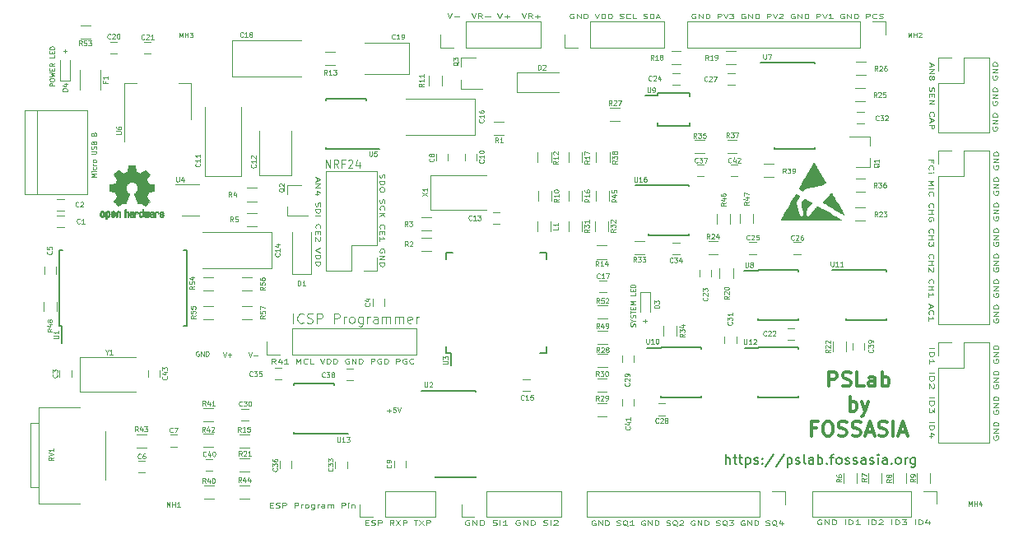
<source format=gto>
G04 #@! TF.FileFunction,Legend,Top*
%FSLAX46Y46*%
G04 Gerber Fmt 4.6, Leading zero omitted, Abs format (unit mm)*
G04 Created by KiCad (PCBNEW 4.0.7-e2-6376~58~ubuntu16.04.1) date Mon Jan 29 22:09:55 2018*
%MOMM*%
%LPD*%
G01*
G04 APERTURE LIST*
%ADD10C,0.100000*%
%ADD11C,0.150000*%
%ADD12C,0.300000*%
%ADD13C,0.120000*%
%ADD14C,0.010000*%
G04 APERTURE END LIST*
D10*
X96926190Y-77401904D02*
X96426190Y-77401904D01*
X96783333Y-77235238D01*
X96426190Y-77068571D01*
X96926190Y-77068571D01*
X96926190Y-76830475D02*
X96592857Y-76830475D01*
X96426190Y-76830475D02*
X96450000Y-76854285D01*
X96473810Y-76830475D01*
X96450000Y-76806666D01*
X96426190Y-76830475D01*
X96473810Y-76830475D01*
X96902381Y-76378095D02*
X96926190Y-76425714D01*
X96926190Y-76520952D01*
X96902381Y-76568571D01*
X96878571Y-76592380D01*
X96830952Y-76616190D01*
X96688095Y-76616190D01*
X96640476Y-76592380D01*
X96616667Y-76568571D01*
X96592857Y-76520952D01*
X96592857Y-76425714D01*
X96616667Y-76378095D01*
X96926190Y-76163809D02*
X96592857Y-76163809D01*
X96688095Y-76163809D02*
X96640476Y-76140000D01*
X96616667Y-76116190D01*
X96592857Y-76068571D01*
X96592857Y-76020952D01*
X96926190Y-75782857D02*
X96902381Y-75830476D01*
X96878571Y-75854285D01*
X96830952Y-75878095D01*
X96688095Y-75878095D01*
X96640476Y-75854285D01*
X96616667Y-75830476D01*
X96592857Y-75782857D01*
X96592857Y-75711428D01*
X96616667Y-75663809D01*
X96640476Y-75640000D01*
X96688095Y-75616190D01*
X96830952Y-75616190D01*
X96878571Y-75640000D01*
X96902381Y-75663809D01*
X96926190Y-75711428D01*
X96926190Y-75782857D01*
X96426190Y-75020952D02*
X96830952Y-75020952D01*
X96878571Y-74997143D01*
X96902381Y-74973333D01*
X96926190Y-74925714D01*
X96926190Y-74830476D01*
X96902381Y-74782857D01*
X96878571Y-74759048D01*
X96830952Y-74735238D01*
X96426190Y-74735238D01*
X96902381Y-74520952D02*
X96926190Y-74449523D01*
X96926190Y-74330476D01*
X96902381Y-74282857D01*
X96878571Y-74259047D01*
X96830952Y-74235238D01*
X96783333Y-74235238D01*
X96735714Y-74259047D01*
X96711905Y-74282857D01*
X96688095Y-74330476D01*
X96664286Y-74425714D01*
X96640476Y-74473333D01*
X96616667Y-74497142D01*
X96569048Y-74520952D01*
X96521429Y-74520952D01*
X96473810Y-74497142D01*
X96450000Y-74473333D01*
X96426190Y-74425714D01*
X96426190Y-74306666D01*
X96450000Y-74235238D01*
X96664286Y-73854286D02*
X96688095Y-73782857D01*
X96711905Y-73759048D01*
X96759524Y-73735238D01*
X96830952Y-73735238D01*
X96878571Y-73759048D01*
X96902381Y-73782857D01*
X96926190Y-73830476D01*
X96926190Y-74020952D01*
X96426190Y-74020952D01*
X96426190Y-73854286D01*
X96450000Y-73806667D01*
X96473810Y-73782857D01*
X96521429Y-73759048D01*
X96569048Y-73759048D01*
X96616667Y-73782857D01*
X96640476Y-73806667D01*
X96664286Y-73854286D01*
X96664286Y-74020952D01*
X96664286Y-72973334D02*
X96688095Y-72901905D01*
X96711905Y-72878096D01*
X96759524Y-72854286D01*
X96830952Y-72854286D01*
X96878571Y-72878096D01*
X96902381Y-72901905D01*
X96926190Y-72949524D01*
X96926190Y-73140000D01*
X96426190Y-73140000D01*
X96426190Y-72973334D01*
X96450000Y-72925715D01*
X96473810Y-72901905D01*
X96521429Y-72878096D01*
X96569048Y-72878096D01*
X96616667Y-72901905D01*
X96640476Y-72925715D01*
X96664286Y-72973334D01*
X96664286Y-73140000D01*
X126867144Y-101415714D02*
X127248096Y-101415714D01*
X127057620Y-101606190D02*
X127057620Y-101225238D01*
X127724287Y-101106190D02*
X127486192Y-101106190D01*
X127462382Y-101344286D01*
X127486192Y-101320476D01*
X127533811Y-101296667D01*
X127652858Y-101296667D01*
X127700477Y-101320476D01*
X127724287Y-101344286D01*
X127748096Y-101391905D01*
X127748096Y-101510952D01*
X127724287Y-101558571D01*
X127700477Y-101582381D01*
X127652858Y-101606190D01*
X127533811Y-101606190D01*
X127486192Y-101582381D01*
X127462382Y-101558571D01*
X127890953Y-101106190D02*
X128057620Y-101606190D01*
X128224286Y-101106190D01*
X112613810Y-95436190D02*
X112780477Y-95936190D01*
X112947143Y-95436190D01*
X113113810Y-95745714D02*
X113494762Y-95745714D01*
X109973810Y-95406190D02*
X110140477Y-95906190D01*
X110307143Y-95406190D01*
X110473810Y-95715714D02*
X110854762Y-95715714D01*
X110664286Y-95906190D02*
X110664286Y-95525238D01*
X107469047Y-95340000D02*
X107421428Y-95316190D01*
X107350000Y-95316190D01*
X107278571Y-95340000D01*
X107230952Y-95387619D01*
X107207143Y-95435238D01*
X107183333Y-95530476D01*
X107183333Y-95601905D01*
X107207143Y-95697143D01*
X107230952Y-95744762D01*
X107278571Y-95792381D01*
X107350000Y-95816190D01*
X107397619Y-95816190D01*
X107469047Y-95792381D01*
X107492857Y-95768571D01*
X107492857Y-95601905D01*
X107397619Y-95601905D01*
X107707143Y-95816190D02*
X107707143Y-95316190D01*
X107992857Y-95816190D01*
X107992857Y-95316190D01*
X108230953Y-95816190D02*
X108230953Y-95316190D01*
X108350000Y-95316190D01*
X108421429Y-95340000D01*
X108469048Y-95387619D01*
X108492857Y-95435238D01*
X108516667Y-95530476D01*
X108516667Y-95601905D01*
X108492857Y-95697143D01*
X108469048Y-95744762D01*
X108421429Y-95792381D01*
X108350000Y-95816190D01*
X108230953Y-95816190D01*
X93519524Y-64455714D02*
X93900476Y-64455714D01*
X93710000Y-64646190D02*
X93710000Y-64265238D01*
X153189524Y-92205714D02*
X153570476Y-92205714D01*
X153380000Y-92396190D02*
X153380000Y-92015238D01*
X120566667Y-76441905D02*
X120566667Y-75641905D01*
X121023810Y-76441905D01*
X121023810Y-75641905D01*
X121861905Y-76441905D02*
X121595238Y-76060952D01*
X121404762Y-76441905D02*
X121404762Y-75641905D01*
X121709524Y-75641905D01*
X121785715Y-75680000D01*
X121823810Y-75718095D01*
X121861905Y-75794286D01*
X121861905Y-75908571D01*
X121823810Y-75984762D01*
X121785715Y-76022857D01*
X121709524Y-76060952D01*
X121404762Y-76060952D01*
X122471429Y-76022857D02*
X122204762Y-76022857D01*
X122204762Y-76441905D02*
X122204762Y-75641905D01*
X122585715Y-75641905D01*
X122852381Y-75718095D02*
X122890476Y-75680000D01*
X122966667Y-75641905D01*
X123157143Y-75641905D01*
X123233333Y-75680000D01*
X123271429Y-75718095D01*
X123309524Y-75794286D01*
X123309524Y-75870476D01*
X123271429Y-75984762D01*
X122814286Y-76441905D01*
X123309524Y-76441905D01*
X123995238Y-75908571D02*
X123995238Y-76441905D01*
X123804762Y-75603810D02*
X123614286Y-76175238D01*
X124109524Y-76175238D01*
X117205238Y-92432381D02*
X117205238Y-91432381D01*
X118252857Y-92337143D02*
X118205238Y-92384762D01*
X118062381Y-92432381D01*
X117967143Y-92432381D01*
X117824285Y-92384762D01*
X117729047Y-92289524D01*
X117681428Y-92194286D01*
X117633809Y-92003810D01*
X117633809Y-91860952D01*
X117681428Y-91670476D01*
X117729047Y-91575238D01*
X117824285Y-91480000D01*
X117967143Y-91432381D01*
X118062381Y-91432381D01*
X118205238Y-91480000D01*
X118252857Y-91527619D01*
X118633809Y-92384762D02*
X118776666Y-92432381D01*
X119014762Y-92432381D01*
X119110000Y-92384762D01*
X119157619Y-92337143D01*
X119205238Y-92241905D01*
X119205238Y-92146667D01*
X119157619Y-92051429D01*
X119110000Y-92003810D01*
X119014762Y-91956190D01*
X118824285Y-91908571D01*
X118729047Y-91860952D01*
X118681428Y-91813333D01*
X118633809Y-91718095D01*
X118633809Y-91622857D01*
X118681428Y-91527619D01*
X118729047Y-91480000D01*
X118824285Y-91432381D01*
X119062381Y-91432381D01*
X119205238Y-91480000D01*
X119633809Y-92432381D02*
X119633809Y-91432381D01*
X120014762Y-91432381D01*
X120110000Y-91480000D01*
X120157619Y-91527619D01*
X120205238Y-91622857D01*
X120205238Y-91765714D01*
X120157619Y-91860952D01*
X120110000Y-91908571D01*
X120014762Y-91956190D01*
X119633809Y-91956190D01*
X121395714Y-92432381D02*
X121395714Y-91432381D01*
X121776667Y-91432381D01*
X121871905Y-91480000D01*
X121919524Y-91527619D01*
X121967143Y-91622857D01*
X121967143Y-91765714D01*
X121919524Y-91860952D01*
X121871905Y-91908571D01*
X121776667Y-91956190D01*
X121395714Y-91956190D01*
X122395714Y-92432381D02*
X122395714Y-91765714D01*
X122395714Y-91956190D02*
X122443333Y-91860952D01*
X122490952Y-91813333D01*
X122586190Y-91765714D01*
X122681429Y-91765714D01*
X123157619Y-92432381D02*
X123062381Y-92384762D01*
X123014762Y-92337143D01*
X122967143Y-92241905D01*
X122967143Y-91956190D01*
X123014762Y-91860952D01*
X123062381Y-91813333D01*
X123157619Y-91765714D01*
X123300477Y-91765714D01*
X123395715Y-91813333D01*
X123443334Y-91860952D01*
X123490953Y-91956190D01*
X123490953Y-92241905D01*
X123443334Y-92337143D01*
X123395715Y-92384762D01*
X123300477Y-92432381D01*
X123157619Y-92432381D01*
X124348096Y-91765714D02*
X124348096Y-92575238D01*
X124300477Y-92670476D01*
X124252858Y-92718095D01*
X124157619Y-92765714D01*
X124014762Y-92765714D01*
X123919524Y-92718095D01*
X124348096Y-92384762D02*
X124252858Y-92432381D01*
X124062381Y-92432381D01*
X123967143Y-92384762D01*
X123919524Y-92337143D01*
X123871905Y-92241905D01*
X123871905Y-91956190D01*
X123919524Y-91860952D01*
X123967143Y-91813333D01*
X124062381Y-91765714D01*
X124252858Y-91765714D01*
X124348096Y-91813333D01*
X124824286Y-92432381D02*
X124824286Y-91765714D01*
X124824286Y-91956190D02*
X124871905Y-91860952D01*
X124919524Y-91813333D01*
X125014762Y-91765714D01*
X125110001Y-91765714D01*
X125871906Y-92432381D02*
X125871906Y-91908571D01*
X125824287Y-91813333D01*
X125729049Y-91765714D01*
X125538572Y-91765714D01*
X125443334Y-91813333D01*
X125871906Y-92384762D02*
X125776668Y-92432381D01*
X125538572Y-92432381D01*
X125443334Y-92384762D01*
X125395715Y-92289524D01*
X125395715Y-92194286D01*
X125443334Y-92099048D01*
X125538572Y-92051429D01*
X125776668Y-92051429D01*
X125871906Y-92003810D01*
X126348096Y-92432381D02*
X126348096Y-91765714D01*
X126348096Y-91860952D02*
X126395715Y-91813333D01*
X126490953Y-91765714D01*
X126633811Y-91765714D01*
X126729049Y-91813333D01*
X126776668Y-91908571D01*
X126776668Y-92432381D01*
X126776668Y-91908571D02*
X126824287Y-91813333D01*
X126919525Y-91765714D01*
X127062382Y-91765714D01*
X127157620Y-91813333D01*
X127205239Y-91908571D01*
X127205239Y-92432381D01*
X127681429Y-92432381D02*
X127681429Y-91765714D01*
X127681429Y-91860952D02*
X127729048Y-91813333D01*
X127824286Y-91765714D01*
X127967144Y-91765714D01*
X128062382Y-91813333D01*
X128110001Y-91908571D01*
X128110001Y-92432381D01*
X128110001Y-91908571D02*
X128157620Y-91813333D01*
X128252858Y-91765714D01*
X128395715Y-91765714D01*
X128490953Y-91813333D01*
X128538572Y-91908571D01*
X128538572Y-92432381D01*
X129395715Y-92384762D02*
X129300477Y-92432381D01*
X129110000Y-92432381D01*
X129014762Y-92384762D01*
X128967143Y-92289524D01*
X128967143Y-91908571D01*
X129014762Y-91813333D01*
X129110000Y-91765714D01*
X129300477Y-91765714D01*
X129395715Y-91813333D01*
X129443334Y-91908571D01*
X129443334Y-92003810D01*
X128967143Y-92099048D01*
X129871905Y-92432381D02*
X129871905Y-91765714D01*
X129871905Y-91956190D02*
X129919524Y-91860952D01*
X129967143Y-91813333D01*
X130062381Y-91765714D01*
X130157620Y-91765714D01*
X152362381Y-92776666D02*
X152386190Y-92705237D01*
X152386190Y-92586190D01*
X152362381Y-92538571D01*
X152338571Y-92514761D01*
X152290952Y-92490952D01*
X152243333Y-92490952D01*
X152195714Y-92514761D01*
X152171905Y-92538571D01*
X152148095Y-92586190D01*
X152124286Y-92681428D01*
X152100476Y-92729047D01*
X152076667Y-92752856D01*
X152029048Y-92776666D01*
X151981429Y-92776666D01*
X151933810Y-92752856D01*
X151910000Y-92729047D01*
X151886190Y-92681428D01*
X151886190Y-92562380D01*
X151910000Y-92490952D01*
X152148095Y-92181428D02*
X152386190Y-92181428D01*
X151886190Y-92348095D02*
X152148095Y-92181428D01*
X151886190Y-92014762D01*
X152362381Y-91871905D02*
X152386190Y-91800476D01*
X152386190Y-91681429D01*
X152362381Y-91633810D01*
X152338571Y-91610000D01*
X152290952Y-91586191D01*
X152243333Y-91586191D01*
X152195714Y-91610000D01*
X152171905Y-91633810D01*
X152148095Y-91681429D01*
X152124286Y-91776667D01*
X152100476Y-91824286D01*
X152076667Y-91848095D01*
X152029048Y-91871905D01*
X151981429Y-91871905D01*
X151933810Y-91848095D01*
X151910000Y-91824286D01*
X151886190Y-91776667D01*
X151886190Y-91657619D01*
X151910000Y-91586191D01*
X151886190Y-91443334D02*
X151886190Y-91157620D01*
X152386190Y-91300477D02*
X151886190Y-91300477D01*
X152124286Y-90990953D02*
X152124286Y-90824287D01*
X152386190Y-90752858D02*
X152386190Y-90990953D01*
X151886190Y-90990953D01*
X151886190Y-90752858D01*
X152386190Y-90538572D02*
X151886190Y-90538572D01*
X152243333Y-90371906D01*
X151886190Y-90205239D01*
X152386190Y-90205239D01*
X152386190Y-89348096D02*
X152386190Y-89586191D01*
X151886190Y-89586191D01*
X152124286Y-89181429D02*
X152124286Y-89014763D01*
X152386190Y-88943334D02*
X152386190Y-89181429D01*
X151886190Y-89181429D01*
X151886190Y-88943334D01*
X152386190Y-88729048D02*
X151886190Y-88729048D01*
X151886190Y-88610001D01*
X151910000Y-88538572D01*
X151957619Y-88490953D01*
X152005238Y-88467144D01*
X152100476Y-88443334D01*
X152171905Y-88443334D01*
X152267143Y-88467144D01*
X152314762Y-88490953D01*
X152362381Y-88538572D01*
X152386190Y-88610001D01*
X152386190Y-88729048D01*
X92646190Y-68033809D02*
X92146190Y-68033809D01*
X92146190Y-67843333D01*
X92170000Y-67795714D01*
X92193810Y-67771905D01*
X92241429Y-67748095D01*
X92312857Y-67748095D01*
X92360476Y-67771905D01*
X92384286Y-67795714D01*
X92408095Y-67843333D01*
X92408095Y-68033809D01*
X92146190Y-67438571D02*
X92146190Y-67343333D01*
X92170000Y-67295714D01*
X92217619Y-67248095D01*
X92312857Y-67224286D01*
X92479524Y-67224286D01*
X92574762Y-67248095D01*
X92622381Y-67295714D01*
X92646190Y-67343333D01*
X92646190Y-67438571D01*
X92622381Y-67486190D01*
X92574762Y-67533809D01*
X92479524Y-67557619D01*
X92312857Y-67557619D01*
X92217619Y-67533809D01*
X92170000Y-67486190D01*
X92146190Y-67438571D01*
X92146190Y-67057618D02*
X92646190Y-66938571D01*
X92289048Y-66843333D01*
X92646190Y-66748095D01*
X92146190Y-66629047D01*
X92384286Y-66438570D02*
X92384286Y-66271904D01*
X92646190Y-66200475D02*
X92646190Y-66438570D01*
X92146190Y-66438570D01*
X92146190Y-66200475D01*
X92646190Y-65700475D02*
X92408095Y-65867142D01*
X92646190Y-65986189D02*
X92146190Y-65986189D01*
X92146190Y-65795713D01*
X92170000Y-65748094D01*
X92193810Y-65724285D01*
X92241429Y-65700475D01*
X92312857Y-65700475D01*
X92360476Y-65724285D01*
X92384286Y-65748094D01*
X92408095Y-65795713D01*
X92408095Y-65986189D01*
X92646190Y-64867142D02*
X92646190Y-65105237D01*
X92146190Y-65105237D01*
X92384286Y-64700475D02*
X92384286Y-64533809D01*
X92646190Y-64462380D02*
X92646190Y-64700475D01*
X92146190Y-64700475D01*
X92146190Y-64462380D01*
X92646190Y-64248094D02*
X92146190Y-64248094D01*
X92146190Y-64129047D01*
X92170000Y-64057618D01*
X92217619Y-64009999D01*
X92265238Y-63986190D01*
X92360476Y-63962380D01*
X92431905Y-63962380D01*
X92527143Y-63986190D01*
X92574762Y-64009999D01*
X92622381Y-64057618D01*
X92646190Y-64129047D01*
X92646190Y-64248094D01*
X126107619Y-77102144D02*
X126083810Y-77200715D01*
X126083810Y-77365001D01*
X126107619Y-77430715D01*
X126131429Y-77463572D01*
X126179048Y-77496429D01*
X126226667Y-77496429D01*
X126274286Y-77463572D01*
X126298095Y-77430715D01*
X126321905Y-77365001D01*
X126345714Y-77233572D01*
X126369524Y-77167858D01*
X126393333Y-77135001D01*
X126440952Y-77102144D01*
X126488571Y-77102144D01*
X126536190Y-77135001D01*
X126560000Y-77167858D01*
X126583810Y-77233572D01*
X126583810Y-77397858D01*
X126560000Y-77496429D01*
X126083810Y-77792144D02*
X126583810Y-77792144D01*
X126583810Y-77956429D01*
X126560000Y-78055001D01*
X126512381Y-78120715D01*
X126464762Y-78153572D01*
X126369524Y-78186429D01*
X126298095Y-78186429D01*
X126202857Y-78153572D01*
X126155238Y-78120715D01*
X126107619Y-78055001D01*
X126083810Y-77956429D01*
X126083810Y-77792144D01*
X126583810Y-78613572D02*
X126583810Y-78745001D01*
X126560000Y-78810715D01*
X126512381Y-78876429D01*
X126417143Y-78909287D01*
X126250476Y-78909287D01*
X126155238Y-78876429D01*
X126107619Y-78810715D01*
X126083810Y-78745001D01*
X126083810Y-78613572D01*
X126107619Y-78547858D01*
X126155238Y-78482144D01*
X126250476Y-78449287D01*
X126417143Y-78449287D01*
X126512381Y-78482144D01*
X126560000Y-78547858D01*
X126583810Y-78613572D01*
X126107619Y-79697858D02*
X126083810Y-79796429D01*
X126083810Y-79960715D01*
X126107619Y-80026429D01*
X126131429Y-80059286D01*
X126179048Y-80092143D01*
X126226667Y-80092143D01*
X126274286Y-80059286D01*
X126298095Y-80026429D01*
X126321905Y-79960715D01*
X126345714Y-79829286D01*
X126369524Y-79763572D01*
X126393333Y-79730715D01*
X126440952Y-79697858D01*
X126488571Y-79697858D01*
X126536190Y-79730715D01*
X126560000Y-79763572D01*
X126583810Y-79829286D01*
X126583810Y-79993572D01*
X126560000Y-80092143D01*
X126131429Y-80782143D02*
X126107619Y-80749286D01*
X126083810Y-80650715D01*
X126083810Y-80585001D01*
X126107619Y-80486429D01*
X126155238Y-80420715D01*
X126202857Y-80387858D01*
X126298095Y-80355001D01*
X126369524Y-80355001D01*
X126464762Y-80387858D01*
X126512381Y-80420715D01*
X126560000Y-80486429D01*
X126583810Y-80585001D01*
X126583810Y-80650715D01*
X126560000Y-80749286D01*
X126536190Y-80782143D01*
X126083810Y-81077858D02*
X126583810Y-81077858D01*
X126083810Y-81472143D02*
X126369524Y-81176429D01*
X126583810Y-81472143D02*
X126298095Y-81077858D01*
X126131429Y-82687857D02*
X126107619Y-82655000D01*
X126083810Y-82556429D01*
X126083810Y-82490715D01*
X126107619Y-82392143D01*
X126155238Y-82326429D01*
X126202857Y-82293572D01*
X126298095Y-82260715D01*
X126369524Y-82260715D01*
X126464762Y-82293572D01*
X126512381Y-82326429D01*
X126560000Y-82392143D01*
X126583810Y-82490715D01*
X126583810Y-82556429D01*
X126560000Y-82655000D01*
X126536190Y-82687857D01*
X126345714Y-82983572D02*
X126345714Y-83213572D01*
X126083810Y-83312143D02*
X126083810Y-82983572D01*
X126583810Y-82983572D01*
X126583810Y-83312143D01*
X126083810Y-83969286D02*
X126083810Y-83575001D01*
X126083810Y-83772143D02*
X126583810Y-83772143D01*
X126512381Y-83706429D01*
X126464762Y-83640715D01*
X126440952Y-83575001D01*
X126560000Y-85152143D02*
X126583810Y-85086429D01*
X126583810Y-84987858D01*
X126560000Y-84889286D01*
X126512381Y-84823572D01*
X126464762Y-84790715D01*
X126369524Y-84757858D01*
X126298095Y-84757858D01*
X126202857Y-84790715D01*
X126155238Y-84823572D01*
X126107619Y-84889286D01*
X126083810Y-84987858D01*
X126083810Y-85053572D01*
X126107619Y-85152143D01*
X126131429Y-85185000D01*
X126298095Y-85185000D01*
X126298095Y-85053572D01*
X126083810Y-85480715D02*
X126583810Y-85480715D01*
X126083810Y-85875000D01*
X126583810Y-85875000D01*
X126083810Y-86203572D02*
X126583810Y-86203572D01*
X126583810Y-86367857D01*
X126560000Y-86466429D01*
X126512381Y-86532143D01*
X126464762Y-86565000D01*
X126369524Y-86597857D01*
X126298095Y-86597857D01*
X126202857Y-86565000D01*
X126155238Y-86532143D01*
X126107619Y-86466429D01*
X126083810Y-86367857D01*
X126083810Y-86203572D01*
X119626667Y-77473334D02*
X119626667Y-77806668D01*
X119483810Y-77406668D02*
X119983810Y-77640001D01*
X119483810Y-77873334D01*
X119483810Y-78106668D02*
X119983810Y-78106668D01*
X119483810Y-78506668D01*
X119983810Y-78506668D01*
X119817143Y-79140001D02*
X119483810Y-79140001D01*
X120007619Y-78973334D02*
X119650476Y-78806667D01*
X119650476Y-79240001D01*
X119507619Y-80006667D02*
X119483810Y-80106667D01*
X119483810Y-80273334D01*
X119507619Y-80340001D01*
X119531429Y-80373334D01*
X119579048Y-80406667D01*
X119626667Y-80406667D01*
X119674286Y-80373334D01*
X119698095Y-80340001D01*
X119721905Y-80273334D01*
X119745714Y-80140001D01*
X119769524Y-80073334D01*
X119793333Y-80040001D01*
X119840952Y-80006667D01*
X119888571Y-80006667D01*
X119936190Y-80040001D01*
X119960000Y-80073334D01*
X119983810Y-80140001D01*
X119983810Y-80306667D01*
X119960000Y-80406667D01*
X119483810Y-80706668D02*
X119983810Y-80706668D01*
X119983810Y-80873334D01*
X119960000Y-80973334D01*
X119912381Y-81040001D01*
X119864762Y-81073334D01*
X119769524Y-81106668D01*
X119698095Y-81106668D01*
X119602857Y-81073334D01*
X119555238Y-81040001D01*
X119507619Y-80973334D01*
X119483810Y-80873334D01*
X119483810Y-80706668D01*
X119483810Y-81406668D02*
X119983810Y-81406668D01*
X119531429Y-82673334D02*
X119507619Y-82640000D01*
X119483810Y-82540000D01*
X119483810Y-82473334D01*
X119507619Y-82373334D01*
X119555238Y-82306667D01*
X119602857Y-82273334D01*
X119698095Y-82240000D01*
X119769524Y-82240000D01*
X119864762Y-82273334D01*
X119912381Y-82306667D01*
X119960000Y-82373334D01*
X119983810Y-82473334D01*
X119983810Y-82540000D01*
X119960000Y-82640000D01*
X119936190Y-82673334D01*
X119745714Y-82973334D02*
X119745714Y-83206667D01*
X119483810Y-83306667D02*
X119483810Y-82973334D01*
X119983810Y-82973334D01*
X119983810Y-83306667D01*
X119936190Y-83573333D02*
X119960000Y-83606667D01*
X119983810Y-83673333D01*
X119983810Y-83840000D01*
X119960000Y-83906667D01*
X119936190Y-83940000D01*
X119888571Y-83973333D01*
X119840952Y-83973333D01*
X119769524Y-83940000D01*
X119483810Y-83540000D01*
X119483810Y-83973333D01*
X119983810Y-84706667D02*
X119483810Y-84940000D01*
X119983810Y-85173333D01*
X119483810Y-85406667D02*
X119983810Y-85406667D01*
X119983810Y-85573333D01*
X119960000Y-85673333D01*
X119912381Y-85740000D01*
X119864762Y-85773333D01*
X119769524Y-85806667D01*
X119698095Y-85806667D01*
X119602857Y-85773333D01*
X119555238Y-85740000D01*
X119507619Y-85673333D01*
X119483810Y-85573333D01*
X119483810Y-85406667D01*
X119483810Y-86106667D02*
X119983810Y-86106667D01*
X119983810Y-86273333D01*
X119960000Y-86373333D01*
X119912381Y-86440000D01*
X119864762Y-86473333D01*
X119769524Y-86506667D01*
X119698095Y-86506667D01*
X119602857Y-86473333D01*
X119555238Y-86440000D01*
X119507619Y-86373333D01*
X119483810Y-86273333D01*
X119483810Y-86106667D01*
X148264763Y-112750000D02*
X148200001Y-112726190D01*
X148102858Y-112726190D01*
X148005716Y-112750000D01*
X147940954Y-112797619D01*
X147908573Y-112845238D01*
X147876192Y-112940476D01*
X147876192Y-113011905D01*
X147908573Y-113107143D01*
X147940954Y-113154762D01*
X148005716Y-113202381D01*
X148102858Y-113226190D01*
X148167620Y-113226190D01*
X148264763Y-113202381D01*
X148297144Y-113178571D01*
X148297144Y-113011905D01*
X148167620Y-113011905D01*
X148588573Y-113226190D02*
X148588573Y-112726190D01*
X148977144Y-113226190D01*
X148977144Y-112726190D01*
X149300954Y-113226190D02*
X149300954Y-112726190D01*
X149462859Y-112726190D01*
X149560001Y-112750000D01*
X149624763Y-112797619D01*
X149657144Y-112845238D01*
X149689525Y-112940476D01*
X149689525Y-113011905D01*
X149657144Y-113107143D01*
X149624763Y-113154762D01*
X149560001Y-113202381D01*
X149462859Y-113226190D01*
X149300954Y-113226190D01*
X150466668Y-113202381D02*
X150563811Y-113226190D01*
X150725715Y-113226190D01*
X150790477Y-113202381D01*
X150822858Y-113178571D01*
X150855239Y-113130952D01*
X150855239Y-113083333D01*
X150822858Y-113035714D01*
X150790477Y-113011905D01*
X150725715Y-112988095D01*
X150596192Y-112964286D01*
X150531430Y-112940476D01*
X150499049Y-112916667D01*
X150466668Y-112869048D01*
X150466668Y-112821429D01*
X150499049Y-112773810D01*
X150531430Y-112750000D01*
X150596192Y-112726190D01*
X150758096Y-112726190D01*
X150855239Y-112750000D01*
X151600001Y-113273810D02*
X151535239Y-113250000D01*
X151470477Y-113202381D01*
X151373334Y-113130952D01*
X151308573Y-113107143D01*
X151243811Y-113107143D01*
X151276192Y-113226190D02*
X151211430Y-113202381D01*
X151146668Y-113154762D01*
X151114287Y-113059524D01*
X151114287Y-112892857D01*
X151146668Y-112797619D01*
X151211430Y-112750000D01*
X151276192Y-112726190D01*
X151405715Y-112726190D01*
X151470477Y-112750000D01*
X151535239Y-112797619D01*
X151567620Y-112892857D01*
X151567620Y-113059524D01*
X151535239Y-113154762D01*
X151470477Y-113202381D01*
X151405715Y-113226190D01*
X151276192Y-113226190D01*
X152215239Y-113226190D02*
X151826668Y-113226190D01*
X152020954Y-113226190D02*
X152020954Y-112726190D01*
X151956192Y-112797619D01*
X151891430Y-112845238D01*
X151826668Y-112869048D01*
X153380953Y-112750000D02*
X153316191Y-112726190D01*
X153219048Y-112726190D01*
X153121906Y-112750000D01*
X153057144Y-112797619D01*
X153024763Y-112845238D01*
X152992382Y-112940476D01*
X152992382Y-113011905D01*
X153024763Y-113107143D01*
X153057144Y-113154762D01*
X153121906Y-113202381D01*
X153219048Y-113226190D01*
X153283810Y-113226190D01*
X153380953Y-113202381D01*
X153413334Y-113178571D01*
X153413334Y-113011905D01*
X153283810Y-113011905D01*
X153704763Y-113226190D02*
X153704763Y-112726190D01*
X154093334Y-113226190D01*
X154093334Y-112726190D01*
X154417144Y-113226190D02*
X154417144Y-112726190D01*
X154579049Y-112726190D01*
X154676191Y-112750000D01*
X154740953Y-112797619D01*
X154773334Y-112845238D01*
X154805715Y-112940476D01*
X154805715Y-113011905D01*
X154773334Y-113107143D01*
X154740953Y-113154762D01*
X154676191Y-113202381D01*
X154579049Y-113226190D01*
X154417144Y-113226190D01*
X155582858Y-113202381D02*
X155680001Y-113226190D01*
X155841905Y-113226190D01*
X155906667Y-113202381D01*
X155939048Y-113178571D01*
X155971429Y-113130952D01*
X155971429Y-113083333D01*
X155939048Y-113035714D01*
X155906667Y-113011905D01*
X155841905Y-112988095D01*
X155712382Y-112964286D01*
X155647620Y-112940476D01*
X155615239Y-112916667D01*
X155582858Y-112869048D01*
X155582858Y-112821429D01*
X155615239Y-112773810D01*
X155647620Y-112750000D01*
X155712382Y-112726190D01*
X155874286Y-112726190D01*
X155971429Y-112750000D01*
X156716191Y-113273810D02*
X156651429Y-113250000D01*
X156586667Y-113202381D01*
X156489524Y-113130952D01*
X156424763Y-113107143D01*
X156360001Y-113107143D01*
X156392382Y-113226190D02*
X156327620Y-113202381D01*
X156262858Y-113154762D01*
X156230477Y-113059524D01*
X156230477Y-112892857D01*
X156262858Y-112797619D01*
X156327620Y-112750000D01*
X156392382Y-112726190D01*
X156521905Y-112726190D01*
X156586667Y-112750000D01*
X156651429Y-112797619D01*
X156683810Y-112892857D01*
X156683810Y-113059524D01*
X156651429Y-113154762D01*
X156586667Y-113202381D01*
X156521905Y-113226190D01*
X156392382Y-113226190D01*
X156942858Y-112773810D02*
X156975239Y-112750000D01*
X157040001Y-112726190D01*
X157201905Y-112726190D01*
X157266667Y-112750000D01*
X157299048Y-112773810D01*
X157331429Y-112821429D01*
X157331429Y-112869048D01*
X157299048Y-112940476D01*
X156910477Y-113226190D01*
X157331429Y-113226190D01*
X158497143Y-112750000D02*
X158432381Y-112726190D01*
X158335238Y-112726190D01*
X158238096Y-112750000D01*
X158173334Y-112797619D01*
X158140953Y-112845238D01*
X158108572Y-112940476D01*
X158108572Y-113011905D01*
X158140953Y-113107143D01*
X158173334Y-113154762D01*
X158238096Y-113202381D01*
X158335238Y-113226190D01*
X158400000Y-113226190D01*
X158497143Y-113202381D01*
X158529524Y-113178571D01*
X158529524Y-113011905D01*
X158400000Y-113011905D01*
X158820953Y-113226190D02*
X158820953Y-112726190D01*
X159209524Y-113226190D01*
X159209524Y-112726190D01*
X159533334Y-113226190D02*
X159533334Y-112726190D01*
X159695239Y-112726190D01*
X159792381Y-112750000D01*
X159857143Y-112797619D01*
X159889524Y-112845238D01*
X159921905Y-112940476D01*
X159921905Y-113011905D01*
X159889524Y-113107143D01*
X159857143Y-113154762D01*
X159792381Y-113202381D01*
X159695239Y-113226190D01*
X159533334Y-113226190D01*
X160699048Y-113202381D02*
X160796191Y-113226190D01*
X160958095Y-113226190D01*
X161022857Y-113202381D01*
X161055238Y-113178571D01*
X161087619Y-113130952D01*
X161087619Y-113083333D01*
X161055238Y-113035714D01*
X161022857Y-113011905D01*
X160958095Y-112988095D01*
X160828572Y-112964286D01*
X160763810Y-112940476D01*
X160731429Y-112916667D01*
X160699048Y-112869048D01*
X160699048Y-112821429D01*
X160731429Y-112773810D01*
X160763810Y-112750000D01*
X160828572Y-112726190D01*
X160990476Y-112726190D01*
X161087619Y-112750000D01*
X161832381Y-113273810D02*
X161767619Y-113250000D01*
X161702857Y-113202381D01*
X161605714Y-113130952D01*
X161540953Y-113107143D01*
X161476191Y-113107143D01*
X161508572Y-113226190D02*
X161443810Y-113202381D01*
X161379048Y-113154762D01*
X161346667Y-113059524D01*
X161346667Y-112892857D01*
X161379048Y-112797619D01*
X161443810Y-112750000D01*
X161508572Y-112726190D01*
X161638095Y-112726190D01*
X161702857Y-112750000D01*
X161767619Y-112797619D01*
X161800000Y-112892857D01*
X161800000Y-113059524D01*
X161767619Y-113154762D01*
X161702857Y-113202381D01*
X161638095Y-113226190D01*
X161508572Y-113226190D01*
X162026667Y-112726190D02*
X162447619Y-112726190D01*
X162220953Y-112916667D01*
X162318095Y-112916667D01*
X162382857Y-112940476D01*
X162415238Y-112964286D01*
X162447619Y-113011905D01*
X162447619Y-113130952D01*
X162415238Y-113178571D01*
X162382857Y-113202381D01*
X162318095Y-113226190D01*
X162123810Y-113226190D01*
X162059048Y-113202381D01*
X162026667Y-113178571D01*
X163613333Y-112750000D02*
X163548571Y-112726190D01*
X163451428Y-112726190D01*
X163354286Y-112750000D01*
X163289524Y-112797619D01*
X163257143Y-112845238D01*
X163224762Y-112940476D01*
X163224762Y-113011905D01*
X163257143Y-113107143D01*
X163289524Y-113154762D01*
X163354286Y-113202381D01*
X163451428Y-113226190D01*
X163516190Y-113226190D01*
X163613333Y-113202381D01*
X163645714Y-113178571D01*
X163645714Y-113011905D01*
X163516190Y-113011905D01*
X163937143Y-113226190D02*
X163937143Y-112726190D01*
X164325714Y-113226190D01*
X164325714Y-112726190D01*
X164649524Y-113226190D02*
X164649524Y-112726190D01*
X164811429Y-112726190D01*
X164908571Y-112750000D01*
X164973333Y-112797619D01*
X165005714Y-112845238D01*
X165038095Y-112940476D01*
X165038095Y-113011905D01*
X165005714Y-113107143D01*
X164973333Y-113154762D01*
X164908571Y-113202381D01*
X164811429Y-113226190D01*
X164649524Y-113226190D01*
X165815238Y-113202381D02*
X165912381Y-113226190D01*
X166074285Y-113226190D01*
X166139047Y-113202381D01*
X166171428Y-113178571D01*
X166203809Y-113130952D01*
X166203809Y-113083333D01*
X166171428Y-113035714D01*
X166139047Y-113011905D01*
X166074285Y-112988095D01*
X165944762Y-112964286D01*
X165880000Y-112940476D01*
X165847619Y-112916667D01*
X165815238Y-112869048D01*
X165815238Y-112821429D01*
X165847619Y-112773810D01*
X165880000Y-112750000D01*
X165944762Y-112726190D01*
X166106666Y-112726190D01*
X166203809Y-112750000D01*
X166948571Y-113273810D02*
X166883809Y-113250000D01*
X166819047Y-113202381D01*
X166721904Y-113130952D01*
X166657143Y-113107143D01*
X166592381Y-113107143D01*
X166624762Y-113226190D02*
X166560000Y-113202381D01*
X166495238Y-113154762D01*
X166462857Y-113059524D01*
X166462857Y-112892857D01*
X166495238Y-112797619D01*
X166560000Y-112750000D01*
X166624762Y-112726190D01*
X166754285Y-112726190D01*
X166819047Y-112750000D01*
X166883809Y-112797619D01*
X166916190Y-112892857D01*
X166916190Y-113059524D01*
X166883809Y-113154762D01*
X166819047Y-113202381D01*
X166754285Y-113226190D01*
X166624762Y-113226190D01*
X167499047Y-112892857D02*
X167499047Y-113226190D01*
X167337143Y-112702381D02*
X167175238Y-113059524D01*
X167596190Y-113059524D01*
X158583572Y-60610000D02*
X158517858Y-60586190D01*
X158419287Y-60586190D01*
X158320715Y-60610000D01*
X158255001Y-60657619D01*
X158222144Y-60705238D01*
X158189287Y-60800476D01*
X158189287Y-60871905D01*
X158222144Y-60967143D01*
X158255001Y-61014762D01*
X158320715Y-61062381D01*
X158419287Y-61086190D01*
X158485001Y-61086190D01*
X158583572Y-61062381D01*
X158616429Y-61038571D01*
X158616429Y-60871905D01*
X158485001Y-60871905D01*
X158912144Y-61086190D02*
X158912144Y-60586190D01*
X159306429Y-61086190D01*
X159306429Y-60586190D01*
X159635001Y-61086190D02*
X159635001Y-60586190D01*
X159799286Y-60586190D01*
X159897858Y-60610000D01*
X159963572Y-60657619D01*
X159996429Y-60705238D01*
X160029286Y-60800476D01*
X160029286Y-60871905D01*
X159996429Y-60967143D01*
X159963572Y-61014762D01*
X159897858Y-61062381D01*
X159799286Y-61086190D01*
X159635001Y-61086190D01*
X160850715Y-61086190D02*
X160850715Y-60586190D01*
X161113572Y-60586190D01*
X161179286Y-60610000D01*
X161212143Y-60633810D01*
X161245000Y-60681429D01*
X161245000Y-60752857D01*
X161212143Y-60800476D01*
X161179286Y-60824286D01*
X161113572Y-60848095D01*
X160850715Y-60848095D01*
X161442143Y-60586190D02*
X161672143Y-61086190D01*
X161902143Y-60586190D01*
X162066429Y-60586190D02*
X162493572Y-60586190D01*
X162263572Y-60776667D01*
X162362144Y-60776667D01*
X162427858Y-60800476D01*
X162460715Y-60824286D01*
X162493572Y-60871905D01*
X162493572Y-60990952D01*
X162460715Y-61038571D01*
X162427858Y-61062381D01*
X162362144Y-61086190D01*
X162165001Y-61086190D01*
X162099287Y-61062381D01*
X162066429Y-61038571D01*
X163676429Y-60610000D02*
X163610715Y-60586190D01*
X163512144Y-60586190D01*
X163413572Y-60610000D01*
X163347858Y-60657619D01*
X163315001Y-60705238D01*
X163282144Y-60800476D01*
X163282144Y-60871905D01*
X163315001Y-60967143D01*
X163347858Y-61014762D01*
X163413572Y-61062381D01*
X163512144Y-61086190D01*
X163577858Y-61086190D01*
X163676429Y-61062381D01*
X163709286Y-61038571D01*
X163709286Y-60871905D01*
X163577858Y-60871905D01*
X164005001Y-61086190D02*
X164005001Y-60586190D01*
X164399286Y-61086190D01*
X164399286Y-60586190D01*
X164727858Y-61086190D02*
X164727858Y-60586190D01*
X164892143Y-60586190D01*
X164990715Y-60610000D01*
X165056429Y-60657619D01*
X165089286Y-60705238D01*
X165122143Y-60800476D01*
X165122143Y-60871905D01*
X165089286Y-60967143D01*
X165056429Y-61014762D01*
X164990715Y-61062381D01*
X164892143Y-61086190D01*
X164727858Y-61086190D01*
X165943572Y-61086190D02*
X165943572Y-60586190D01*
X166206429Y-60586190D01*
X166272143Y-60610000D01*
X166305000Y-60633810D01*
X166337857Y-60681429D01*
X166337857Y-60752857D01*
X166305000Y-60800476D01*
X166272143Y-60824286D01*
X166206429Y-60848095D01*
X165943572Y-60848095D01*
X166535000Y-60586190D02*
X166765000Y-61086190D01*
X166995000Y-60586190D01*
X167192144Y-60633810D02*
X167225001Y-60610000D01*
X167290715Y-60586190D01*
X167455001Y-60586190D01*
X167520715Y-60610000D01*
X167553572Y-60633810D01*
X167586429Y-60681429D01*
X167586429Y-60729048D01*
X167553572Y-60800476D01*
X167159286Y-61086190D01*
X167586429Y-61086190D01*
X168769286Y-60610000D02*
X168703572Y-60586190D01*
X168605001Y-60586190D01*
X168506429Y-60610000D01*
X168440715Y-60657619D01*
X168407858Y-60705238D01*
X168375001Y-60800476D01*
X168375001Y-60871905D01*
X168407858Y-60967143D01*
X168440715Y-61014762D01*
X168506429Y-61062381D01*
X168605001Y-61086190D01*
X168670715Y-61086190D01*
X168769286Y-61062381D01*
X168802143Y-61038571D01*
X168802143Y-60871905D01*
X168670715Y-60871905D01*
X169097858Y-61086190D02*
X169097858Y-60586190D01*
X169492143Y-61086190D01*
X169492143Y-60586190D01*
X169820715Y-61086190D02*
X169820715Y-60586190D01*
X169985000Y-60586190D01*
X170083572Y-60610000D01*
X170149286Y-60657619D01*
X170182143Y-60705238D01*
X170215000Y-60800476D01*
X170215000Y-60871905D01*
X170182143Y-60967143D01*
X170149286Y-61014762D01*
X170083572Y-61062381D01*
X169985000Y-61086190D01*
X169820715Y-61086190D01*
X171036429Y-61086190D02*
X171036429Y-60586190D01*
X171299286Y-60586190D01*
X171365000Y-60610000D01*
X171397857Y-60633810D01*
X171430714Y-60681429D01*
X171430714Y-60752857D01*
X171397857Y-60800476D01*
X171365000Y-60824286D01*
X171299286Y-60848095D01*
X171036429Y-60848095D01*
X171627857Y-60586190D02*
X171857857Y-61086190D01*
X172087857Y-60586190D01*
X172679286Y-61086190D02*
X172285001Y-61086190D01*
X172482143Y-61086190D02*
X172482143Y-60586190D01*
X172416429Y-60657619D01*
X172350715Y-60705238D01*
X172285001Y-60729048D01*
X173862143Y-60610000D02*
X173796429Y-60586190D01*
X173697858Y-60586190D01*
X173599286Y-60610000D01*
X173533572Y-60657619D01*
X173500715Y-60705238D01*
X173467858Y-60800476D01*
X173467858Y-60871905D01*
X173500715Y-60967143D01*
X173533572Y-61014762D01*
X173599286Y-61062381D01*
X173697858Y-61086190D01*
X173763572Y-61086190D01*
X173862143Y-61062381D01*
X173895000Y-61038571D01*
X173895000Y-60871905D01*
X173763572Y-60871905D01*
X174190715Y-61086190D02*
X174190715Y-60586190D01*
X174585000Y-61086190D01*
X174585000Y-60586190D01*
X174913572Y-61086190D02*
X174913572Y-60586190D01*
X175077857Y-60586190D01*
X175176429Y-60610000D01*
X175242143Y-60657619D01*
X175275000Y-60705238D01*
X175307857Y-60800476D01*
X175307857Y-60871905D01*
X175275000Y-60967143D01*
X175242143Y-61014762D01*
X175176429Y-61062381D01*
X175077857Y-61086190D01*
X174913572Y-61086190D01*
X176129286Y-61086190D02*
X176129286Y-60586190D01*
X176392143Y-60586190D01*
X176457857Y-60610000D01*
X176490714Y-60633810D01*
X176523571Y-60681429D01*
X176523571Y-60752857D01*
X176490714Y-60800476D01*
X176457857Y-60824286D01*
X176392143Y-60848095D01*
X176129286Y-60848095D01*
X177213571Y-61038571D02*
X177180714Y-61062381D01*
X177082143Y-61086190D01*
X177016429Y-61086190D01*
X176917857Y-61062381D01*
X176852143Y-61014762D01*
X176819286Y-60967143D01*
X176786429Y-60871905D01*
X176786429Y-60800476D01*
X176819286Y-60705238D01*
X176852143Y-60657619D01*
X176917857Y-60610000D01*
X177016429Y-60586190D01*
X177082143Y-60586190D01*
X177180714Y-60610000D01*
X177213571Y-60633810D01*
X177476429Y-61062381D02*
X177575000Y-61086190D01*
X177739286Y-61086190D01*
X177805000Y-61062381D01*
X177837857Y-61038571D01*
X177870714Y-60990952D01*
X177870714Y-60943333D01*
X177837857Y-60895714D01*
X177805000Y-60871905D01*
X177739286Y-60848095D01*
X177607857Y-60824286D01*
X177542143Y-60800476D01*
X177509286Y-60776667D01*
X177476429Y-60729048D01*
X177476429Y-60681429D01*
X177509286Y-60633810D01*
X177542143Y-60610000D01*
X177607857Y-60586190D01*
X177772143Y-60586190D01*
X177870714Y-60610000D01*
X146047857Y-60610000D02*
X145982143Y-60586190D01*
X145883572Y-60586190D01*
X145785000Y-60610000D01*
X145719286Y-60657619D01*
X145686429Y-60705238D01*
X145653572Y-60800476D01*
X145653572Y-60871905D01*
X145686429Y-60967143D01*
X145719286Y-61014762D01*
X145785000Y-61062381D01*
X145883572Y-61086190D01*
X145949286Y-61086190D01*
X146047857Y-61062381D01*
X146080714Y-61038571D01*
X146080714Y-60871905D01*
X145949286Y-60871905D01*
X146376429Y-61086190D02*
X146376429Y-60586190D01*
X146770714Y-61086190D01*
X146770714Y-60586190D01*
X147099286Y-61086190D02*
X147099286Y-60586190D01*
X147263571Y-60586190D01*
X147362143Y-60610000D01*
X147427857Y-60657619D01*
X147460714Y-60705238D01*
X147493571Y-60800476D01*
X147493571Y-60871905D01*
X147460714Y-60967143D01*
X147427857Y-61014762D01*
X147362143Y-61062381D01*
X147263571Y-61086190D01*
X147099286Y-61086190D01*
X148216428Y-60586190D02*
X148446428Y-61086190D01*
X148676428Y-60586190D01*
X148906429Y-61086190D02*
X148906429Y-60586190D01*
X149070714Y-60586190D01*
X149169286Y-60610000D01*
X149235000Y-60657619D01*
X149267857Y-60705238D01*
X149300714Y-60800476D01*
X149300714Y-60871905D01*
X149267857Y-60967143D01*
X149235000Y-61014762D01*
X149169286Y-61062381D01*
X149070714Y-61086190D01*
X148906429Y-61086190D01*
X149596429Y-61086190D02*
X149596429Y-60586190D01*
X149760714Y-60586190D01*
X149859286Y-60610000D01*
X149925000Y-60657619D01*
X149957857Y-60705238D01*
X149990714Y-60800476D01*
X149990714Y-60871905D01*
X149957857Y-60967143D01*
X149925000Y-61014762D01*
X149859286Y-61062381D01*
X149760714Y-61086190D01*
X149596429Y-61086190D01*
X150779286Y-61062381D02*
X150877857Y-61086190D01*
X151042143Y-61086190D01*
X151107857Y-61062381D01*
X151140714Y-61038571D01*
X151173571Y-60990952D01*
X151173571Y-60943333D01*
X151140714Y-60895714D01*
X151107857Y-60871905D01*
X151042143Y-60848095D01*
X150910714Y-60824286D01*
X150845000Y-60800476D01*
X150812143Y-60776667D01*
X150779286Y-60729048D01*
X150779286Y-60681429D01*
X150812143Y-60633810D01*
X150845000Y-60610000D01*
X150910714Y-60586190D01*
X151075000Y-60586190D01*
X151173571Y-60610000D01*
X151863571Y-61038571D02*
X151830714Y-61062381D01*
X151732143Y-61086190D01*
X151666429Y-61086190D01*
X151567857Y-61062381D01*
X151502143Y-61014762D01*
X151469286Y-60967143D01*
X151436429Y-60871905D01*
X151436429Y-60800476D01*
X151469286Y-60705238D01*
X151502143Y-60657619D01*
X151567857Y-60610000D01*
X151666429Y-60586190D01*
X151732143Y-60586190D01*
X151830714Y-60610000D01*
X151863571Y-60633810D01*
X152487857Y-61086190D02*
X152159286Y-61086190D01*
X152159286Y-60586190D01*
X153210714Y-61062381D02*
X153309285Y-61086190D01*
X153473571Y-61086190D01*
X153539285Y-61062381D01*
X153572142Y-61038571D01*
X153604999Y-60990952D01*
X153604999Y-60943333D01*
X153572142Y-60895714D01*
X153539285Y-60871905D01*
X153473571Y-60848095D01*
X153342142Y-60824286D01*
X153276428Y-60800476D01*
X153243571Y-60776667D01*
X153210714Y-60729048D01*
X153210714Y-60681429D01*
X153243571Y-60633810D01*
X153276428Y-60610000D01*
X153342142Y-60586190D01*
X153506428Y-60586190D01*
X153604999Y-60610000D01*
X153900714Y-61086190D02*
X153900714Y-60586190D01*
X154064999Y-60586190D01*
X154163571Y-60610000D01*
X154229285Y-60657619D01*
X154262142Y-60705238D01*
X154294999Y-60800476D01*
X154294999Y-60871905D01*
X154262142Y-60967143D01*
X154229285Y-61014762D01*
X154163571Y-61062381D01*
X154064999Y-61086190D01*
X153900714Y-61086190D01*
X154557857Y-60943333D02*
X154886428Y-60943333D01*
X154492142Y-61086190D02*
X154722142Y-60586190D01*
X154952142Y-61086190D01*
X133049999Y-60576190D02*
X133279999Y-61076190D01*
X133509999Y-60576190D01*
X133740000Y-60885714D02*
X134265714Y-60885714D01*
X135547142Y-60576190D02*
X135777142Y-61076190D01*
X136007142Y-60576190D01*
X136631428Y-61076190D02*
X136401428Y-60838095D01*
X136237143Y-61076190D02*
X136237143Y-60576190D01*
X136500000Y-60576190D01*
X136565714Y-60600000D01*
X136598571Y-60623810D01*
X136631428Y-60671429D01*
X136631428Y-60742857D01*
X136598571Y-60790476D01*
X136565714Y-60814286D01*
X136500000Y-60838095D01*
X136237143Y-60838095D01*
X136927143Y-60885714D02*
X137452857Y-60885714D01*
X138208571Y-60576190D02*
X138438571Y-61076190D01*
X138668571Y-60576190D01*
X138898572Y-60885714D02*
X139424286Y-60885714D01*
X139161429Y-61076190D02*
X139161429Y-60695238D01*
X140705714Y-60576190D02*
X140935714Y-61076190D01*
X141165714Y-60576190D01*
X141790000Y-61076190D02*
X141560000Y-60838095D01*
X141395715Y-61076190D02*
X141395715Y-60576190D01*
X141658572Y-60576190D01*
X141724286Y-60600000D01*
X141757143Y-60623810D01*
X141790000Y-60671429D01*
X141790000Y-60742857D01*
X141757143Y-60790476D01*
X141724286Y-60814286D01*
X141658572Y-60838095D01*
X141395715Y-60838095D01*
X142085715Y-60885714D02*
X142611429Y-60885714D01*
X142348572Y-61076190D02*
X142348572Y-60695238D01*
X189240000Y-104048571D02*
X189216190Y-104114285D01*
X189216190Y-104212856D01*
X189240000Y-104311428D01*
X189287619Y-104377142D01*
X189335238Y-104409999D01*
X189430476Y-104442856D01*
X189501905Y-104442856D01*
X189597143Y-104409999D01*
X189644762Y-104377142D01*
X189692381Y-104311428D01*
X189716190Y-104212856D01*
X189716190Y-104147142D01*
X189692381Y-104048571D01*
X189668571Y-104015714D01*
X189501905Y-104015714D01*
X189501905Y-104147142D01*
X189716190Y-103719999D02*
X189216190Y-103719999D01*
X189716190Y-103325714D01*
X189216190Y-103325714D01*
X189716190Y-102997142D02*
X189216190Y-102997142D01*
X189216190Y-102832857D01*
X189240000Y-102734285D01*
X189287619Y-102668571D01*
X189335238Y-102635714D01*
X189430476Y-102602857D01*
X189501905Y-102602857D01*
X189597143Y-102635714D01*
X189644762Y-102668571D01*
X189692381Y-102734285D01*
X189716190Y-102832857D01*
X189716190Y-102997142D01*
X189240000Y-101420000D02*
X189216190Y-101485714D01*
X189216190Y-101584285D01*
X189240000Y-101682857D01*
X189287619Y-101748571D01*
X189335238Y-101781428D01*
X189430476Y-101814285D01*
X189501905Y-101814285D01*
X189597143Y-101781428D01*
X189644762Y-101748571D01*
X189692381Y-101682857D01*
X189716190Y-101584285D01*
X189716190Y-101518571D01*
X189692381Y-101420000D01*
X189668571Y-101387143D01*
X189501905Y-101387143D01*
X189501905Y-101518571D01*
X189716190Y-101091428D02*
X189216190Y-101091428D01*
X189716190Y-100697143D01*
X189216190Y-100697143D01*
X189716190Y-100368571D02*
X189216190Y-100368571D01*
X189216190Y-100204286D01*
X189240000Y-100105714D01*
X189287619Y-100040000D01*
X189335238Y-100007143D01*
X189430476Y-99974286D01*
X189501905Y-99974286D01*
X189597143Y-100007143D01*
X189644762Y-100040000D01*
X189692381Y-100105714D01*
X189716190Y-100204286D01*
X189716190Y-100368571D01*
X189240000Y-98791429D02*
X189216190Y-98857143D01*
X189216190Y-98955714D01*
X189240000Y-99054286D01*
X189287619Y-99120000D01*
X189335238Y-99152857D01*
X189430476Y-99185714D01*
X189501905Y-99185714D01*
X189597143Y-99152857D01*
X189644762Y-99120000D01*
X189692381Y-99054286D01*
X189716190Y-98955714D01*
X189716190Y-98890000D01*
X189692381Y-98791429D01*
X189668571Y-98758572D01*
X189501905Y-98758572D01*
X189501905Y-98890000D01*
X189716190Y-98462857D02*
X189216190Y-98462857D01*
X189716190Y-98068572D01*
X189216190Y-98068572D01*
X189716190Y-97740000D02*
X189216190Y-97740000D01*
X189216190Y-97575715D01*
X189240000Y-97477143D01*
X189287619Y-97411429D01*
X189335238Y-97378572D01*
X189430476Y-97345715D01*
X189501905Y-97345715D01*
X189597143Y-97378572D01*
X189644762Y-97411429D01*
X189692381Y-97477143D01*
X189716190Y-97575715D01*
X189716190Y-97740000D01*
X189240000Y-96162858D02*
X189216190Y-96228572D01*
X189216190Y-96327143D01*
X189240000Y-96425715D01*
X189287619Y-96491429D01*
X189335238Y-96524286D01*
X189430476Y-96557143D01*
X189501905Y-96557143D01*
X189597143Y-96524286D01*
X189644762Y-96491429D01*
X189692381Y-96425715D01*
X189716190Y-96327143D01*
X189716190Y-96261429D01*
X189692381Y-96162858D01*
X189668571Y-96130001D01*
X189501905Y-96130001D01*
X189501905Y-96261429D01*
X189716190Y-95834286D02*
X189216190Y-95834286D01*
X189716190Y-95440001D01*
X189216190Y-95440001D01*
X189716190Y-95111429D02*
X189216190Y-95111429D01*
X189216190Y-94947144D01*
X189240000Y-94848572D01*
X189287619Y-94782858D01*
X189335238Y-94750001D01*
X189430476Y-94717144D01*
X189501905Y-94717144D01*
X189597143Y-94750001D01*
X189644762Y-94782858D01*
X189692381Y-94848572D01*
X189716190Y-94947144D01*
X189716190Y-95111429D01*
X182613810Y-95018096D02*
X183113810Y-95018096D01*
X182613810Y-95394286D02*
X183113810Y-95394286D01*
X183113810Y-95582381D01*
X183090000Y-95695239D01*
X183042381Y-95770477D01*
X182994762Y-95808096D01*
X182899524Y-95845715D01*
X182828095Y-95845715D01*
X182732857Y-95808096D01*
X182685238Y-95770477D01*
X182637619Y-95695239D01*
X182613810Y-95582381D01*
X182613810Y-95394286D01*
X182613810Y-96598096D02*
X182613810Y-96146667D01*
X182613810Y-96372381D02*
X183113810Y-96372381D01*
X183042381Y-96297143D01*
X182994762Y-96221905D01*
X182970952Y-96146667D01*
X182613810Y-97538572D02*
X183113810Y-97538572D01*
X182613810Y-97914762D02*
X183113810Y-97914762D01*
X183113810Y-98102857D01*
X183090000Y-98215715D01*
X183042381Y-98290953D01*
X182994762Y-98328572D01*
X182899524Y-98366191D01*
X182828095Y-98366191D01*
X182732857Y-98328572D01*
X182685238Y-98290953D01*
X182637619Y-98215715D01*
X182613810Y-98102857D01*
X182613810Y-97914762D01*
X183066190Y-98667143D02*
X183090000Y-98704762D01*
X183113810Y-98780000D01*
X183113810Y-98968096D01*
X183090000Y-99043334D01*
X183066190Y-99080953D01*
X183018571Y-99118572D01*
X182970952Y-99118572D01*
X182899524Y-99080953D01*
X182613810Y-98629524D01*
X182613810Y-99118572D01*
X182613810Y-100059048D02*
X183113810Y-100059048D01*
X182613810Y-100435238D02*
X183113810Y-100435238D01*
X183113810Y-100623333D01*
X183090000Y-100736191D01*
X183042381Y-100811429D01*
X182994762Y-100849048D01*
X182899524Y-100886667D01*
X182828095Y-100886667D01*
X182732857Y-100849048D01*
X182685238Y-100811429D01*
X182637619Y-100736191D01*
X182613810Y-100623333D01*
X182613810Y-100435238D01*
X183113810Y-101150000D02*
X183113810Y-101639048D01*
X182923333Y-101375714D01*
X182923333Y-101488572D01*
X182899524Y-101563810D01*
X182875714Y-101601429D01*
X182828095Y-101639048D01*
X182709048Y-101639048D01*
X182661429Y-101601429D01*
X182637619Y-101563810D01*
X182613810Y-101488572D01*
X182613810Y-101262857D01*
X182637619Y-101187619D01*
X182661429Y-101150000D01*
X182613810Y-102579524D02*
X183113810Y-102579524D01*
X182613810Y-102955714D02*
X183113810Y-102955714D01*
X183113810Y-103143809D01*
X183090000Y-103256667D01*
X183042381Y-103331905D01*
X182994762Y-103369524D01*
X182899524Y-103407143D01*
X182828095Y-103407143D01*
X182732857Y-103369524D01*
X182685238Y-103331905D01*
X182637619Y-103256667D01*
X182613810Y-103143809D01*
X182613810Y-102955714D01*
X182947143Y-104084286D02*
X182613810Y-104084286D01*
X183137619Y-103896190D02*
X182780476Y-103708095D01*
X182780476Y-104197143D01*
X171512856Y-112670000D02*
X171441427Y-112646190D01*
X171334284Y-112646190D01*
X171227141Y-112670000D01*
X171155713Y-112717619D01*
X171119998Y-112765238D01*
X171084284Y-112860476D01*
X171084284Y-112931905D01*
X171119998Y-113027143D01*
X171155713Y-113074762D01*
X171227141Y-113122381D01*
X171334284Y-113146190D01*
X171405713Y-113146190D01*
X171512856Y-113122381D01*
X171548570Y-113098571D01*
X171548570Y-112931905D01*
X171405713Y-112931905D01*
X171869998Y-113146190D02*
X171869998Y-112646190D01*
X172298570Y-113146190D01*
X172298570Y-112646190D01*
X172655712Y-113146190D02*
X172655712Y-112646190D01*
X172834284Y-112646190D01*
X172941427Y-112670000D01*
X173012855Y-112717619D01*
X173048570Y-112765238D01*
X173084284Y-112860476D01*
X173084284Y-112931905D01*
X173048570Y-113027143D01*
X173012855Y-113074762D01*
X172941427Y-113122381D01*
X172834284Y-113146190D01*
X172655712Y-113146190D01*
X173977141Y-113146190D02*
X173977141Y-112646190D01*
X174334284Y-113146190D02*
X174334284Y-112646190D01*
X174512856Y-112646190D01*
X174619999Y-112670000D01*
X174691427Y-112717619D01*
X174727142Y-112765238D01*
X174762856Y-112860476D01*
X174762856Y-112931905D01*
X174727142Y-113027143D01*
X174691427Y-113074762D01*
X174619999Y-113122381D01*
X174512856Y-113146190D01*
X174334284Y-113146190D01*
X175477142Y-113146190D02*
X175048570Y-113146190D01*
X175262856Y-113146190D02*
X175262856Y-112646190D01*
X175191427Y-112717619D01*
X175119999Y-112765238D01*
X175048570Y-112789048D01*
X176369999Y-113146190D02*
X176369999Y-112646190D01*
X176727142Y-113146190D02*
X176727142Y-112646190D01*
X176905714Y-112646190D01*
X177012857Y-112670000D01*
X177084285Y-112717619D01*
X177120000Y-112765238D01*
X177155714Y-112860476D01*
X177155714Y-112931905D01*
X177120000Y-113027143D01*
X177084285Y-113074762D01*
X177012857Y-113122381D01*
X176905714Y-113146190D01*
X176727142Y-113146190D01*
X177441428Y-112693810D02*
X177477142Y-112670000D01*
X177548571Y-112646190D01*
X177727142Y-112646190D01*
X177798571Y-112670000D01*
X177834285Y-112693810D01*
X177870000Y-112741429D01*
X177870000Y-112789048D01*
X177834285Y-112860476D01*
X177405714Y-113146190D01*
X177870000Y-113146190D01*
X178762857Y-113146190D02*
X178762857Y-112646190D01*
X179120000Y-113146190D02*
X179120000Y-112646190D01*
X179298572Y-112646190D01*
X179405715Y-112670000D01*
X179477143Y-112717619D01*
X179512858Y-112765238D01*
X179548572Y-112860476D01*
X179548572Y-112931905D01*
X179512858Y-113027143D01*
X179477143Y-113074762D01*
X179405715Y-113122381D01*
X179298572Y-113146190D01*
X179120000Y-113146190D01*
X179798572Y-112646190D02*
X180262858Y-112646190D01*
X180012858Y-112836667D01*
X180120000Y-112836667D01*
X180191429Y-112860476D01*
X180227143Y-112884286D01*
X180262858Y-112931905D01*
X180262858Y-113050952D01*
X180227143Y-113098571D01*
X180191429Y-113122381D01*
X180120000Y-113146190D01*
X179905715Y-113146190D01*
X179834286Y-113122381D01*
X179798572Y-113098571D01*
X181155715Y-113146190D02*
X181155715Y-112646190D01*
X181512858Y-113146190D02*
X181512858Y-112646190D01*
X181691430Y-112646190D01*
X181798573Y-112670000D01*
X181870001Y-112717619D01*
X181905716Y-112765238D01*
X181941430Y-112860476D01*
X181941430Y-112931905D01*
X181905716Y-113027143D01*
X181870001Y-113074762D01*
X181798573Y-113122381D01*
X181691430Y-113146190D01*
X181512858Y-113146190D01*
X182584287Y-112812857D02*
X182584287Y-113146190D01*
X182405716Y-112622381D02*
X182227144Y-112979524D01*
X182691430Y-112979524D01*
X115356429Y-96596190D02*
X115126429Y-96358095D01*
X114962144Y-96596190D02*
X114962144Y-96096190D01*
X115225001Y-96096190D01*
X115290715Y-96120000D01*
X115323572Y-96143810D01*
X115356429Y-96191429D01*
X115356429Y-96262857D01*
X115323572Y-96310476D01*
X115290715Y-96334286D01*
X115225001Y-96358095D01*
X114962144Y-96358095D01*
X115947858Y-96262857D02*
X115947858Y-96596190D01*
X115783572Y-96072381D02*
X115619287Y-96429524D01*
X116046429Y-96429524D01*
X116670715Y-96596190D02*
X116276430Y-96596190D01*
X116473572Y-96596190D02*
X116473572Y-96096190D01*
X116407858Y-96167619D01*
X116342144Y-96215238D01*
X116276430Y-96239048D01*
X117492144Y-96596190D02*
X117492144Y-96096190D01*
X117722144Y-96453333D01*
X117952144Y-96096190D01*
X117952144Y-96596190D01*
X118675000Y-96548571D02*
X118642143Y-96572381D01*
X118543572Y-96596190D01*
X118477858Y-96596190D01*
X118379286Y-96572381D01*
X118313572Y-96524762D01*
X118280715Y-96477143D01*
X118247858Y-96381905D01*
X118247858Y-96310476D01*
X118280715Y-96215238D01*
X118313572Y-96167619D01*
X118379286Y-96120000D01*
X118477858Y-96096190D01*
X118543572Y-96096190D01*
X118642143Y-96120000D01*
X118675000Y-96143810D01*
X119299286Y-96596190D02*
X118970715Y-96596190D01*
X118970715Y-96096190D01*
X119956428Y-96096190D02*
X120186428Y-96596190D01*
X120416428Y-96096190D01*
X120646429Y-96596190D02*
X120646429Y-96096190D01*
X120810714Y-96096190D01*
X120909286Y-96120000D01*
X120975000Y-96167619D01*
X121007857Y-96215238D01*
X121040714Y-96310476D01*
X121040714Y-96381905D01*
X121007857Y-96477143D01*
X120975000Y-96524762D01*
X120909286Y-96572381D01*
X120810714Y-96596190D01*
X120646429Y-96596190D01*
X121336429Y-96596190D02*
X121336429Y-96096190D01*
X121500714Y-96096190D01*
X121599286Y-96120000D01*
X121665000Y-96167619D01*
X121697857Y-96215238D01*
X121730714Y-96310476D01*
X121730714Y-96381905D01*
X121697857Y-96477143D01*
X121665000Y-96524762D01*
X121599286Y-96572381D01*
X121500714Y-96596190D01*
X121336429Y-96596190D01*
X122913571Y-96120000D02*
X122847857Y-96096190D01*
X122749286Y-96096190D01*
X122650714Y-96120000D01*
X122585000Y-96167619D01*
X122552143Y-96215238D01*
X122519286Y-96310476D01*
X122519286Y-96381905D01*
X122552143Y-96477143D01*
X122585000Y-96524762D01*
X122650714Y-96572381D01*
X122749286Y-96596190D01*
X122815000Y-96596190D01*
X122913571Y-96572381D01*
X122946428Y-96548571D01*
X122946428Y-96381905D01*
X122815000Y-96381905D01*
X123242143Y-96596190D02*
X123242143Y-96096190D01*
X123636428Y-96596190D01*
X123636428Y-96096190D01*
X123965000Y-96596190D02*
X123965000Y-96096190D01*
X124129285Y-96096190D01*
X124227857Y-96120000D01*
X124293571Y-96167619D01*
X124326428Y-96215238D01*
X124359285Y-96310476D01*
X124359285Y-96381905D01*
X124326428Y-96477143D01*
X124293571Y-96524762D01*
X124227857Y-96572381D01*
X124129285Y-96596190D01*
X123965000Y-96596190D01*
X125180714Y-96596190D02*
X125180714Y-96096190D01*
X125443571Y-96096190D01*
X125509285Y-96120000D01*
X125542142Y-96143810D01*
X125574999Y-96191429D01*
X125574999Y-96262857D01*
X125542142Y-96310476D01*
X125509285Y-96334286D01*
X125443571Y-96358095D01*
X125180714Y-96358095D01*
X126232142Y-96120000D02*
X126166428Y-96096190D01*
X126067857Y-96096190D01*
X125969285Y-96120000D01*
X125903571Y-96167619D01*
X125870714Y-96215238D01*
X125837857Y-96310476D01*
X125837857Y-96381905D01*
X125870714Y-96477143D01*
X125903571Y-96524762D01*
X125969285Y-96572381D01*
X126067857Y-96596190D01*
X126133571Y-96596190D01*
X126232142Y-96572381D01*
X126264999Y-96548571D01*
X126264999Y-96381905D01*
X126133571Y-96381905D01*
X126560714Y-96596190D02*
X126560714Y-96096190D01*
X126724999Y-96096190D01*
X126823571Y-96120000D01*
X126889285Y-96167619D01*
X126922142Y-96215238D01*
X126954999Y-96310476D01*
X126954999Y-96381905D01*
X126922142Y-96477143D01*
X126889285Y-96524762D01*
X126823571Y-96572381D01*
X126724999Y-96596190D01*
X126560714Y-96596190D01*
X127776428Y-96596190D02*
X127776428Y-96096190D01*
X128039285Y-96096190D01*
X128104999Y-96120000D01*
X128137856Y-96143810D01*
X128170713Y-96191429D01*
X128170713Y-96262857D01*
X128137856Y-96310476D01*
X128104999Y-96334286D01*
X128039285Y-96358095D01*
X127776428Y-96358095D01*
X128827856Y-96120000D02*
X128762142Y-96096190D01*
X128663571Y-96096190D01*
X128564999Y-96120000D01*
X128499285Y-96167619D01*
X128466428Y-96215238D01*
X128433571Y-96310476D01*
X128433571Y-96381905D01*
X128466428Y-96477143D01*
X128499285Y-96524762D01*
X128564999Y-96572381D01*
X128663571Y-96596190D01*
X128729285Y-96596190D01*
X128827856Y-96572381D01*
X128860713Y-96548571D01*
X128860713Y-96381905D01*
X128729285Y-96381905D01*
X129550713Y-96548571D02*
X129517856Y-96572381D01*
X129419285Y-96596190D01*
X129353571Y-96596190D01*
X129254999Y-96572381D01*
X129189285Y-96524762D01*
X129156428Y-96477143D01*
X129123571Y-96381905D01*
X129123571Y-96310476D01*
X129156428Y-96215238D01*
X129189285Y-96167619D01*
X129254999Y-96120000D01*
X129353571Y-96096190D01*
X129419285Y-96096190D01*
X129517856Y-96120000D01*
X129550713Y-96143810D01*
X135282857Y-112730000D02*
X135211428Y-112706190D01*
X135104285Y-112706190D01*
X134997142Y-112730000D01*
X134925714Y-112777619D01*
X134889999Y-112825238D01*
X134854285Y-112920476D01*
X134854285Y-112991905D01*
X134889999Y-113087143D01*
X134925714Y-113134762D01*
X134997142Y-113182381D01*
X135104285Y-113206190D01*
X135175714Y-113206190D01*
X135282857Y-113182381D01*
X135318571Y-113158571D01*
X135318571Y-112991905D01*
X135175714Y-112991905D01*
X135639999Y-113206190D02*
X135639999Y-112706190D01*
X136068571Y-113206190D01*
X136068571Y-112706190D01*
X136425713Y-113206190D02*
X136425713Y-112706190D01*
X136604285Y-112706190D01*
X136711428Y-112730000D01*
X136782856Y-112777619D01*
X136818571Y-112825238D01*
X136854285Y-112920476D01*
X136854285Y-112991905D01*
X136818571Y-113087143D01*
X136782856Y-113134762D01*
X136711428Y-113182381D01*
X136604285Y-113206190D01*
X136425713Y-113206190D01*
X137711428Y-113182381D02*
X137818571Y-113206190D01*
X137997142Y-113206190D01*
X138068571Y-113182381D01*
X138104285Y-113158571D01*
X138140000Y-113110952D01*
X138140000Y-113063333D01*
X138104285Y-113015714D01*
X138068571Y-112991905D01*
X137997142Y-112968095D01*
X137854285Y-112944286D01*
X137782857Y-112920476D01*
X137747142Y-112896667D01*
X137711428Y-112849048D01*
X137711428Y-112801429D01*
X137747142Y-112753810D01*
X137782857Y-112730000D01*
X137854285Y-112706190D01*
X138032857Y-112706190D01*
X138140000Y-112730000D01*
X138461428Y-113206190D02*
X138461428Y-112706190D01*
X139211429Y-113206190D02*
X138782857Y-113206190D01*
X138997143Y-113206190D02*
X138997143Y-112706190D01*
X138925714Y-112777619D01*
X138854286Y-112825238D01*
X138782857Y-112849048D01*
X140497144Y-112730000D02*
X140425715Y-112706190D01*
X140318572Y-112706190D01*
X140211429Y-112730000D01*
X140140001Y-112777619D01*
X140104286Y-112825238D01*
X140068572Y-112920476D01*
X140068572Y-112991905D01*
X140104286Y-113087143D01*
X140140001Y-113134762D01*
X140211429Y-113182381D01*
X140318572Y-113206190D01*
X140390001Y-113206190D01*
X140497144Y-113182381D01*
X140532858Y-113158571D01*
X140532858Y-112991905D01*
X140390001Y-112991905D01*
X140854286Y-113206190D02*
X140854286Y-112706190D01*
X141282858Y-113206190D01*
X141282858Y-112706190D01*
X141640000Y-113206190D02*
X141640000Y-112706190D01*
X141818572Y-112706190D01*
X141925715Y-112730000D01*
X141997143Y-112777619D01*
X142032858Y-112825238D01*
X142068572Y-112920476D01*
X142068572Y-112991905D01*
X142032858Y-113087143D01*
X141997143Y-113134762D01*
X141925715Y-113182381D01*
X141818572Y-113206190D01*
X141640000Y-113206190D01*
X142925715Y-113182381D02*
X143032858Y-113206190D01*
X143211429Y-113206190D01*
X143282858Y-113182381D01*
X143318572Y-113158571D01*
X143354287Y-113110952D01*
X143354287Y-113063333D01*
X143318572Y-113015714D01*
X143282858Y-112991905D01*
X143211429Y-112968095D01*
X143068572Y-112944286D01*
X142997144Y-112920476D01*
X142961429Y-112896667D01*
X142925715Y-112849048D01*
X142925715Y-112801429D01*
X142961429Y-112753810D01*
X142997144Y-112730000D01*
X143068572Y-112706190D01*
X143247144Y-112706190D01*
X143354287Y-112730000D01*
X143675715Y-113206190D02*
X143675715Y-112706190D01*
X143997144Y-112753810D02*
X144032858Y-112730000D01*
X144104287Y-112706190D01*
X144282858Y-112706190D01*
X144354287Y-112730000D01*
X144390001Y-112753810D01*
X144425716Y-112801429D01*
X144425716Y-112849048D01*
X144390001Y-112920476D01*
X143961430Y-113206190D01*
X144425716Y-113206190D01*
X124637858Y-112934286D02*
X124867858Y-112934286D01*
X124966429Y-113196190D02*
X124637858Y-113196190D01*
X124637858Y-112696190D01*
X124966429Y-112696190D01*
X125229287Y-113172381D02*
X125327858Y-113196190D01*
X125492144Y-113196190D01*
X125557858Y-113172381D01*
X125590715Y-113148571D01*
X125623572Y-113100952D01*
X125623572Y-113053333D01*
X125590715Y-113005714D01*
X125557858Y-112981905D01*
X125492144Y-112958095D01*
X125360715Y-112934286D01*
X125295001Y-112910476D01*
X125262144Y-112886667D01*
X125229287Y-112839048D01*
X125229287Y-112791429D01*
X125262144Y-112743810D01*
X125295001Y-112720000D01*
X125360715Y-112696190D01*
X125525001Y-112696190D01*
X125623572Y-112720000D01*
X125919287Y-113196190D02*
X125919287Y-112696190D01*
X126182144Y-112696190D01*
X126247858Y-112720000D01*
X126280715Y-112743810D01*
X126313572Y-112791429D01*
X126313572Y-112862857D01*
X126280715Y-112910476D01*
X126247858Y-112934286D01*
X126182144Y-112958095D01*
X125919287Y-112958095D01*
X127529286Y-113196190D02*
X127299286Y-112958095D01*
X127135001Y-113196190D02*
X127135001Y-112696190D01*
X127397858Y-112696190D01*
X127463572Y-112720000D01*
X127496429Y-112743810D01*
X127529286Y-112791429D01*
X127529286Y-112862857D01*
X127496429Y-112910476D01*
X127463572Y-112934286D01*
X127397858Y-112958095D01*
X127135001Y-112958095D01*
X127759286Y-112696190D02*
X128219286Y-113196190D01*
X128219286Y-112696190D02*
X127759286Y-113196190D01*
X128482144Y-113196190D02*
X128482144Y-112696190D01*
X128745001Y-112696190D01*
X128810715Y-112720000D01*
X128843572Y-112743810D01*
X128876429Y-112791429D01*
X128876429Y-112862857D01*
X128843572Y-112910476D01*
X128810715Y-112934286D01*
X128745001Y-112958095D01*
X128482144Y-112958095D01*
X129599286Y-112696190D02*
X129993572Y-112696190D01*
X129796429Y-113196190D02*
X129796429Y-112696190D01*
X130157857Y-112696190D02*
X130617857Y-113196190D01*
X130617857Y-112696190D02*
X130157857Y-113196190D01*
X130880715Y-113196190D02*
X130880715Y-112696190D01*
X131143572Y-112696190D01*
X131209286Y-112720000D01*
X131242143Y-112743810D01*
X131275000Y-112791429D01*
X131275000Y-112862857D01*
X131242143Y-112910476D01*
X131209286Y-112934286D01*
X131143572Y-112958095D01*
X130880715Y-112958095D01*
X114822857Y-111154286D02*
X115052857Y-111154286D01*
X115151428Y-111416190D02*
X114822857Y-111416190D01*
X114822857Y-110916190D01*
X115151428Y-110916190D01*
X115414286Y-111392381D02*
X115512857Y-111416190D01*
X115677143Y-111416190D01*
X115742857Y-111392381D01*
X115775714Y-111368571D01*
X115808571Y-111320952D01*
X115808571Y-111273333D01*
X115775714Y-111225714D01*
X115742857Y-111201905D01*
X115677143Y-111178095D01*
X115545714Y-111154286D01*
X115480000Y-111130476D01*
X115447143Y-111106667D01*
X115414286Y-111059048D01*
X115414286Y-111011429D01*
X115447143Y-110963810D01*
X115480000Y-110940000D01*
X115545714Y-110916190D01*
X115710000Y-110916190D01*
X115808571Y-110940000D01*
X116104286Y-111416190D02*
X116104286Y-110916190D01*
X116367143Y-110916190D01*
X116432857Y-110940000D01*
X116465714Y-110963810D01*
X116498571Y-111011429D01*
X116498571Y-111082857D01*
X116465714Y-111130476D01*
X116432857Y-111154286D01*
X116367143Y-111178095D01*
X116104286Y-111178095D01*
X117320000Y-111416190D02*
X117320000Y-110916190D01*
X117582857Y-110916190D01*
X117648571Y-110940000D01*
X117681428Y-110963810D01*
X117714285Y-111011429D01*
X117714285Y-111082857D01*
X117681428Y-111130476D01*
X117648571Y-111154286D01*
X117582857Y-111178095D01*
X117320000Y-111178095D01*
X118010000Y-111416190D02*
X118010000Y-111082857D01*
X118010000Y-111178095D02*
X118042857Y-111130476D01*
X118075714Y-111106667D01*
X118141428Y-111082857D01*
X118207143Y-111082857D01*
X118535714Y-111416190D02*
X118470000Y-111392381D01*
X118437143Y-111368571D01*
X118404286Y-111320952D01*
X118404286Y-111178095D01*
X118437143Y-111130476D01*
X118470000Y-111106667D01*
X118535714Y-111082857D01*
X118634286Y-111082857D01*
X118700000Y-111106667D01*
X118732857Y-111130476D01*
X118765714Y-111178095D01*
X118765714Y-111320952D01*
X118732857Y-111368571D01*
X118700000Y-111392381D01*
X118634286Y-111416190D01*
X118535714Y-111416190D01*
X119357143Y-111082857D02*
X119357143Y-111487619D01*
X119324286Y-111535238D01*
X119291429Y-111559048D01*
X119225714Y-111582857D01*
X119127143Y-111582857D01*
X119061429Y-111559048D01*
X119357143Y-111392381D02*
X119291429Y-111416190D01*
X119160000Y-111416190D01*
X119094286Y-111392381D01*
X119061429Y-111368571D01*
X119028572Y-111320952D01*
X119028572Y-111178095D01*
X119061429Y-111130476D01*
X119094286Y-111106667D01*
X119160000Y-111082857D01*
X119291429Y-111082857D01*
X119357143Y-111106667D01*
X119685715Y-111416190D02*
X119685715Y-111082857D01*
X119685715Y-111178095D02*
X119718572Y-111130476D01*
X119751429Y-111106667D01*
X119817143Y-111082857D01*
X119882858Y-111082857D01*
X120408572Y-111416190D02*
X120408572Y-111154286D01*
X120375715Y-111106667D01*
X120310001Y-111082857D01*
X120178572Y-111082857D01*
X120112858Y-111106667D01*
X120408572Y-111392381D02*
X120342858Y-111416190D01*
X120178572Y-111416190D01*
X120112858Y-111392381D01*
X120080001Y-111344762D01*
X120080001Y-111297143D01*
X120112858Y-111249524D01*
X120178572Y-111225714D01*
X120342858Y-111225714D01*
X120408572Y-111201905D01*
X120737144Y-111416190D02*
X120737144Y-111082857D01*
X120737144Y-111130476D02*
X120770001Y-111106667D01*
X120835715Y-111082857D01*
X120934287Y-111082857D01*
X121000001Y-111106667D01*
X121032858Y-111154286D01*
X121032858Y-111416190D01*
X121032858Y-111154286D02*
X121065715Y-111106667D01*
X121131429Y-111082857D01*
X121230001Y-111082857D01*
X121295715Y-111106667D01*
X121328572Y-111154286D01*
X121328572Y-111416190D01*
X122182858Y-111416190D02*
X122182858Y-110916190D01*
X122445715Y-110916190D01*
X122511429Y-110940000D01*
X122544286Y-110963810D01*
X122577143Y-111011429D01*
X122577143Y-111082857D01*
X122544286Y-111130476D01*
X122511429Y-111154286D01*
X122445715Y-111178095D01*
X122182858Y-111178095D01*
X122872858Y-111416190D02*
X122872858Y-111082857D01*
X122872858Y-110916190D02*
X122840001Y-110940000D01*
X122872858Y-110963810D01*
X122905715Y-110940000D01*
X122872858Y-110916190D01*
X122872858Y-110963810D01*
X123201429Y-111082857D02*
X123201429Y-111416190D01*
X123201429Y-111130476D02*
X123234286Y-111106667D01*
X123300000Y-111082857D01*
X123398572Y-111082857D01*
X123464286Y-111106667D01*
X123497143Y-111154286D01*
X123497143Y-111416190D01*
X182766667Y-65682143D02*
X182766667Y-66010714D01*
X182623810Y-65616428D02*
X183123810Y-65846428D01*
X182623810Y-66076428D01*
X182623810Y-66306429D02*
X183123810Y-66306429D01*
X182623810Y-66700714D01*
X183123810Y-66700714D01*
X182909524Y-67127857D02*
X182933333Y-67062143D01*
X182957143Y-67029286D01*
X183004762Y-66996429D01*
X183028571Y-66996429D01*
X183076190Y-67029286D01*
X183100000Y-67062143D01*
X183123810Y-67127857D01*
X183123810Y-67259286D01*
X183100000Y-67325000D01*
X183076190Y-67357857D01*
X183028571Y-67390714D01*
X183004762Y-67390714D01*
X182957143Y-67357857D01*
X182933333Y-67325000D01*
X182909524Y-67259286D01*
X182909524Y-67127857D01*
X182885714Y-67062143D01*
X182861905Y-67029286D01*
X182814286Y-66996429D01*
X182719048Y-66996429D01*
X182671429Y-67029286D01*
X182647619Y-67062143D01*
X182623810Y-67127857D01*
X182623810Y-67259286D01*
X182647619Y-67325000D01*
X182671429Y-67357857D01*
X182719048Y-67390714D01*
X182814286Y-67390714D01*
X182861905Y-67357857D01*
X182885714Y-67325000D01*
X182909524Y-67259286D01*
X182647619Y-68179286D02*
X182623810Y-68277857D01*
X182623810Y-68442143D01*
X182647619Y-68507857D01*
X182671429Y-68540714D01*
X182719048Y-68573571D01*
X182766667Y-68573571D01*
X182814286Y-68540714D01*
X182838095Y-68507857D01*
X182861905Y-68442143D01*
X182885714Y-68310714D01*
X182909524Y-68245000D01*
X182933333Y-68212143D01*
X182980952Y-68179286D01*
X183028571Y-68179286D01*
X183076190Y-68212143D01*
X183100000Y-68245000D01*
X183123810Y-68310714D01*
X183123810Y-68475000D01*
X183100000Y-68573571D01*
X182885714Y-68869286D02*
X182885714Y-69099286D01*
X182623810Y-69197857D02*
X182623810Y-68869286D01*
X183123810Y-68869286D01*
X183123810Y-69197857D01*
X182623810Y-69493572D02*
X183123810Y-69493572D01*
X182623810Y-69887857D01*
X183123810Y-69887857D01*
X182671429Y-71136428D02*
X182647619Y-71103571D01*
X182623810Y-71005000D01*
X182623810Y-70939286D01*
X182647619Y-70840714D01*
X182695238Y-70775000D01*
X182742857Y-70742143D01*
X182838095Y-70709286D01*
X182909524Y-70709286D01*
X183004762Y-70742143D01*
X183052381Y-70775000D01*
X183100000Y-70840714D01*
X183123810Y-70939286D01*
X183123810Y-71005000D01*
X183100000Y-71103571D01*
X183076190Y-71136428D01*
X182766667Y-71399286D02*
X182766667Y-71727857D01*
X182623810Y-71333571D02*
X183123810Y-71563571D01*
X182623810Y-71793571D01*
X182623810Y-72023572D02*
X183123810Y-72023572D01*
X183123810Y-72286429D01*
X183100000Y-72352143D01*
X183076190Y-72385000D01*
X183028571Y-72417857D01*
X182957143Y-72417857D01*
X182909524Y-72385000D01*
X182885714Y-72352143D01*
X182861905Y-72286429D01*
X182861905Y-72023572D01*
X189150000Y-72254285D02*
X189126190Y-72319999D01*
X189126190Y-72418570D01*
X189150000Y-72517142D01*
X189197619Y-72582856D01*
X189245238Y-72615713D01*
X189340476Y-72648570D01*
X189411905Y-72648570D01*
X189507143Y-72615713D01*
X189554762Y-72582856D01*
X189602381Y-72517142D01*
X189626190Y-72418570D01*
X189626190Y-72352856D01*
X189602381Y-72254285D01*
X189578571Y-72221428D01*
X189411905Y-72221428D01*
X189411905Y-72352856D01*
X189626190Y-71925713D02*
X189126190Y-71925713D01*
X189626190Y-71531428D01*
X189126190Y-71531428D01*
X189626190Y-71202856D02*
X189126190Y-71202856D01*
X189126190Y-71038571D01*
X189150000Y-70939999D01*
X189197619Y-70874285D01*
X189245238Y-70841428D01*
X189340476Y-70808571D01*
X189411905Y-70808571D01*
X189507143Y-70841428D01*
X189554762Y-70874285D01*
X189602381Y-70939999D01*
X189626190Y-71038571D01*
X189626190Y-71202856D01*
X189150000Y-69625714D02*
X189126190Y-69691428D01*
X189126190Y-69789999D01*
X189150000Y-69888571D01*
X189197619Y-69954285D01*
X189245238Y-69987142D01*
X189340476Y-70019999D01*
X189411905Y-70019999D01*
X189507143Y-69987142D01*
X189554762Y-69954285D01*
X189602381Y-69888571D01*
X189626190Y-69789999D01*
X189626190Y-69724285D01*
X189602381Y-69625714D01*
X189578571Y-69592857D01*
X189411905Y-69592857D01*
X189411905Y-69724285D01*
X189626190Y-69297142D02*
X189126190Y-69297142D01*
X189626190Y-68902857D01*
X189126190Y-68902857D01*
X189626190Y-68574285D02*
X189126190Y-68574285D01*
X189126190Y-68410000D01*
X189150000Y-68311428D01*
X189197619Y-68245714D01*
X189245238Y-68212857D01*
X189340476Y-68180000D01*
X189411905Y-68180000D01*
X189507143Y-68212857D01*
X189554762Y-68245714D01*
X189602381Y-68311428D01*
X189626190Y-68410000D01*
X189626190Y-68574285D01*
X189150000Y-66997143D02*
X189126190Y-67062857D01*
X189126190Y-67161428D01*
X189150000Y-67260000D01*
X189197619Y-67325714D01*
X189245238Y-67358571D01*
X189340476Y-67391428D01*
X189411905Y-67391428D01*
X189507143Y-67358571D01*
X189554762Y-67325714D01*
X189602381Y-67260000D01*
X189626190Y-67161428D01*
X189626190Y-67095714D01*
X189602381Y-66997143D01*
X189578571Y-66964286D01*
X189411905Y-66964286D01*
X189411905Y-67095714D01*
X189626190Y-66668571D02*
X189126190Y-66668571D01*
X189626190Y-66274286D01*
X189126190Y-66274286D01*
X189626190Y-65945714D02*
X189126190Y-65945714D01*
X189126190Y-65781429D01*
X189150000Y-65682857D01*
X189197619Y-65617143D01*
X189245238Y-65584286D01*
X189340476Y-65551429D01*
X189411905Y-65551429D01*
X189507143Y-65584286D01*
X189554762Y-65617143D01*
X189602381Y-65682857D01*
X189626190Y-65781429D01*
X189626190Y-65945714D01*
X189260000Y-92001427D02*
X189236190Y-92067141D01*
X189236190Y-92165712D01*
X189260000Y-92264284D01*
X189307619Y-92329998D01*
X189355238Y-92362855D01*
X189450476Y-92395712D01*
X189521905Y-92395712D01*
X189617143Y-92362855D01*
X189664762Y-92329998D01*
X189712381Y-92264284D01*
X189736190Y-92165712D01*
X189736190Y-92099998D01*
X189712381Y-92001427D01*
X189688571Y-91968570D01*
X189521905Y-91968570D01*
X189521905Y-92099998D01*
X189736190Y-91672855D02*
X189236190Y-91672855D01*
X189736190Y-91278570D01*
X189236190Y-91278570D01*
X189736190Y-90949998D02*
X189236190Y-90949998D01*
X189236190Y-90785713D01*
X189260000Y-90687141D01*
X189307619Y-90621427D01*
X189355238Y-90588570D01*
X189450476Y-90555713D01*
X189521905Y-90555713D01*
X189617143Y-90588570D01*
X189664762Y-90621427D01*
X189712381Y-90687141D01*
X189736190Y-90785713D01*
X189736190Y-90949998D01*
X189260000Y-89372856D02*
X189236190Y-89438570D01*
X189236190Y-89537141D01*
X189260000Y-89635713D01*
X189307619Y-89701427D01*
X189355238Y-89734284D01*
X189450476Y-89767141D01*
X189521905Y-89767141D01*
X189617143Y-89734284D01*
X189664762Y-89701427D01*
X189712381Y-89635713D01*
X189736190Y-89537141D01*
X189736190Y-89471427D01*
X189712381Y-89372856D01*
X189688571Y-89339999D01*
X189521905Y-89339999D01*
X189521905Y-89471427D01*
X189736190Y-89044284D02*
X189236190Y-89044284D01*
X189736190Y-88649999D01*
X189236190Y-88649999D01*
X189736190Y-88321427D02*
X189236190Y-88321427D01*
X189236190Y-88157142D01*
X189260000Y-88058570D01*
X189307619Y-87992856D01*
X189355238Y-87959999D01*
X189450476Y-87927142D01*
X189521905Y-87927142D01*
X189617143Y-87959999D01*
X189664762Y-87992856D01*
X189712381Y-88058570D01*
X189736190Y-88157142D01*
X189736190Y-88321427D01*
X189260000Y-86744285D02*
X189236190Y-86809999D01*
X189236190Y-86908570D01*
X189260000Y-87007142D01*
X189307619Y-87072856D01*
X189355238Y-87105713D01*
X189450476Y-87138570D01*
X189521905Y-87138570D01*
X189617143Y-87105713D01*
X189664762Y-87072856D01*
X189712381Y-87007142D01*
X189736190Y-86908570D01*
X189736190Y-86842856D01*
X189712381Y-86744285D01*
X189688571Y-86711428D01*
X189521905Y-86711428D01*
X189521905Y-86842856D01*
X189736190Y-86415713D02*
X189236190Y-86415713D01*
X189736190Y-86021428D01*
X189236190Y-86021428D01*
X189736190Y-85692856D02*
X189236190Y-85692856D01*
X189236190Y-85528571D01*
X189260000Y-85429999D01*
X189307619Y-85364285D01*
X189355238Y-85331428D01*
X189450476Y-85298571D01*
X189521905Y-85298571D01*
X189617143Y-85331428D01*
X189664762Y-85364285D01*
X189712381Y-85429999D01*
X189736190Y-85528571D01*
X189736190Y-85692856D01*
X189260000Y-84115714D02*
X189236190Y-84181428D01*
X189236190Y-84279999D01*
X189260000Y-84378571D01*
X189307619Y-84444285D01*
X189355238Y-84477142D01*
X189450476Y-84509999D01*
X189521905Y-84509999D01*
X189617143Y-84477142D01*
X189664762Y-84444285D01*
X189712381Y-84378571D01*
X189736190Y-84279999D01*
X189736190Y-84214285D01*
X189712381Y-84115714D01*
X189688571Y-84082857D01*
X189521905Y-84082857D01*
X189521905Y-84214285D01*
X189736190Y-83787142D02*
X189236190Y-83787142D01*
X189736190Y-83392857D01*
X189236190Y-83392857D01*
X189736190Y-83064285D02*
X189236190Y-83064285D01*
X189236190Y-82900000D01*
X189260000Y-82801428D01*
X189307619Y-82735714D01*
X189355238Y-82702857D01*
X189450476Y-82670000D01*
X189521905Y-82670000D01*
X189617143Y-82702857D01*
X189664762Y-82735714D01*
X189712381Y-82801428D01*
X189736190Y-82900000D01*
X189736190Y-83064285D01*
X189260000Y-81487143D02*
X189236190Y-81552857D01*
X189236190Y-81651428D01*
X189260000Y-81750000D01*
X189307619Y-81815714D01*
X189355238Y-81848571D01*
X189450476Y-81881428D01*
X189521905Y-81881428D01*
X189617143Y-81848571D01*
X189664762Y-81815714D01*
X189712381Y-81750000D01*
X189736190Y-81651428D01*
X189736190Y-81585714D01*
X189712381Y-81487143D01*
X189688571Y-81454286D01*
X189521905Y-81454286D01*
X189521905Y-81585714D01*
X189736190Y-81158571D02*
X189236190Y-81158571D01*
X189736190Y-80764286D01*
X189236190Y-80764286D01*
X189736190Y-80435714D02*
X189236190Y-80435714D01*
X189236190Y-80271429D01*
X189260000Y-80172857D01*
X189307619Y-80107143D01*
X189355238Y-80074286D01*
X189450476Y-80041429D01*
X189521905Y-80041429D01*
X189617143Y-80074286D01*
X189664762Y-80107143D01*
X189712381Y-80172857D01*
X189736190Y-80271429D01*
X189736190Y-80435714D01*
X189260000Y-78858572D02*
X189236190Y-78924286D01*
X189236190Y-79022857D01*
X189260000Y-79121429D01*
X189307619Y-79187143D01*
X189355238Y-79220000D01*
X189450476Y-79252857D01*
X189521905Y-79252857D01*
X189617143Y-79220000D01*
X189664762Y-79187143D01*
X189712381Y-79121429D01*
X189736190Y-79022857D01*
X189736190Y-78957143D01*
X189712381Y-78858572D01*
X189688571Y-78825715D01*
X189521905Y-78825715D01*
X189521905Y-78957143D01*
X189736190Y-78530000D02*
X189236190Y-78530000D01*
X189736190Y-78135715D01*
X189236190Y-78135715D01*
X189736190Y-77807143D02*
X189236190Y-77807143D01*
X189236190Y-77642858D01*
X189260000Y-77544286D01*
X189307619Y-77478572D01*
X189355238Y-77445715D01*
X189450476Y-77412858D01*
X189521905Y-77412858D01*
X189617143Y-77445715D01*
X189664762Y-77478572D01*
X189712381Y-77544286D01*
X189736190Y-77642858D01*
X189736190Y-77807143D01*
X189260000Y-76230001D02*
X189236190Y-76295715D01*
X189236190Y-76394286D01*
X189260000Y-76492858D01*
X189307619Y-76558572D01*
X189355238Y-76591429D01*
X189450476Y-76624286D01*
X189521905Y-76624286D01*
X189617143Y-76591429D01*
X189664762Y-76558572D01*
X189712381Y-76492858D01*
X189736190Y-76394286D01*
X189736190Y-76328572D01*
X189712381Y-76230001D01*
X189688571Y-76197144D01*
X189521905Y-76197144D01*
X189521905Y-76328572D01*
X189736190Y-75901429D02*
X189236190Y-75901429D01*
X189736190Y-75507144D01*
X189236190Y-75507144D01*
X189736190Y-75178572D02*
X189236190Y-75178572D01*
X189236190Y-75014287D01*
X189260000Y-74915715D01*
X189307619Y-74850001D01*
X189355238Y-74817144D01*
X189450476Y-74784287D01*
X189521905Y-74784287D01*
X189617143Y-74817144D01*
X189664762Y-74850001D01*
X189712381Y-74915715D01*
X189736190Y-75014287D01*
X189736190Y-75178572D01*
X182835714Y-75882859D02*
X182835714Y-75652859D01*
X182573810Y-75652859D02*
X183073810Y-75652859D01*
X183073810Y-75981430D01*
X182621429Y-76638573D02*
X182597619Y-76605716D01*
X182573810Y-76507145D01*
X182573810Y-76441431D01*
X182597619Y-76342859D01*
X182645238Y-76277145D01*
X182692857Y-76244288D01*
X182788095Y-76211431D01*
X182859524Y-76211431D01*
X182954762Y-76244288D01*
X183002381Y-76277145D01*
X183050000Y-76342859D01*
X183073810Y-76441431D01*
X183073810Y-76507145D01*
X183050000Y-76605716D01*
X183026190Y-76638573D01*
X182573810Y-76934288D02*
X182907143Y-76934288D01*
X183073810Y-76934288D02*
X183050000Y-76901431D01*
X183026190Y-76934288D01*
X183050000Y-76967145D01*
X183073810Y-76934288D01*
X183026190Y-76934288D01*
X182573810Y-77788573D02*
X183073810Y-77788573D01*
X182716667Y-78018573D01*
X183073810Y-78248573D01*
X182573810Y-78248573D01*
X182573810Y-78577144D02*
X183073810Y-78577144D01*
X182621429Y-79300000D02*
X182597619Y-79267143D01*
X182573810Y-79168572D01*
X182573810Y-79102858D01*
X182597619Y-79004286D01*
X182645238Y-78938572D01*
X182692857Y-78905715D01*
X182788095Y-78872858D01*
X182859524Y-78872858D01*
X182954762Y-78905715D01*
X183002381Y-78938572D01*
X183050000Y-79004286D01*
X183073810Y-79102858D01*
X183073810Y-79168572D01*
X183050000Y-79267143D01*
X183026190Y-79300000D01*
X182621429Y-80515714D02*
X182597619Y-80482857D01*
X182573810Y-80384286D01*
X182573810Y-80318572D01*
X182597619Y-80220000D01*
X182645238Y-80154286D01*
X182692857Y-80121429D01*
X182788095Y-80088572D01*
X182859524Y-80088572D01*
X182954762Y-80121429D01*
X183002381Y-80154286D01*
X183050000Y-80220000D01*
X183073810Y-80318572D01*
X183073810Y-80384286D01*
X183050000Y-80482857D01*
X183026190Y-80515714D01*
X182573810Y-80811429D02*
X183073810Y-80811429D01*
X182835714Y-80811429D02*
X182835714Y-81205714D01*
X182573810Y-81205714D02*
X183073810Y-81205714D01*
X183050000Y-81895714D02*
X183073810Y-81830000D01*
X183073810Y-81731429D01*
X183050000Y-81632857D01*
X183002381Y-81567143D01*
X182954762Y-81534286D01*
X182859524Y-81501429D01*
X182788095Y-81501429D01*
X182692857Y-81534286D01*
X182645238Y-81567143D01*
X182597619Y-81632857D01*
X182573810Y-81731429D01*
X182573810Y-81797143D01*
X182597619Y-81895714D01*
X182621429Y-81928571D01*
X182788095Y-81928571D01*
X182788095Y-81797143D01*
X182621429Y-83144285D02*
X182597619Y-83111428D01*
X182573810Y-83012857D01*
X182573810Y-82947143D01*
X182597619Y-82848571D01*
X182645238Y-82782857D01*
X182692857Y-82750000D01*
X182788095Y-82717143D01*
X182859524Y-82717143D01*
X182954762Y-82750000D01*
X183002381Y-82782857D01*
X183050000Y-82848571D01*
X183073810Y-82947143D01*
X183073810Y-83012857D01*
X183050000Y-83111428D01*
X183026190Y-83144285D01*
X182573810Y-83440000D02*
X183073810Y-83440000D01*
X182835714Y-83440000D02*
X182835714Y-83834285D01*
X182573810Y-83834285D02*
X183073810Y-83834285D01*
X183073810Y-84097142D02*
X183073810Y-84524285D01*
X182883333Y-84294285D01*
X182883333Y-84392857D01*
X182859524Y-84458571D01*
X182835714Y-84491428D01*
X182788095Y-84524285D01*
X182669048Y-84524285D01*
X182621429Y-84491428D01*
X182597619Y-84458571D01*
X182573810Y-84392857D01*
X182573810Y-84195714D01*
X182597619Y-84130000D01*
X182621429Y-84097142D01*
X182621429Y-85739999D02*
X182597619Y-85707142D01*
X182573810Y-85608571D01*
X182573810Y-85542857D01*
X182597619Y-85444285D01*
X182645238Y-85378571D01*
X182692857Y-85345714D01*
X182788095Y-85312857D01*
X182859524Y-85312857D01*
X182954762Y-85345714D01*
X183002381Y-85378571D01*
X183050000Y-85444285D01*
X183073810Y-85542857D01*
X183073810Y-85608571D01*
X183050000Y-85707142D01*
X183026190Y-85739999D01*
X182573810Y-86035714D02*
X183073810Y-86035714D01*
X182835714Y-86035714D02*
X182835714Y-86429999D01*
X182573810Y-86429999D02*
X183073810Y-86429999D01*
X183026190Y-86725714D02*
X183050000Y-86758571D01*
X183073810Y-86824285D01*
X183073810Y-86988571D01*
X183050000Y-87054285D01*
X183026190Y-87087142D01*
X182978571Y-87119999D01*
X182930952Y-87119999D01*
X182859524Y-87087142D01*
X182573810Y-86692856D01*
X182573810Y-87119999D01*
X182621429Y-88335713D02*
X182597619Y-88302856D01*
X182573810Y-88204285D01*
X182573810Y-88138571D01*
X182597619Y-88039999D01*
X182645238Y-87974285D01*
X182692857Y-87941428D01*
X182788095Y-87908571D01*
X182859524Y-87908571D01*
X182954762Y-87941428D01*
X183002381Y-87974285D01*
X183050000Y-88039999D01*
X183073810Y-88138571D01*
X183073810Y-88204285D01*
X183050000Y-88302856D01*
X183026190Y-88335713D01*
X182573810Y-88631428D02*
X183073810Y-88631428D01*
X182835714Y-88631428D02*
X182835714Y-89025713D01*
X182573810Y-89025713D02*
X183073810Y-89025713D01*
X182573810Y-89715713D02*
X182573810Y-89321428D01*
X182573810Y-89518570D02*
X183073810Y-89518570D01*
X183002381Y-89452856D01*
X182954762Y-89387142D01*
X182930952Y-89321428D01*
X182716667Y-90504285D02*
X182716667Y-90832856D01*
X182573810Y-90438570D02*
X183073810Y-90668570D01*
X182573810Y-90898570D01*
X182621429Y-91522856D02*
X182597619Y-91489999D01*
X182573810Y-91391428D01*
X182573810Y-91325714D01*
X182597619Y-91227142D01*
X182645238Y-91161428D01*
X182692857Y-91128571D01*
X182788095Y-91095714D01*
X182859524Y-91095714D01*
X182954762Y-91128571D01*
X183002381Y-91161428D01*
X183050000Y-91227142D01*
X183073810Y-91325714D01*
X183073810Y-91391428D01*
X183050000Y-91489999D01*
X183026190Y-91522856D01*
X182573810Y-92179999D02*
X182573810Y-91785714D01*
X182573810Y-91982856D02*
X183073810Y-91982856D01*
X183002381Y-91917142D01*
X182954762Y-91851428D01*
X182930952Y-91785714D01*
D11*
X161701904Y-106932381D02*
X161701904Y-105932381D01*
X162130476Y-106932381D02*
X162130476Y-106408571D01*
X162082857Y-106313333D01*
X161987619Y-106265714D01*
X161844761Y-106265714D01*
X161749523Y-106313333D01*
X161701904Y-106360952D01*
X162463809Y-106265714D02*
X162844761Y-106265714D01*
X162606666Y-105932381D02*
X162606666Y-106789524D01*
X162654285Y-106884762D01*
X162749523Y-106932381D01*
X162844761Y-106932381D01*
X163035238Y-106265714D02*
X163416190Y-106265714D01*
X163178095Y-105932381D02*
X163178095Y-106789524D01*
X163225714Y-106884762D01*
X163320952Y-106932381D01*
X163416190Y-106932381D01*
X163749524Y-106265714D02*
X163749524Y-107265714D01*
X163749524Y-106313333D02*
X163844762Y-106265714D01*
X164035239Y-106265714D01*
X164130477Y-106313333D01*
X164178096Y-106360952D01*
X164225715Y-106456190D01*
X164225715Y-106741905D01*
X164178096Y-106837143D01*
X164130477Y-106884762D01*
X164035239Y-106932381D01*
X163844762Y-106932381D01*
X163749524Y-106884762D01*
X164606667Y-106884762D02*
X164701905Y-106932381D01*
X164892381Y-106932381D01*
X164987620Y-106884762D01*
X165035239Y-106789524D01*
X165035239Y-106741905D01*
X164987620Y-106646667D01*
X164892381Y-106599048D01*
X164749524Y-106599048D01*
X164654286Y-106551429D01*
X164606667Y-106456190D01*
X164606667Y-106408571D01*
X164654286Y-106313333D01*
X164749524Y-106265714D01*
X164892381Y-106265714D01*
X164987620Y-106313333D01*
X165463810Y-106837143D02*
X165511429Y-106884762D01*
X165463810Y-106932381D01*
X165416191Y-106884762D01*
X165463810Y-106837143D01*
X165463810Y-106932381D01*
X165463810Y-106313333D02*
X165511429Y-106360952D01*
X165463810Y-106408571D01*
X165416191Y-106360952D01*
X165463810Y-106313333D01*
X165463810Y-106408571D01*
X166654286Y-105884762D02*
X165797143Y-107170476D01*
X167701905Y-105884762D02*
X166844762Y-107170476D01*
X168035238Y-106265714D02*
X168035238Y-107265714D01*
X168035238Y-106313333D02*
X168130476Y-106265714D01*
X168320953Y-106265714D01*
X168416191Y-106313333D01*
X168463810Y-106360952D01*
X168511429Y-106456190D01*
X168511429Y-106741905D01*
X168463810Y-106837143D01*
X168416191Y-106884762D01*
X168320953Y-106932381D01*
X168130476Y-106932381D01*
X168035238Y-106884762D01*
X168892381Y-106884762D02*
X168987619Y-106932381D01*
X169178095Y-106932381D01*
X169273334Y-106884762D01*
X169320953Y-106789524D01*
X169320953Y-106741905D01*
X169273334Y-106646667D01*
X169178095Y-106599048D01*
X169035238Y-106599048D01*
X168940000Y-106551429D01*
X168892381Y-106456190D01*
X168892381Y-106408571D01*
X168940000Y-106313333D01*
X169035238Y-106265714D01*
X169178095Y-106265714D01*
X169273334Y-106313333D01*
X169892381Y-106932381D02*
X169797143Y-106884762D01*
X169749524Y-106789524D01*
X169749524Y-105932381D01*
X170701906Y-106932381D02*
X170701906Y-106408571D01*
X170654287Y-106313333D01*
X170559049Y-106265714D01*
X170368572Y-106265714D01*
X170273334Y-106313333D01*
X170701906Y-106884762D02*
X170606668Y-106932381D01*
X170368572Y-106932381D01*
X170273334Y-106884762D01*
X170225715Y-106789524D01*
X170225715Y-106694286D01*
X170273334Y-106599048D01*
X170368572Y-106551429D01*
X170606668Y-106551429D01*
X170701906Y-106503810D01*
X171178096Y-106932381D02*
X171178096Y-105932381D01*
X171178096Y-106313333D02*
X171273334Y-106265714D01*
X171463811Y-106265714D01*
X171559049Y-106313333D01*
X171606668Y-106360952D01*
X171654287Y-106456190D01*
X171654287Y-106741905D01*
X171606668Y-106837143D01*
X171559049Y-106884762D01*
X171463811Y-106932381D01*
X171273334Y-106932381D01*
X171178096Y-106884762D01*
X172082858Y-106837143D02*
X172130477Y-106884762D01*
X172082858Y-106932381D01*
X172035239Y-106884762D01*
X172082858Y-106837143D01*
X172082858Y-106932381D01*
X172416191Y-106265714D02*
X172797143Y-106265714D01*
X172559048Y-106932381D02*
X172559048Y-106075238D01*
X172606667Y-105980000D01*
X172701905Y-105932381D01*
X172797143Y-105932381D01*
X173273334Y-106932381D02*
X173178096Y-106884762D01*
X173130477Y-106837143D01*
X173082858Y-106741905D01*
X173082858Y-106456190D01*
X173130477Y-106360952D01*
X173178096Y-106313333D01*
X173273334Y-106265714D01*
X173416192Y-106265714D01*
X173511430Y-106313333D01*
X173559049Y-106360952D01*
X173606668Y-106456190D01*
X173606668Y-106741905D01*
X173559049Y-106837143D01*
X173511430Y-106884762D01*
X173416192Y-106932381D01*
X173273334Y-106932381D01*
X173987620Y-106884762D02*
X174082858Y-106932381D01*
X174273334Y-106932381D01*
X174368573Y-106884762D01*
X174416192Y-106789524D01*
X174416192Y-106741905D01*
X174368573Y-106646667D01*
X174273334Y-106599048D01*
X174130477Y-106599048D01*
X174035239Y-106551429D01*
X173987620Y-106456190D01*
X173987620Y-106408571D01*
X174035239Y-106313333D01*
X174130477Y-106265714D01*
X174273334Y-106265714D01*
X174368573Y-106313333D01*
X174797144Y-106884762D02*
X174892382Y-106932381D01*
X175082858Y-106932381D01*
X175178097Y-106884762D01*
X175225716Y-106789524D01*
X175225716Y-106741905D01*
X175178097Y-106646667D01*
X175082858Y-106599048D01*
X174940001Y-106599048D01*
X174844763Y-106551429D01*
X174797144Y-106456190D01*
X174797144Y-106408571D01*
X174844763Y-106313333D01*
X174940001Y-106265714D01*
X175082858Y-106265714D01*
X175178097Y-106313333D01*
X176082859Y-106932381D02*
X176082859Y-106408571D01*
X176035240Y-106313333D01*
X175940002Y-106265714D01*
X175749525Y-106265714D01*
X175654287Y-106313333D01*
X176082859Y-106884762D02*
X175987621Y-106932381D01*
X175749525Y-106932381D01*
X175654287Y-106884762D01*
X175606668Y-106789524D01*
X175606668Y-106694286D01*
X175654287Y-106599048D01*
X175749525Y-106551429D01*
X175987621Y-106551429D01*
X176082859Y-106503810D01*
X176511430Y-106884762D02*
X176606668Y-106932381D01*
X176797144Y-106932381D01*
X176892383Y-106884762D01*
X176940002Y-106789524D01*
X176940002Y-106741905D01*
X176892383Y-106646667D01*
X176797144Y-106599048D01*
X176654287Y-106599048D01*
X176559049Y-106551429D01*
X176511430Y-106456190D01*
X176511430Y-106408571D01*
X176559049Y-106313333D01*
X176654287Y-106265714D01*
X176797144Y-106265714D01*
X176892383Y-106313333D01*
X177368573Y-106932381D02*
X177368573Y-106265714D01*
X177368573Y-105932381D02*
X177320954Y-105980000D01*
X177368573Y-106027619D01*
X177416192Y-105980000D01*
X177368573Y-105932381D01*
X177368573Y-106027619D01*
X178273335Y-106932381D02*
X178273335Y-106408571D01*
X178225716Y-106313333D01*
X178130478Y-106265714D01*
X177940001Y-106265714D01*
X177844763Y-106313333D01*
X178273335Y-106884762D02*
X178178097Y-106932381D01*
X177940001Y-106932381D01*
X177844763Y-106884762D01*
X177797144Y-106789524D01*
X177797144Y-106694286D01*
X177844763Y-106599048D01*
X177940001Y-106551429D01*
X178178097Y-106551429D01*
X178273335Y-106503810D01*
X178749525Y-106837143D02*
X178797144Y-106884762D01*
X178749525Y-106932381D01*
X178701906Y-106884762D01*
X178749525Y-106837143D01*
X178749525Y-106932381D01*
X179368572Y-106932381D02*
X179273334Y-106884762D01*
X179225715Y-106837143D01*
X179178096Y-106741905D01*
X179178096Y-106456190D01*
X179225715Y-106360952D01*
X179273334Y-106313333D01*
X179368572Y-106265714D01*
X179511430Y-106265714D01*
X179606668Y-106313333D01*
X179654287Y-106360952D01*
X179701906Y-106456190D01*
X179701906Y-106741905D01*
X179654287Y-106837143D01*
X179606668Y-106884762D01*
X179511430Y-106932381D01*
X179368572Y-106932381D01*
X180130477Y-106932381D02*
X180130477Y-106265714D01*
X180130477Y-106456190D02*
X180178096Y-106360952D01*
X180225715Y-106313333D01*
X180320953Y-106265714D01*
X180416192Y-106265714D01*
X181178097Y-106265714D02*
X181178097Y-107075238D01*
X181130478Y-107170476D01*
X181082859Y-107218095D01*
X180987620Y-107265714D01*
X180844763Y-107265714D01*
X180749525Y-107218095D01*
X181178097Y-106884762D02*
X181082859Y-106932381D01*
X180892382Y-106932381D01*
X180797144Y-106884762D01*
X180749525Y-106837143D01*
X180701906Y-106741905D01*
X180701906Y-106456190D01*
X180749525Y-106360952D01*
X180797144Y-106313333D01*
X180892382Y-106265714D01*
X181082859Y-106265714D01*
X181178097Y-106313333D01*
D12*
X172278572Y-98938571D02*
X172278572Y-97438571D01*
X172850000Y-97438571D01*
X172992858Y-97510000D01*
X173064286Y-97581429D01*
X173135715Y-97724286D01*
X173135715Y-97938571D01*
X173064286Y-98081429D01*
X172992858Y-98152857D01*
X172850000Y-98224286D01*
X172278572Y-98224286D01*
X173707143Y-98867143D02*
X173921429Y-98938571D01*
X174278572Y-98938571D01*
X174421429Y-98867143D01*
X174492858Y-98795714D01*
X174564286Y-98652857D01*
X174564286Y-98510000D01*
X174492858Y-98367143D01*
X174421429Y-98295714D01*
X174278572Y-98224286D01*
X173992858Y-98152857D01*
X173850000Y-98081429D01*
X173778572Y-98010000D01*
X173707143Y-97867143D01*
X173707143Y-97724286D01*
X173778572Y-97581429D01*
X173850000Y-97510000D01*
X173992858Y-97438571D01*
X174350000Y-97438571D01*
X174564286Y-97510000D01*
X175921429Y-98938571D02*
X175207143Y-98938571D01*
X175207143Y-97438571D01*
X177064286Y-98938571D02*
X177064286Y-98152857D01*
X176992857Y-98010000D01*
X176850000Y-97938571D01*
X176564286Y-97938571D01*
X176421429Y-98010000D01*
X177064286Y-98867143D02*
X176921429Y-98938571D01*
X176564286Y-98938571D01*
X176421429Y-98867143D01*
X176350000Y-98724286D01*
X176350000Y-98581429D01*
X176421429Y-98438571D01*
X176564286Y-98367143D01*
X176921429Y-98367143D01*
X177064286Y-98295714D01*
X177778572Y-98938571D02*
X177778572Y-97438571D01*
X177778572Y-98010000D02*
X177921429Y-97938571D01*
X178207143Y-97938571D01*
X178350000Y-98010000D01*
X178421429Y-98081429D01*
X178492858Y-98224286D01*
X178492858Y-98652857D01*
X178421429Y-98795714D01*
X178350000Y-98867143D01*
X178207143Y-98938571D01*
X177921429Y-98938571D01*
X177778572Y-98867143D01*
X174457143Y-101488571D02*
X174457143Y-99988571D01*
X174457143Y-100560000D02*
X174600000Y-100488571D01*
X174885714Y-100488571D01*
X175028571Y-100560000D01*
X175100000Y-100631429D01*
X175171429Y-100774286D01*
X175171429Y-101202857D01*
X175100000Y-101345714D01*
X175028571Y-101417143D01*
X174885714Y-101488571D01*
X174600000Y-101488571D01*
X174457143Y-101417143D01*
X175671429Y-100488571D02*
X176028572Y-101488571D01*
X176385714Y-100488571D02*
X176028572Y-101488571D01*
X175885714Y-101845714D01*
X175814286Y-101917143D01*
X175671429Y-101988571D01*
X170992858Y-103252857D02*
X170492858Y-103252857D01*
X170492858Y-104038571D02*
X170492858Y-102538571D01*
X171207144Y-102538571D01*
X172064286Y-102538571D02*
X172350000Y-102538571D01*
X172492858Y-102610000D01*
X172635715Y-102752857D01*
X172707143Y-103038571D01*
X172707143Y-103538571D01*
X172635715Y-103824286D01*
X172492858Y-103967143D01*
X172350000Y-104038571D01*
X172064286Y-104038571D01*
X171921429Y-103967143D01*
X171778572Y-103824286D01*
X171707143Y-103538571D01*
X171707143Y-103038571D01*
X171778572Y-102752857D01*
X171921429Y-102610000D01*
X172064286Y-102538571D01*
X173278572Y-103967143D02*
X173492858Y-104038571D01*
X173850001Y-104038571D01*
X173992858Y-103967143D01*
X174064287Y-103895714D01*
X174135715Y-103752857D01*
X174135715Y-103610000D01*
X174064287Y-103467143D01*
X173992858Y-103395714D01*
X173850001Y-103324286D01*
X173564287Y-103252857D01*
X173421429Y-103181429D01*
X173350001Y-103110000D01*
X173278572Y-102967143D01*
X173278572Y-102824286D01*
X173350001Y-102681429D01*
X173421429Y-102610000D01*
X173564287Y-102538571D01*
X173921429Y-102538571D01*
X174135715Y-102610000D01*
X174707143Y-103967143D02*
X174921429Y-104038571D01*
X175278572Y-104038571D01*
X175421429Y-103967143D01*
X175492858Y-103895714D01*
X175564286Y-103752857D01*
X175564286Y-103610000D01*
X175492858Y-103467143D01*
X175421429Y-103395714D01*
X175278572Y-103324286D01*
X174992858Y-103252857D01*
X174850000Y-103181429D01*
X174778572Y-103110000D01*
X174707143Y-102967143D01*
X174707143Y-102824286D01*
X174778572Y-102681429D01*
X174850000Y-102610000D01*
X174992858Y-102538571D01*
X175350000Y-102538571D01*
X175564286Y-102610000D01*
X176135714Y-103610000D02*
X176850000Y-103610000D01*
X175992857Y-104038571D02*
X176492857Y-102538571D01*
X176992857Y-104038571D01*
X177421428Y-103967143D02*
X177635714Y-104038571D01*
X177992857Y-104038571D01*
X178135714Y-103967143D01*
X178207143Y-103895714D01*
X178278571Y-103752857D01*
X178278571Y-103610000D01*
X178207143Y-103467143D01*
X178135714Y-103395714D01*
X177992857Y-103324286D01*
X177707143Y-103252857D01*
X177564285Y-103181429D01*
X177492857Y-103110000D01*
X177421428Y-102967143D01*
X177421428Y-102824286D01*
X177492857Y-102681429D01*
X177564285Y-102610000D01*
X177707143Y-102538571D01*
X178064285Y-102538571D01*
X178278571Y-102610000D01*
X178921428Y-104038571D02*
X178921428Y-102538571D01*
X179564285Y-103610000D02*
X180278571Y-103610000D01*
X179421428Y-104038571D02*
X179921428Y-102538571D01*
X180421428Y-104038571D01*
D13*
X183580000Y-92570000D02*
X188780000Y-92570000D01*
X183580000Y-77270000D02*
X183580000Y-92570000D01*
X188780000Y-74670000D02*
X188780000Y-92570000D01*
X183580000Y-77270000D02*
X186180000Y-77270000D01*
X186180000Y-77270000D02*
X186180000Y-74670000D01*
X186180000Y-74670000D02*
X188780000Y-74670000D01*
X183580000Y-76000000D02*
X183580000Y-74670000D01*
X183580000Y-74670000D02*
X184910000Y-74670000D01*
X95245000Y-110981000D02*
X90980000Y-110981000D01*
X95245000Y-101060000D02*
X90980000Y-101060000D01*
X97900000Y-108525000D02*
X97900000Y-103515000D01*
X90980000Y-110981000D02*
X90980000Y-101060000D01*
X90980000Y-109330000D02*
X90180000Y-109330000D01*
X90980000Y-102710000D02*
X90180000Y-102710000D01*
X90980000Y-109330000D02*
X90980000Y-102710000D01*
X90180000Y-109330000D02*
X90180000Y-102710000D01*
X90180000Y-109080000D02*
X90180000Y-102960000D01*
X111710000Y-106330000D02*
X112710000Y-106330000D01*
X112710000Y-107690000D02*
X111710000Y-107690000D01*
D11*
X154995000Y-94925000D02*
X154995000Y-94975000D01*
X159145000Y-94925000D02*
X159145000Y-95070000D01*
X159145000Y-100075000D02*
X159145000Y-99930000D01*
X154995000Y-100075000D02*
X154995000Y-99930000D01*
X154995000Y-94925000D02*
X159145000Y-94925000D01*
X154995000Y-100075000D02*
X159145000Y-100075000D01*
X154995000Y-94975000D02*
X153595000Y-94975000D01*
X93135000Y-92685000D02*
X93385000Y-92685000D01*
X93135000Y-84935000D02*
X93470000Y-84935000D01*
X106285000Y-84935000D02*
X105950000Y-84935000D01*
X106285000Y-92685000D02*
X105950000Y-92685000D01*
X93135000Y-92685000D02*
X93135000Y-84935000D01*
X106285000Y-92685000D02*
X106285000Y-84935000D01*
X93385000Y-92685000D02*
X93385000Y-94485000D01*
X132885000Y-95495000D02*
X133460000Y-95495000D01*
X132885000Y-85145000D02*
X133560000Y-85145000D01*
X143235000Y-85145000D02*
X142560000Y-85145000D01*
X143235000Y-95495000D02*
X142560000Y-95495000D01*
X132885000Y-95495000D02*
X132885000Y-94820000D01*
X143235000Y-95495000D02*
X143235000Y-94820000D01*
X143235000Y-85145000D02*
X143235000Y-85820000D01*
X132885000Y-85145000D02*
X132885000Y-85820000D01*
X133460000Y-95495000D02*
X133460000Y-96770000D01*
D13*
X108100000Y-77300000D02*
X108100000Y-70200000D01*
X111800000Y-77300000D02*
X111800000Y-70200000D01*
X108100000Y-77300000D02*
X111800000Y-77300000D01*
X115000000Y-86800000D02*
X107900000Y-86800000D01*
X115000000Y-83100000D02*
X107900000Y-83100000D01*
X115000000Y-86800000D02*
X115000000Y-83100000D01*
X135900000Y-73050000D02*
X128800000Y-73050000D01*
X135900000Y-69350000D02*
X128800000Y-69350000D01*
X135900000Y-73050000D02*
X135900000Y-69350000D01*
X110900000Y-63350000D02*
X118000000Y-63350000D01*
X110900000Y-67050000D02*
X118000000Y-67050000D01*
X110900000Y-63350000D02*
X110900000Y-67050000D01*
X117050000Y-83100000D02*
X117050000Y-87400000D01*
X117050000Y-87400000D02*
X119050000Y-87400000D01*
X119050000Y-87400000D02*
X119050000Y-83100000D01*
X144480000Y-66670000D02*
X140180000Y-66670000D01*
X140180000Y-66670000D02*
X140180000Y-68670000D01*
X140180000Y-68670000D02*
X144480000Y-68670000D01*
X97370000Y-66400000D02*
X97370000Y-68400000D01*
X95230000Y-68400000D02*
X95230000Y-66400000D01*
X176560000Y-76400000D02*
X176560000Y-75470000D01*
X176560000Y-73240000D02*
X176560000Y-74170000D01*
X176560000Y-73240000D02*
X174400000Y-73240000D01*
X176560000Y-76400000D02*
X175100000Y-76400000D01*
D11*
X131785000Y-99400000D02*
X131785000Y-99425000D01*
X135935000Y-99400000D02*
X135935000Y-99515000D01*
X135935000Y-108300000D02*
X135935000Y-108185000D01*
X131785000Y-108300000D02*
X131785000Y-108185000D01*
X131785000Y-99400000D02*
X135935000Y-99400000D01*
X131785000Y-108300000D02*
X135935000Y-108300000D01*
X131785000Y-99425000D02*
X130410000Y-99425000D01*
D13*
X105750000Y-81410000D02*
X107550000Y-81410000D01*
X107550000Y-78190000D02*
X105100000Y-78190000D01*
D11*
X124675000Y-74525000D02*
X124675000Y-74475000D01*
X120525000Y-74525000D02*
X120525000Y-74380000D01*
X120525000Y-69375000D02*
X120525000Y-69520000D01*
X124675000Y-69375000D02*
X124675000Y-69520000D01*
X124675000Y-74525000D02*
X120525000Y-74525000D01*
X124675000Y-69375000D02*
X120525000Y-69375000D01*
X124675000Y-74475000D02*
X126075000Y-74475000D01*
D13*
X106660000Y-67740000D02*
X105400000Y-67740000D01*
X99840000Y-67740000D02*
X101100000Y-67740000D01*
X106660000Y-71500000D02*
X106660000Y-67740000D01*
X99840000Y-73750000D02*
X99840000Y-67740000D01*
D11*
X166675000Y-65600000D02*
X166675000Y-65625000D01*
X170825000Y-65600000D02*
X170825000Y-65715000D01*
X170825000Y-74500000D02*
X170825000Y-74385000D01*
X166675000Y-74500000D02*
X166675000Y-74385000D01*
X166675000Y-65600000D02*
X170825000Y-65600000D01*
X166675000Y-74500000D02*
X170825000Y-74500000D01*
X166675000Y-65625000D02*
X165300000Y-65625000D01*
X164995000Y-86955000D02*
X164995000Y-87005000D01*
X169145000Y-86955000D02*
X169145000Y-87100000D01*
X169145000Y-92105000D02*
X169145000Y-91960000D01*
X164995000Y-92105000D02*
X164995000Y-91960000D01*
X164995000Y-86955000D02*
X169145000Y-86955000D01*
X164995000Y-92105000D02*
X169145000Y-92105000D01*
X164995000Y-87005000D02*
X163595000Y-87005000D01*
X154675000Y-68775000D02*
X154675000Y-69000000D01*
X158025000Y-68775000D02*
X158025000Y-69075000D01*
X158025000Y-72125000D02*
X158025000Y-71825000D01*
X154675000Y-72125000D02*
X154675000Y-71825000D01*
X154675000Y-68775000D02*
X158025000Y-68775000D01*
X154675000Y-72125000D02*
X158025000Y-72125000D01*
X154675000Y-69000000D02*
X153450000Y-69000000D01*
X174035000Y-86945000D02*
X174035000Y-86995000D01*
X178185000Y-86945000D02*
X178185000Y-87090000D01*
X178185000Y-92095000D02*
X178185000Y-91950000D01*
X174035000Y-92095000D02*
X174035000Y-91950000D01*
X174035000Y-86945000D02*
X178185000Y-86945000D01*
X174035000Y-92095000D02*
X178185000Y-92095000D01*
X174035000Y-86995000D02*
X172635000Y-86995000D01*
X165035000Y-94925000D02*
X165035000Y-94975000D01*
X169185000Y-94925000D02*
X169185000Y-95070000D01*
X169185000Y-100075000D02*
X169185000Y-99930000D01*
X165035000Y-100075000D02*
X165035000Y-99930000D01*
X165035000Y-94925000D02*
X169185000Y-94925000D01*
X165035000Y-100075000D02*
X169185000Y-100075000D01*
X165035000Y-94975000D02*
X163635000Y-94975000D01*
X121435000Y-103825000D02*
X121435000Y-103775000D01*
X117285000Y-103825000D02*
X117285000Y-103680000D01*
X117285000Y-98675000D02*
X117285000Y-98820000D01*
X121435000Y-98675000D02*
X121435000Y-98820000D01*
X121435000Y-103825000D02*
X117285000Y-103825000D01*
X121435000Y-98675000D02*
X117285000Y-98675000D01*
X121435000Y-103775000D02*
X122835000Y-103775000D01*
X153755000Y-78215000D02*
X153755000Y-78265000D01*
X157905000Y-78215000D02*
X157905000Y-78360000D01*
X157905000Y-83365000D02*
X157905000Y-83220000D01*
X153755000Y-83365000D02*
X153755000Y-83220000D01*
X153755000Y-78215000D02*
X157905000Y-78215000D01*
X153755000Y-83365000D02*
X157905000Y-83365000D01*
X153755000Y-78265000D02*
X152355000Y-78265000D01*
D13*
X116540000Y-78220000D02*
X116540000Y-79150000D01*
X116540000Y-81380000D02*
X116540000Y-80450000D01*
X116540000Y-81380000D02*
X118700000Y-81380000D01*
X116540000Y-78220000D02*
X118000000Y-78220000D01*
X134470000Y-65130000D02*
X134470000Y-66060000D01*
X134470000Y-68290000D02*
X134470000Y-67360000D01*
X134470000Y-68290000D02*
X136630000Y-68290000D01*
X134470000Y-65130000D02*
X135930000Y-65130000D01*
X131780000Y-112400000D02*
X131780000Y-109740000D01*
X126640000Y-112400000D02*
X131780000Y-112400000D01*
X126640000Y-109740000D02*
X131780000Y-109740000D01*
X126640000Y-112400000D02*
X126640000Y-109740000D01*
X125370000Y-112400000D02*
X124040000Y-112400000D01*
X124040000Y-112400000D02*
X124040000Y-111070000D01*
X113700000Y-77200000D02*
X113700000Y-72650000D01*
X117000000Y-77200000D02*
X117000000Y-72650000D01*
X113700000Y-77200000D02*
X117000000Y-77200000D01*
X129100000Y-66850000D02*
X124550000Y-66850000D01*
X129100000Y-63550000D02*
X124550000Y-63550000D01*
X129100000Y-66850000D02*
X129100000Y-63550000D01*
X129850000Y-95670000D02*
X129850000Y-93010000D01*
X117090000Y-95670000D02*
X129850000Y-95670000D01*
X117090000Y-93010000D02*
X129850000Y-93010000D01*
X117090000Y-95670000D02*
X117090000Y-93010000D01*
X115820000Y-95670000D02*
X114490000Y-95670000D01*
X114490000Y-95670000D02*
X114490000Y-94340000D01*
X147360000Y-109730000D02*
X147360000Y-112390000D01*
X165200000Y-109730000D02*
X147360000Y-109730000D01*
X165200000Y-112390000D02*
X147360000Y-112390000D01*
X165200000Y-109730000D02*
X165200000Y-112390000D01*
X166470000Y-109730000D02*
X167800000Y-109730000D01*
X167800000Y-109730000D02*
X167800000Y-111060000D01*
X170580000Y-109710000D02*
X170580000Y-112370000D01*
X180800000Y-109710000D02*
X170580000Y-109710000D01*
X180800000Y-112370000D02*
X170580000Y-112370000D01*
X180800000Y-109710000D02*
X180800000Y-112370000D01*
X182070000Y-109710000D02*
X183400000Y-109710000D01*
X183400000Y-109710000D02*
X183400000Y-111040000D01*
X157690000Y-61420000D02*
X157690000Y-64080000D01*
X175530000Y-61420000D02*
X157690000Y-61420000D01*
X175530000Y-64080000D02*
X157690000Y-64080000D01*
X175530000Y-61420000D02*
X175530000Y-64080000D01*
X176800000Y-61420000D02*
X178130000Y-61420000D01*
X178130000Y-61420000D02*
X178130000Y-62750000D01*
X144770000Y-112400000D02*
X144770000Y-109740000D01*
X137090000Y-112400000D02*
X144770000Y-112400000D01*
X137090000Y-109740000D02*
X144770000Y-109740000D01*
X137090000Y-112400000D02*
X137090000Y-109740000D01*
X135820000Y-112400000D02*
X134490000Y-112400000D01*
X134490000Y-112400000D02*
X134490000Y-111070000D01*
X183570000Y-72860000D02*
X188770000Y-72860000D01*
X183570000Y-67720000D02*
X183570000Y-72860000D01*
X188770000Y-65120000D02*
X188770000Y-72860000D01*
X183570000Y-67720000D02*
X186170000Y-67720000D01*
X186170000Y-67720000D02*
X186170000Y-65120000D01*
X186170000Y-65120000D02*
X188770000Y-65120000D01*
X183570000Y-66450000D02*
X183570000Y-65120000D01*
X183570000Y-65120000D02*
X184900000Y-65120000D01*
X155400000Y-64080000D02*
X155400000Y-61420000D01*
X147720000Y-64080000D02*
X155400000Y-64080000D01*
X147720000Y-61420000D02*
X155400000Y-61420000D01*
X147720000Y-64080000D02*
X147720000Y-61420000D01*
X146450000Y-64080000D02*
X145120000Y-64080000D01*
X145120000Y-64080000D02*
X145120000Y-62750000D01*
X183580000Y-104700000D02*
X188780000Y-104700000D01*
X183580000Y-97020000D02*
X183580000Y-104700000D01*
X188780000Y-94420000D02*
X188780000Y-104700000D01*
X183580000Y-97020000D02*
X186180000Y-97020000D01*
X186180000Y-97020000D02*
X186180000Y-94420000D01*
X186180000Y-94420000D02*
X188780000Y-94420000D01*
X183580000Y-95750000D02*
X183580000Y-94420000D01*
X183580000Y-94420000D02*
X184910000Y-94420000D01*
X142640000Y-64080000D02*
X142640000Y-61420000D01*
X134960000Y-64080000D02*
X142640000Y-64080000D01*
X134960000Y-61420000D02*
X142640000Y-61420000D01*
X134960000Y-64080000D02*
X134960000Y-61420000D01*
X133690000Y-64080000D02*
X132360000Y-64080000D01*
X132360000Y-64080000D02*
X132360000Y-62750000D01*
X93600000Y-82570000D02*
X92900000Y-82570000D01*
X92900000Y-81370000D02*
X93600000Y-81370000D01*
X92900000Y-79640000D02*
X93600000Y-79640000D01*
X93600000Y-80840000D02*
X92900000Y-80840000D01*
X126550000Y-89950000D02*
X126550000Y-90650000D01*
X125350000Y-90650000D02*
X125350000Y-89950000D01*
X92790000Y-86660000D02*
X92790000Y-87360000D01*
X91590000Y-87360000D02*
X91590000Y-86660000D01*
X101240000Y-106610000D02*
X101940000Y-106610000D01*
X101940000Y-107810000D02*
X101240000Y-107810000D01*
X105220000Y-105130000D02*
X104520000Y-105130000D01*
X104520000Y-103930000D02*
X105220000Y-103930000D01*
X131920000Y-75700000D02*
X131920000Y-75000000D01*
X133120000Y-75000000D02*
X133120000Y-75700000D01*
X128770000Y-106560000D02*
X128770000Y-107260000D01*
X127570000Y-107260000D02*
X127570000Y-106560000D01*
X134850000Y-75700000D02*
X134850000Y-75000000D01*
X136050000Y-75000000D02*
X136050000Y-75700000D01*
X138410000Y-82230000D02*
X137710000Y-82230000D01*
X137710000Y-81030000D02*
X138410000Y-81030000D01*
X140830000Y-98240000D02*
X141530000Y-98240000D01*
X141530000Y-99440000D02*
X140830000Y-99440000D01*
X148700000Y-88020000D02*
X149400000Y-88020000D01*
X149400000Y-89220000D02*
X148700000Y-89220000D01*
X98350000Y-63500000D02*
X99050000Y-63500000D01*
X99050000Y-64700000D02*
X98350000Y-64700000D01*
X101820000Y-63510000D02*
X102520000Y-63510000D01*
X102520000Y-64710000D02*
X101820000Y-64710000D01*
X168070000Y-92940000D02*
X168770000Y-92940000D01*
X168770000Y-94140000D02*
X168070000Y-94140000D01*
X159010000Y-87670000D02*
X159010000Y-86970000D01*
X160210000Y-86970000D02*
X160210000Y-87670000D01*
X156240000Y-66700000D02*
X156940000Y-66700000D01*
X156940000Y-67900000D02*
X156240000Y-67900000D01*
X164820000Y-85310000D02*
X164120000Y-85310000D01*
X164120000Y-84110000D02*
X164820000Y-84110000D01*
X169380000Y-85320000D02*
X168680000Y-85320000D01*
X168680000Y-84120000D02*
X169380000Y-84120000D01*
X162600000Y-67900000D02*
X161900000Y-67900000D01*
X161900000Y-66700000D02*
X162600000Y-66700000D01*
X154770000Y-100710000D02*
X155470000Y-100710000D01*
X155470000Y-101910000D02*
X154770000Y-101910000D01*
X151010000Y-96460000D02*
X151010000Y-95760000D01*
X152210000Y-95760000D02*
X152210000Y-96460000D01*
X111880000Y-101280000D02*
X112580000Y-101280000D01*
X112580000Y-102480000D02*
X111880000Y-102480000D01*
X161570000Y-94490000D02*
X161570000Y-93790000D01*
X162770000Y-93790000D02*
X162770000Y-94490000D01*
X175900000Y-71930000D02*
X175200000Y-71930000D01*
X175200000Y-70730000D02*
X175900000Y-70730000D01*
X121530000Y-107390000D02*
X121530000Y-106690000D01*
X122730000Y-106690000D02*
X122730000Y-107390000D01*
X156230000Y-84140000D02*
X156930000Y-84140000D01*
X156930000Y-85340000D02*
X156230000Y-85340000D01*
X115990000Y-98230000D02*
X115290000Y-98230000D01*
X115290000Y-97030000D02*
X115990000Y-97030000D01*
X117030000Y-106630000D02*
X117030000Y-107330000D01*
X115830000Y-107330000D02*
X115830000Y-106630000D01*
X159430000Y-77320000D02*
X158730000Y-77320000D01*
X158730000Y-76120000D02*
X159430000Y-76120000D01*
X123370000Y-98340000D02*
X122670000Y-98340000D01*
X122670000Y-97140000D02*
X123370000Y-97140000D01*
X174740000Y-95190000D02*
X174740000Y-94490000D01*
X175940000Y-94490000D02*
X175940000Y-95190000D01*
X108200000Y-106410000D02*
X108900000Y-106410000D01*
X108900000Y-107610000D02*
X108200000Y-107610000D01*
X151010000Y-100950000D02*
X151010000Y-100250000D01*
X152210000Y-100250000D02*
X152210000Y-100950000D01*
X162910000Y-77330000D02*
X162210000Y-77330000D01*
X162210000Y-76130000D02*
X162910000Y-76130000D01*
X138850000Y-73080000D02*
X137850000Y-73080000D01*
X137850000Y-71720000D02*
X138850000Y-71720000D01*
X130420000Y-83650000D02*
X131420000Y-83650000D01*
X131420000Y-85010000D02*
X130420000Y-85010000D01*
X130420000Y-81560000D02*
X131420000Y-81560000D01*
X131420000Y-82920000D02*
X130420000Y-82920000D01*
X112420000Y-78530000D02*
X113420000Y-78530000D01*
X113420000Y-79890000D02*
X112420000Y-79890000D01*
X113420000Y-82460000D02*
X112420000Y-82460000D01*
X112420000Y-81100000D02*
X113420000Y-81100000D01*
X175140000Y-107880000D02*
X175140000Y-108880000D01*
X173780000Y-108880000D02*
X173780000Y-107880000D01*
X177680000Y-107880000D02*
X177680000Y-108880000D01*
X176320000Y-108880000D02*
X176320000Y-107880000D01*
X180220000Y-107910000D02*
X180220000Y-108910000D01*
X178860000Y-108910000D02*
X178860000Y-107910000D01*
X182740000Y-107910000D02*
X182740000Y-108910000D01*
X181380000Y-108910000D02*
X181380000Y-107910000D01*
X143750000Y-78850000D02*
X143750000Y-79850000D01*
X142390000Y-79850000D02*
X142390000Y-78850000D01*
X132540000Y-66960000D02*
X132540000Y-67960000D01*
X131180000Y-67960000D02*
X131180000Y-66960000D01*
X142360000Y-75890000D02*
X142360000Y-74890000D01*
X143720000Y-74890000D02*
X143720000Y-75890000D01*
X120500000Y-64520000D02*
X121500000Y-64520000D01*
X121500000Y-65880000D02*
X120500000Y-65880000D01*
X149450000Y-85820000D02*
X148450000Y-85820000D01*
X148450000Y-84460000D02*
X149450000Y-84460000D01*
X111690000Y-103850000D02*
X112690000Y-103850000D01*
X112690000Y-105210000D02*
X111690000Y-105210000D01*
X145530000Y-79840000D02*
X145530000Y-78840000D01*
X146890000Y-78840000D02*
X146890000Y-79840000D01*
X146890000Y-74890000D02*
X146890000Y-75890000D01*
X145530000Y-75890000D02*
X145530000Y-74890000D01*
X157090000Y-65820000D02*
X156090000Y-65820000D01*
X156090000Y-64460000D02*
X157090000Y-64460000D01*
X162730000Y-65820000D02*
X161730000Y-65820000D01*
X161730000Y-64460000D02*
X162730000Y-64460000D01*
X161070000Y-87820000D02*
X161070000Y-86820000D01*
X162430000Y-86820000D02*
X162430000Y-87820000D01*
X172710000Y-95330000D02*
X172710000Y-94330000D01*
X174070000Y-94330000D02*
X174070000Y-95330000D01*
X175040000Y-80540000D02*
X176040000Y-80540000D01*
X176040000Y-81900000D02*
X175040000Y-81900000D01*
X159890000Y-84030000D02*
X160890000Y-84030000D01*
X160890000Y-85390000D02*
X159890000Y-85390000D01*
X175040000Y-68250000D02*
X176040000Y-68250000D01*
X176040000Y-69610000D02*
X175040000Y-69610000D01*
X175100000Y-65550000D02*
X176100000Y-65550000D01*
X176100000Y-66910000D02*
X175100000Y-66910000D01*
X149770000Y-70270000D02*
X150770000Y-70270000D01*
X150770000Y-71630000D02*
X149770000Y-71630000D01*
X148490000Y-95580000D02*
X149490000Y-95580000D01*
X149490000Y-96940000D02*
X148490000Y-96940000D01*
X148460000Y-100670000D02*
X149460000Y-100670000D01*
X149460000Y-102030000D02*
X148460000Y-102030000D01*
X149470000Y-99480000D02*
X148470000Y-99480000D01*
X148470000Y-98120000D02*
X149470000Y-98120000D01*
X146880000Y-81960000D02*
X146880000Y-82960000D01*
X145520000Y-82960000D02*
X145520000Y-81960000D01*
X149630000Y-81960000D02*
X149630000Y-82960000D01*
X148270000Y-82960000D02*
X148270000Y-81960000D01*
X153300000Y-85380000D02*
X152300000Y-85380000D01*
X152300000Y-84020000D02*
X153300000Y-84020000D01*
X155280000Y-93750000D02*
X155280000Y-92750000D01*
X156640000Y-92750000D02*
X156640000Y-93750000D01*
X159500000Y-74970000D02*
X158500000Y-74970000D01*
X158500000Y-73610000D02*
X159500000Y-73610000D01*
X175050000Y-77550000D02*
X176050000Y-77550000D01*
X176050000Y-78910000D02*
X175050000Y-78910000D01*
X162840000Y-74970000D02*
X161840000Y-74970000D01*
X161840000Y-73610000D02*
X162840000Y-73610000D01*
X149730000Y-74890000D02*
X149730000Y-75890000D01*
X148370000Y-75890000D02*
X148370000Y-74890000D01*
X166600000Y-77410000D02*
X165600000Y-77410000D01*
X165600000Y-76050000D02*
X166600000Y-76050000D01*
X108050000Y-109170000D02*
X109050000Y-109170000D01*
X109050000Y-110530000D02*
X108050000Y-110530000D01*
X107940000Y-101190000D02*
X108940000Y-101190000D01*
X108940000Y-102550000D02*
X107940000Y-102550000D01*
X108940000Y-105200000D02*
X107940000Y-105200000D01*
X107940000Y-103840000D02*
X108940000Y-103840000D01*
X102080000Y-105210000D02*
X101080000Y-105210000D01*
X101080000Y-103850000D02*
X102080000Y-103850000D01*
X111710000Y-109170000D02*
X112710000Y-109170000D01*
X112710000Y-110530000D02*
X111710000Y-110530000D01*
X148340000Y-79840000D02*
X148340000Y-78840000D01*
X149700000Y-78840000D02*
X149700000Y-79840000D01*
X162105000Y-81175000D02*
X162105000Y-82175000D01*
X160745000Y-82175000D02*
X160745000Y-81175000D01*
X164500000Y-81170000D02*
X164500000Y-82170000D01*
X163140000Y-82170000D02*
X163140000Y-81170000D01*
X149500000Y-94560000D02*
X148500000Y-94560000D01*
X148500000Y-93200000D02*
X149500000Y-93200000D01*
X148510000Y-90620000D02*
X149510000Y-90620000D01*
X149510000Y-91980000D02*
X148510000Y-91980000D01*
X96310000Y-63150000D02*
X95310000Y-63150000D01*
X95310000Y-61790000D02*
X96310000Y-61790000D01*
X107920000Y-87710000D02*
X108920000Y-87710000D01*
X108920000Y-89070000D02*
X107920000Y-89070000D01*
X107960000Y-90700000D02*
X108960000Y-90700000D01*
X108960000Y-92060000D02*
X107960000Y-92060000D01*
X111960000Y-87730000D02*
X112960000Y-87730000D01*
X112960000Y-89090000D02*
X111960000Y-89090000D01*
X111960000Y-90710000D02*
X112960000Y-90710000D01*
X112960000Y-92070000D02*
X111960000Y-92070000D01*
X125770000Y-76770000D02*
X120570000Y-76770000D01*
X125770000Y-84450000D02*
X125770000Y-76770000D01*
X120570000Y-87050000D02*
X120570000Y-76770000D01*
X125770000Y-84450000D02*
X123170000Y-84450000D01*
X123170000Y-84450000D02*
X123170000Y-87050000D01*
X123170000Y-87050000D02*
X120570000Y-87050000D01*
X125770000Y-85720000D02*
X125770000Y-87050000D01*
X125770000Y-87050000D02*
X124440000Y-87050000D01*
X153880000Y-89210000D02*
X152880000Y-89210000D01*
X152880000Y-89210000D02*
X152880000Y-91310000D01*
X153880000Y-89210000D02*
X153880000Y-91310000D01*
X93230000Y-67500000D02*
X94230000Y-67500000D01*
X94230000Y-67500000D02*
X94230000Y-65400000D01*
X93230000Y-67500000D02*
X93230000Y-65400000D01*
X91520000Y-91220000D02*
X91520000Y-90220000D01*
X92880000Y-90220000D02*
X92880000Y-91220000D01*
X89600000Y-70510000D02*
X89600000Y-79210000D01*
X96010000Y-70510000D02*
X96010000Y-79210000D01*
X96010000Y-79210000D02*
X89600000Y-79210000D01*
X90830000Y-79210000D02*
X90830000Y-70510000D01*
X89600000Y-70510000D02*
X96010000Y-70510000D01*
X93160000Y-97990000D02*
X93160000Y-97290000D01*
X94360000Y-97290000D02*
X94360000Y-97990000D01*
X102240000Y-97990000D02*
X102240000Y-97290000D01*
X103440000Y-97290000D02*
X103440000Y-97990000D01*
X137080000Y-77220000D02*
X131330000Y-77220000D01*
X131330000Y-77220000D02*
X131330000Y-80820000D01*
X131330000Y-80820000D02*
X137080000Y-80820000D01*
X100970000Y-95900000D02*
X95220000Y-95900000D01*
X95220000Y-95900000D02*
X95220000Y-99500000D01*
X95220000Y-99500000D02*
X100970000Y-99500000D01*
X142330000Y-82960000D02*
X142330000Y-81960000D01*
X143690000Y-81960000D02*
X143690000Y-82960000D01*
D14*
G36*
X98179744Y-80899918D02*
X98235201Y-80927568D01*
X98284148Y-80978480D01*
X98297629Y-80997338D01*
X98312314Y-81022015D01*
X98321842Y-81048816D01*
X98327293Y-81084587D01*
X98329747Y-81136169D01*
X98330286Y-81204267D01*
X98327852Y-81297588D01*
X98319394Y-81367657D01*
X98303174Y-81419931D01*
X98277454Y-81459869D01*
X98240497Y-81492929D01*
X98237782Y-81494886D01*
X98201360Y-81514908D01*
X98157502Y-81524815D01*
X98101724Y-81527257D01*
X98011048Y-81527257D01*
X98011010Y-81615283D01*
X98010166Y-81664308D01*
X98005024Y-81693065D01*
X97991587Y-81710311D01*
X97965858Y-81724808D01*
X97959679Y-81727769D01*
X97930764Y-81741648D01*
X97908376Y-81750414D01*
X97891729Y-81751171D01*
X97880036Y-81741023D01*
X97872510Y-81717073D01*
X97868366Y-81676426D01*
X97866815Y-81616186D01*
X97867071Y-81533455D01*
X97868349Y-81425339D01*
X97868748Y-81393000D01*
X97870185Y-81281524D01*
X97871472Y-81208603D01*
X98010971Y-81208603D01*
X98011755Y-81270499D01*
X98015240Y-81310997D01*
X98023124Y-81337708D01*
X98037105Y-81358244D01*
X98046597Y-81368260D01*
X98085404Y-81397567D01*
X98119763Y-81399952D01*
X98155216Y-81375750D01*
X98156114Y-81374857D01*
X98170539Y-81356153D01*
X98179313Y-81330732D01*
X98183739Y-81291584D01*
X98185118Y-81231697D01*
X98185143Y-81218430D01*
X98181812Y-81135901D01*
X98170969Y-81078691D01*
X98151340Y-81043766D01*
X98121650Y-81028094D01*
X98104491Y-81026514D01*
X98063766Y-81033926D01*
X98035832Y-81058330D01*
X98019017Y-81102980D01*
X98011650Y-81171130D01*
X98010971Y-81208603D01*
X97871472Y-81208603D01*
X97871708Y-81195245D01*
X97873677Y-81130333D01*
X97876450Y-81082958D01*
X97880388Y-81049290D01*
X97885849Y-81025498D01*
X97893192Y-81007753D01*
X97902777Y-80992224D01*
X97906887Y-80986381D01*
X97961405Y-80931185D01*
X98030336Y-80899890D01*
X98110072Y-80891165D01*
X98179744Y-80899918D01*
X98179744Y-80899918D01*
G37*
X98179744Y-80899918D02*
X98235201Y-80927568D01*
X98284148Y-80978480D01*
X98297629Y-80997338D01*
X98312314Y-81022015D01*
X98321842Y-81048816D01*
X98327293Y-81084587D01*
X98329747Y-81136169D01*
X98330286Y-81204267D01*
X98327852Y-81297588D01*
X98319394Y-81367657D01*
X98303174Y-81419931D01*
X98277454Y-81459869D01*
X98240497Y-81492929D01*
X98237782Y-81494886D01*
X98201360Y-81514908D01*
X98157502Y-81524815D01*
X98101724Y-81527257D01*
X98011048Y-81527257D01*
X98011010Y-81615283D01*
X98010166Y-81664308D01*
X98005024Y-81693065D01*
X97991587Y-81710311D01*
X97965858Y-81724808D01*
X97959679Y-81727769D01*
X97930764Y-81741648D01*
X97908376Y-81750414D01*
X97891729Y-81751171D01*
X97880036Y-81741023D01*
X97872510Y-81717073D01*
X97868366Y-81676426D01*
X97866815Y-81616186D01*
X97867071Y-81533455D01*
X97868349Y-81425339D01*
X97868748Y-81393000D01*
X97870185Y-81281524D01*
X97871472Y-81208603D01*
X98010971Y-81208603D01*
X98011755Y-81270499D01*
X98015240Y-81310997D01*
X98023124Y-81337708D01*
X98037105Y-81358244D01*
X98046597Y-81368260D01*
X98085404Y-81397567D01*
X98119763Y-81399952D01*
X98155216Y-81375750D01*
X98156114Y-81374857D01*
X98170539Y-81356153D01*
X98179313Y-81330732D01*
X98183739Y-81291584D01*
X98185118Y-81231697D01*
X98185143Y-81218430D01*
X98181812Y-81135901D01*
X98170969Y-81078691D01*
X98151340Y-81043766D01*
X98121650Y-81028094D01*
X98104491Y-81026514D01*
X98063766Y-81033926D01*
X98035832Y-81058330D01*
X98019017Y-81102980D01*
X98011650Y-81171130D01*
X98010971Y-81208603D01*
X97871472Y-81208603D01*
X97871708Y-81195245D01*
X97873677Y-81130333D01*
X97876450Y-81082958D01*
X97880388Y-81049290D01*
X97885849Y-81025498D01*
X97893192Y-81007753D01*
X97902777Y-80992224D01*
X97906887Y-80986381D01*
X97961405Y-80931185D01*
X98030336Y-80899890D01*
X98110072Y-80891165D01*
X98179744Y-80899918D01*
G36*
X99296093Y-80907780D02*
X99342672Y-80934723D01*
X99375057Y-80961466D01*
X99398742Y-80989484D01*
X99415059Y-81023748D01*
X99425339Y-81069227D01*
X99430914Y-81130892D01*
X99433116Y-81213711D01*
X99433371Y-81273246D01*
X99433371Y-81492391D01*
X99371686Y-81520044D01*
X99310000Y-81547697D01*
X99302743Y-81307670D01*
X99299744Y-81218028D01*
X99296598Y-81152962D01*
X99292701Y-81108026D01*
X99287447Y-81078770D01*
X99280231Y-81060748D01*
X99270450Y-81049511D01*
X99267312Y-81047079D01*
X99219761Y-81028083D01*
X99171697Y-81035600D01*
X99143086Y-81055543D01*
X99131447Y-81069675D01*
X99123391Y-81088220D01*
X99118271Y-81116334D01*
X99115441Y-81159173D01*
X99114256Y-81221895D01*
X99114057Y-81287261D01*
X99114018Y-81369268D01*
X99112614Y-81427316D01*
X99107914Y-81466465D01*
X99097987Y-81491780D01*
X99080903Y-81508323D01*
X99054732Y-81521156D01*
X99019775Y-81534491D01*
X98981596Y-81549007D01*
X98986141Y-81291389D01*
X98987971Y-81198519D01*
X98990112Y-81129889D01*
X98993181Y-81080711D01*
X98997794Y-81046198D01*
X99004568Y-81021562D01*
X99014119Y-81002016D01*
X99025634Y-80984770D01*
X99081190Y-80929680D01*
X99148980Y-80897822D01*
X99222713Y-80890191D01*
X99296093Y-80907780D01*
X99296093Y-80907780D01*
G37*
X99296093Y-80907780D02*
X99342672Y-80934723D01*
X99375057Y-80961466D01*
X99398742Y-80989484D01*
X99415059Y-81023748D01*
X99425339Y-81069227D01*
X99430914Y-81130892D01*
X99433116Y-81213711D01*
X99433371Y-81273246D01*
X99433371Y-81492391D01*
X99371686Y-81520044D01*
X99310000Y-81547697D01*
X99302743Y-81307670D01*
X99299744Y-81218028D01*
X99296598Y-81152962D01*
X99292701Y-81108026D01*
X99287447Y-81078770D01*
X99280231Y-81060748D01*
X99270450Y-81049511D01*
X99267312Y-81047079D01*
X99219761Y-81028083D01*
X99171697Y-81035600D01*
X99143086Y-81055543D01*
X99131447Y-81069675D01*
X99123391Y-81088220D01*
X99118271Y-81116334D01*
X99115441Y-81159173D01*
X99114256Y-81221895D01*
X99114057Y-81287261D01*
X99114018Y-81369268D01*
X99112614Y-81427316D01*
X99107914Y-81466465D01*
X99097987Y-81491780D01*
X99080903Y-81508323D01*
X99054732Y-81521156D01*
X99019775Y-81534491D01*
X98981596Y-81549007D01*
X98986141Y-81291389D01*
X98987971Y-81198519D01*
X98990112Y-81129889D01*
X98993181Y-81080711D01*
X98997794Y-81046198D01*
X99004568Y-81021562D01*
X99014119Y-81002016D01*
X99025634Y-80984770D01*
X99081190Y-80929680D01*
X99148980Y-80897822D01*
X99222713Y-80890191D01*
X99296093Y-80907780D01*
G36*
X97621115Y-80901962D02*
X97689145Y-80937733D01*
X97739351Y-80995301D01*
X97757185Y-81032312D01*
X97771063Y-81087882D01*
X97778167Y-81158096D01*
X97778840Y-81234727D01*
X97773427Y-81309552D01*
X97762270Y-81374342D01*
X97745714Y-81420873D01*
X97740626Y-81428887D01*
X97680355Y-81488707D01*
X97608769Y-81524535D01*
X97531092Y-81535020D01*
X97452548Y-81518810D01*
X97430689Y-81509092D01*
X97388122Y-81479143D01*
X97350763Y-81439433D01*
X97347232Y-81434397D01*
X97332881Y-81410124D01*
X97323394Y-81384178D01*
X97317790Y-81350022D01*
X97315086Y-81301119D01*
X97314299Y-81230935D01*
X97314286Y-81215200D01*
X97314322Y-81210192D01*
X97459429Y-81210192D01*
X97460273Y-81276430D01*
X97463596Y-81320386D01*
X97470583Y-81348779D01*
X97482416Y-81368325D01*
X97488457Y-81374857D01*
X97523186Y-81399680D01*
X97556903Y-81398548D01*
X97590995Y-81377016D01*
X97611329Y-81354029D01*
X97623371Y-81320478D01*
X97630134Y-81267569D01*
X97630598Y-81261399D01*
X97631752Y-81165513D01*
X97619688Y-81094299D01*
X97594570Y-81048194D01*
X97556560Y-81027635D01*
X97542992Y-81026514D01*
X97507364Y-81032152D01*
X97482994Y-81051686D01*
X97468093Y-81089042D01*
X97460875Y-81148150D01*
X97459429Y-81210192D01*
X97314322Y-81210192D01*
X97314826Y-81140413D01*
X97317096Y-81088159D01*
X97322068Y-81051949D01*
X97330713Y-81025299D01*
X97344005Y-81001722D01*
X97346943Y-80997338D01*
X97396313Y-80938249D01*
X97450109Y-80903947D01*
X97515602Y-80890331D01*
X97537842Y-80889665D01*
X97621115Y-80901962D01*
X97621115Y-80901962D01*
G37*
X97621115Y-80901962D02*
X97689145Y-80937733D01*
X97739351Y-80995301D01*
X97757185Y-81032312D01*
X97771063Y-81087882D01*
X97778167Y-81158096D01*
X97778840Y-81234727D01*
X97773427Y-81309552D01*
X97762270Y-81374342D01*
X97745714Y-81420873D01*
X97740626Y-81428887D01*
X97680355Y-81488707D01*
X97608769Y-81524535D01*
X97531092Y-81535020D01*
X97452548Y-81518810D01*
X97430689Y-81509092D01*
X97388122Y-81479143D01*
X97350763Y-81439433D01*
X97347232Y-81434397D01*
X97332881Y-81410124D01*
X97323394Y-81384178D01*
X97317790Y-81350022D01*
X97315086Y-81301119D01*
X97314299Y-81230935D01*
X97314286Y-81215200D01*
X97314322Y-81210192D01*
X97459429Y-81210192D01*
X97460273Y-81276430D01*
X97463596Y-81320386D01*
X97470583Y-81348779D01*
X97482416Y-81368325D01*
X97488457Y-81374857D01*
X97523186Y-81399680D01*
X97556903Y-81398548D01*
X97590995Y-81377016D01*
X97611329Y-81354029D01*
X97623371Y-81320478D01*
X97630134Y-81267569D01*
X97630598Y-81261399D01*
X97631752Y-81165513D01*
X97619688Y-81094299D01*
X97594570Y-81048194D01*
X97556560Y-81027635D01*
X97542992Y-81026514D01*
X97507364Y-81032152D01*
X97482994Y-81051686D01*
X97468093Y-81089042D01*
X97460875Y-81148150D01*
X97459429Y-81210192D01*
X97314322Y-81210192D01*
X97314826Y-81140413D01*
X97317096Y-81088159D01*
X97322068Y-81051949D01*
X97330713Y-81025299D01*
X97344005Y-81001722D01*
X97346943Y-80997338D01*
X97396313Y-80938249D01*
X97450109Y-80903947D01*
X97515602Y-80890331D01*
X97537842Y-80889665D01*
X97621115Y-80901962D01*
G36*
X98748303Y-80911239D02*
X98805527Y-80949735D01*
X98849749Y-81005335D01*
X98876167Y-81076086D01*
X98881510Y-81128162D01*
X98880903Y-81149893D01*
X98875822Y-81166531D01*
X98861855Y-81181437D01*
X98834589Y-81197973D01*
X98789612Y-81219498D01*
X98722511Y-81249374D01*
X98722171Y-81249524D01*
X98660407Y-81277813D01*
X98609759Y-81302933D01*
X98575404Y-81322179D01*
X98562518Y-81332848D01*
X98562514Y-81332934D01*
X98573872Y-81356166D01*
X98600431Y-81381774D01*
X98630923Y-81400221D01*
X98646370Y-81403886D01*
X98688515Y-81391212D01*
X98724808Y-81359471D01*
X98742517Y-81324572D01*
X98759552Y-81298845D01*
X98792922Y-81269546D01*
X98832149Y-81244235D01*
X98866756Y-81230471D01*
X98873993Y-81229714D01*
X98882139Y-81242160D01*
X98882630Y-81273972D01*
X98876643Y-81316866D01*
X98865357Y-81362558D01*
X98849950Y-81402761D01*
X98849171Y-81404322D01*
X98802804Y-81469062D01*
X98742711Y-81513097D01*
X98674465Y-81534711D01*
X98603638Y-81532185D01*
X98535804Y-81503804D01*
X98532788Y-81501808D01*
X98479427Y-81453448D01*
X98444340Y-81390352D01*
X98424922Y-81307387D01*
X98422316Y-81284078D01*
X98417701Y-81174055D01*
X98423233Y-81122748D01*
X98562514Y-81122748D01*
X98564324Y-81154753D01*
X98574222Y-81164093D01*
X98598898Y-81157105D01*
X98637795Y-81140587D01*
X98681275Y-81119881D01*
X98682356Y-81119333D01*
X98719209Y-81099949D01*
X98734000Y-81087013D01*
X98730353Y-81073451D01*
X98714995Y-81055632D01*
X98675923Y-81029845D01*
X98633846Y-81027950D01*
X98596103Y-81046717D01*
X98570034Y-81082915D01*
X98562514Y-81122748D01*
X98423233Y-81122748D01*
X98427194Y-81086027D01*
X98451550Y-81016212D01*
X98485456Y-80967302D01*
X98546653Y-80917878D01*
X98614063Y-80893359D01*
X98682880Y-80891797D01*
X98748303Y-80911239D01*
X98748303Y-80911239D01*
G37*
X98748303Y-80911239D02*
X98805527Y-80949735D01*
X98849749Y-81005335D01*
X98876167Y-81076086D01*
X98881510Y-81128162D01*
X98880903Y-81149893D01*
X98875822Y-81166531D01*
X98861855Y-81181437D01*
X98834589Y-81197973D01*
X98789612Y-81219498D01*
X98722511Y-81249374D01*
X98722171Y-81249524D01*
X98660407Y-81277813D01*
X98609759Y-81302933D01*
X98575404Y-81322179D01*
X98562518Y-81332848D01*
X98562514Y-81332934D01*
X98573872Y-81356166D01*
X98600431Y-81381774D01*
X98630923Y-81400221D01*
X98646370Y-81403886D01*
X98688515Y-81391212D01*
X98724808Y-81359471D01*
X98742517Y-81324572D01*
X98759552Y-81298845D01*
X98792922Y-81269546D01*
X98832149Y-81244235D01*
X98866756Y-81230471D01*
X98873993Y-81229714D01*
X98882139Y-81242160D01*
X98882630Y-81273972D01*
X98876643Y-81316866D01*
X98865357Y-81362558D01*
X98849950Y-81402761D01*
X98849171Y-81404322D01*
X98802804Y-81469062D01*
X98742711Y-81513097D01*
X98674465Y-81534711D01*
X98603638Y-81532185D01*
X98535804Y-81503804D01*
X98532788Y-81501808D01*
X98479427Y-81453448D01*
X98444340Y-81390352D01*
X98424922Y-81307387D01*
X98422316Y-81284078D01*
X98417701Y-81174055D01*
X98423233Y-81122748D01*
X98562514Y-81122748D01*
X98564324Y-81154753D01*
X98574222Y-81164093D01*
X98598898Y-81157105D01*
X98637795Y-81140587D01*
X98681275Y-81119881D01*
X98682356Y-81119333D01*
X98719209Y-81099949D01*
X98734000Y-81087013D01*
X98730353Y-81073451D01*
X98714995Y-81055632D01*
X98675923Y-81029845D01*
X98633846Y-81027950D01*
X98596103Y-81046717D01*
X98570034Y-81082915D01*
X98562514Y-81122748D01*
X98423233Y-81122748D01*
X98427194Y-81086027D01*
X98451550Y-81016212D01*
X98485456Y-80967302D01*
X98546653Y-80917878D01*
X98614063Y-80893359D01*
X98682880Y-80891797D01*
X98748303Y-80911239D01*
G36*
X99955886Y-80831289D02*
X99960139Y-80890613D01*
X99965025Y-80925572D01*
X99971795Y-80940820D01*
X99981702Y-80941015D01*
X99984914Y-80939195D01*
X100027644Y-80926015D01*
X100083227Y-80926785D01*
X100139737Y-80940333D01*
X100175082Y-80957861D01*
X100211321Y-80985861D01*
X100237813Y-81017549D01*
X100255999Y-81057813D01*
X100267322Y-81111543D01*
X100273222Y-81183626D01*
X100275143Y-81278951D01*
X100275177Y-81297237D01*
X100275200Y-81502646D01*
X100229491Y-81518580D01*
X100197027Y-81529420D01*
X100179215Y-81534468D01*
X100178691Y-81534514D01*
X100176937Y-81520828D01*
X100175444Y-81483076D01*
X100174326Y-81426224D01*
X100173697Y-81355234D01*
X100173600Y-81312073D01*
X100173398Y-81226973D01*
X100172358Y-81165981D01*
X100169831Y-81124177D01*
X100165164Y-81096642D01*
X100157707Y-81078456D01*
X100146811Y-81064698D01*
X100140007Y-81058073D01*
X100093272Y-81031375D01*
X100042272Y-81029375D01*
X99996001Y-81051955D01*
X99987444Y-81060107D01*
X99974893Y-81075436D01*
X99966188Y-81093618D01*
X99960631Y-81119909D01*
X99957526Y-81159562D01*
X99956176Y-81217832D01*
X99955886Y-81298173D01*
X99955886Y-81502646D01*
X99910177Y-81518580D01*
X99877713Y-81529420D01*
X99859901Y-81534468D01*
X99859377Y-81534514D01*
X99858037Y-81520623D01*
X99856828Y-81481439D01*
X99855801Y-81420700D01*
X99855002Y-81342141D01*
X99854481Y-81249498D01*
X99854286Y-81146509D01*
X99854286Y-80749342D01*
X99901457Y-80729444D01*
X99948629Y-80709547D01*
X99955886Y-80831289D01*
X99955886Y-80831289D01*
G37*
X99955886Y-80831289D02*
X99960139Y-80890613D01*
X99965025Y-80925572D01*
X99971795Y-80940820D01*
X99981702Y-80941015D01*
X99984914Y-80939195D01*
X100027644Y-80926015D01*
X100083227Y-80926785D01*
X100139737Y-80940333D01*
X100175082Y-80957861D01*
X100211321Y-80985861D01*
X100237813Y-81017549D01*
X100255999Y-81057813D01*
X100267322Y-81111543D01*
X100273222Y-81183626D01*
X100275143Y-81278951D01*
X100275177Y-81297237D01*
X100275200Y-81502646D01*
X100229491Y-81518580D01*
X100197027Y-81529420D01*
X100179215Y-81534468D01*
X100178691Y-81534514D01*
X100176937Y-81520828D01*
X100175444Y-81483076D01*
X100174326Y-81426224D01*
X100173697Y-81355234D01*
X100173600Y-81312073D01*
X100173398Y-81226973D01*
X100172358Y-81165981D01*
X100169831Y-81124177D01*
X100165164Y-81096642D01*
X100157707Y-81078456D01*
X100146811Y-81064698D01*
X100140007Y-81058073D01*
X100093272Y-81031375D01*
X100042272Y-81029375D01*
X99996001Y-81051955D01*
X99987444Y-81060107D01*
X99974893Y-81075436D01*
X99966188Y-81093618D01*
X99960631Y-81119909D01*
X99957526Y-81159562D01*
X99956176Y-81217832D01*
X99955886Y-81298173D01*
X99955886Y-81502646D01*
X99910177Y-81518580D01*
X99877713Y-81529420D01*
X99859901Y-81534468D01*
X99859377Y-81534514D01*
X99858037Y-81520623D01*
X99856828Y-81481439D01*
X99855801Y-81420700D01*
X99855002Y-81342141D01*
X99854481Y-81249498D01*
X99854286Y-81146509D01*
X99854286Y-80749342D01*
X99901457Y-80729444D01*
X99948629Y-80709547D01*
X99955886Y-80831289D01*
G36*
X100619744Y-80930968D02*
X100676616Y-80952087D01*
X100677267Y-80952493D01*
X100712440Y-80978380D01*
X100738407Y-81008633D01*
X100756670Y-81048058D01*
X100768732Y-81101462D01*
X100776096Y-81173651D01*
X100780264Y-81269432D01*
X100780629Y-81283078D01*
X100785876Y-81488842D01*
X100741716Y-81511678D01*
X100709763Y-81527110D01*
X100690470Y-81534423D01*
X100689578Y-81534514D01*
X100686239Y-81521022D01*
X100683587Y-81484626D01*
X100681956Y-81431452D01*
X100681600Y-81388393D01*
X100681592Y-81318641D01*
X100678403Y-81274837D01*
X100667288Y-81253944D01*
X100643501Y-81252925D01*
X100602296Y-81268741D01*
X100540086Y-81297815D01*
X100494341Y-81321963D01*
X100470813Y-81342913D01*
X100463896Y-81365747D01*
X100463886Y-81366877D01*
X100475299Y-81406212D01*
X100509092Y-81427462D01*
X100560809Y-81430539D01*
X100598061Y-81430006D01*
X100617703Y-81440735D01*
X100629952Y-81466505D01*
X100637002Y-81499337D01*
X100626842Y-81517966D01*
X100623017Y-81520632D01*
X100587001Y-81531340D01*
X100536566Y-81532856D01*
X100484626Y-81525759D01*
X100447822Y-81512788D01*
X100396938Y-81469585D01*
X100368014Y-81409446D01*
X100362286Y-81362462D01*
X100366657Y-81320082D01*
X100382475Y-81285488D01*
X100413797Y-81254763D01*
X100464678Y-81223990D01*
X100539176Y-81189252D01*
X100543714Y-81187288D01*
X100610821Y-81156287D01*
X100652232Y-81130862D01*
X100669981Y-81108014D01*
X100666107Y-81084745D01*
X100642643Y-81058056D01*
X100635627Y-81051914D01*
X100588630Y-81028100D01*
X100539933Y-81029103D01*
X100497522Y-81052451D01*
X100469384Y-81095675D01*
X100466769Y-81104160D01*
X100441308Y-81145308D01*
X100409001Y-81165128D01*
X100362286Y-81184770D01*
X100362286Y-81133950D01*
X100376496Y-81060082D01*
X100418675Y-80992327D01*
X100440624Y-80969661D01*
X100490517Y-80940569D01*
X100553967Y-80927400D01*
X100619744Y-80930968D01*
X100619744Y-80930968D01*
G37*
X100619744Y-80930968D02*
X100676616Y-80952087D01*
X100677267Y-80952493D01*
X100712440Y-80978380D01*
X100738407Y-81008633D01*
X100756670Y-81048058D01*
X100768732Y-81101462D01*
X100776096Y-81173651D01*
X100780264Y-81269432D01*
X100780629Y-81283078D01*
X100785876Y-81488842D01*
X100741716Y-81511678D01*
X100709763Y-81527110D01*
X100690470Y-81534423D01*
X100689578Y-81534514D01*
X100686239Y-81521022D01*
X100683587Y-81484626D01*
X100681956Y-81431452D01*
X100681600Y-81388393D01*
X100681592Y-81318641D01*
X100678403Y-81274837D01*
X100667288Y-81253944D01*
X100643501Y-81252925D01*
X100602296Y-81268741D01*
X100540086Y-81297815D01*
X100494341Y-81321963D01*
X100470813Y-81342913D01*
X100463896Y-81365747D01*
X100463886Y-81366877D01*
X100475299Y-81406212D01*
X100509092Y-81427462D01*
X100560809Y-81430539D01*
X100598061Y-81430006D01*
X100617703Y-81440735D01*
X100629952Y-81466505D01*
X100637002Y-81499337D01*
X100626842Y-81517966D01*
X100623017Y-81520632D01*
X100587001Y-81531340D01*
X100536566Y-81532856D01*
X100484626Y-81525759D01*
X100447822Y-81512788D01*
X100396938Y-81469585D01*
X100368014Y-81409446D01*
X100362286Y-81362462D01*
X100366657Y-81320082D01*
X100382475Y-81285488D01*
X100413797Y-81254763D01*
X100464678Y-81223990D01*
X100539176Y-81189252D01*
X100543714Y-81187288D01*
X100610821Y-81156287D01*
X100652232Y-81130862D01*
X100669981Y-81108014D01*
X100666107Y-81084745D01*
X100642643Y-81058056D01*
X100635627Y-81051914D01*
X100588630Y-81028100D01*
X100539933Y-81029103D01*
X100497522Y-81052451D01*
X100469384Y-81095675D01*
X100466769Y-81104160D01*
X100441308Y-81145308D01*
X100409001Y-81165128D01*
X100362286Y-81184770D01*
X100362286Y-81133950D01*
X100376496Y-81060082D01*
X100418675Y-80992327D01*
X100440624Y-80969661D01*
X100490517Y-80940569D01*
X100553967Y-80927400D01*
X100619744Y-80930968D01*
G36*
X101109926Y-80929755D02*
X101175858Y-80954084D01*
X101229273Y-80997117D01*
X101250164Y-81027409D01*
X101272939Y-81082994D01*
X101272466Y-81123186D01*
X101248562Y-81150217D01*
X101239717Y-81154813D01*
X101201530Y-81169144D01*
X101182028Y-81165472D01*
X101175422Y-81141407D01*
X101175086Y-81128114D01*
X101162992Y-81079210D01*
X101131471Y-81044999D01*
X101087659Y-81028476D01*
X101038695Y-81032634D01*
X100998894Y-81054227D01*
X100985450Y-81066544D01*
X100975921Y-81081487D01*
X100969485Y-81104075D01*
X100965317Y-81139328D01*
X100962597Y-81192266D01*
X100960502Y-81267907D01*
X100959960Y-81291857D01*
X100957981Y-81373790D01*
X100955731Y-81431455D01*
X100952357Y-81469608D01*
X100947006Y-81493004D01*
X100938824Y-81506398D01*
X100926959Y-81514545D01*
X100919362Y-81518144D01*
X100887102Y-81530452D01*
X100868111Y-81534514D01*
X100861836Y-81520948D01*
X100858006Y-81479934D01*
X100856600Y-81410999D01*
X100857598Y-81313669D01*
X100857908Y-81298657D01*
X100860101Y-81209859D01*
X100862693Y-81145019D01*
X100866382Y-81099067D01*
X100871864Y-81066935D01*
X100879835Y-81043553D01*
X100890993Y-81023852D01*
X100896830Y-81015410D01*
X100930296Y-80978057D01*
X100967727Y-80949003D01*
X100972309Y-80946467D01*
X101039426Y-80926443D01*
X101109926Y-80929755D01*
X101109926Y-80929755D01*
G37*
X101109926Y-80929755D02*
X101175858Y-80954084D01*
X101229273Y-80997117D01*
X101250164Y-81027409D01*
X101272939Y-81082994D01*
X101272466Y-81123186D01*
X101248562Y-81150217D01*
X101239717Y-81154813D01*
X101201530Y-81169144D01*
X101182028Y-81165472D01*
X101175422Y-81141407D01*
X101175086Y-81128114D01*
X101162992Y-81079210D01*
X101131471Y-81044999D01*
X101087659Y-81028476D01*
X101038695Y-81032634D01*
X100998894Y-81054227D01*
X100985450Y-81066544D01*
X100975921Y-81081487D01*
X100969485Y-81104075D01*
X100965317Y-81139328D01*
X100962597Y-81192266D01*
X100960502Y-81267907D01*
X100959960Y-81291857D01*
X100957981Y-81373790D01*
X100955731Y-81431455D01*
X100952357Y-81469608D01*
X100947006Y-81493004D01*
X100938824Y-81506398D01*
X100926959Y-81514545D01*
X100919362Y-81518144D01*
X100887102Y-81530452D01*
X100868111Y-81534514D01*
X100861836Y-81520948D01*
X100858006Y-81479934D01*
X100856600Y-81410999D01*
X100857598Y-81313669D01*
X100857908Y-81298657D01*
X100860101Y-81209859D01*
X100862693Y-81145019D01*
X100866382Y-81099067D01*
X100871864Y-81066935D01*
X100879835Y-81043553D01*
X100890993Y-81023852D01*
X100896830Y-81015410D01*
X100930296Y-80978057D01*
X100967727Y-80949003D01*
X100972309Y-80946467D01*
X101039426Y-80926443D01*
X101109926Y-80929755D01*
G36*
X101770117Y-81045358D02*
X101769933Y-81153837D01*
X101769219Y-81237287D01*
X101767675Y-81299704D01*
X101765001Y-81345085D01*
X101760894Y-81377429D01*
X101755055Y-81400733D01*
X101747182Y-81418995D01*
X101741221Y-81429418D01*
X101691855Y-81485945D01*
X101629264Y-81521377D01*
X101560013Y-81534090D01*
X101490668Y-81522463D01*
X101449375Y-81501568D01*
X101406025Y-81465422D01*
X101376481Y-81421276D01*
X101358655Y-81363462D01*
X101350463Y-81286313D01*
X101349302Y-81229714D01*
X101349458Y-81225647D01*
X101450857Y-81225647D01*
X101451476Y-81290550D01*
X101454314Y-81333514D01*
X101460840Y-81361622D01*
X101472523Y-81381953D01*
X101486483Y-81397288D01*
X101533365Y-81426890D01*
X101583701Y-81429419D01*
X101631276Y-81404705D01*
X101634979Y-81401356D01*
X101650783Y-81383935D01*
X101660693Y-81363209D01*
X101666058Y-81332362D01*
X101668228Y-81284577D01*
X101668571Y-81231748D01*
X101667827Y-81165381D01*
X101664748Y-81121106D01*
X101658061Y-81092009D01*
X101646496Y-81071173D01*
X101637013Y-81060107D01*
X101592960Y-81032198D01*
X101542224Y-81028843D01*
X101493796Y-81050159D01*
X101484450Y-81058073D01*
X101468540Y-81075647D01*
X101458610Y-81096587D01*
X101453278Y-81127782D01*
X101451163Y-81176122D01*
X101450857Y-81225647D01*
X101349458Y-81225647D01*
X101352810Y-81138568D01*
X101364726Y-81070086D01*
X101387135Y-81018600D01*
X101422124Y-80978443D01*
X101449375Y-80957861D01*
X101498907Y-80935625D01*
X101556316Y-80925304D01*
X101609682Y-80928067D01*
X101639543Y-80939212D01*
X101651261Y-80942383D01*
X101659037Y-80930557D01*
X101664465Y-80898866D01*
X101668571Y-80850593D01*
X101673067Y-80796829D01*
X101679313Y-80764482D01*
X101690676Y-80745985D01*
X101710528Y-80733770D01*
X101723000Y-80728362D01*
X101770171Y-80708601D01*
X101770117Y-81045358D01*
X101770117Y-81045358D01*
G37*
X101770117Y-81045358D02*
X101769933Y-81153837D01*
X101769219Y-81237287D01*
X101767675Y-81299704D01*
X101765001Y-81345085D01*
X101760894Y-81377429D01*
X101755055Y-81400733D01*
X101747182Y-81418995D01*
X101741221Y-81429418D01*
X101691855Y-81485945D01*
X101629264Y-81521377D01*
X101560013Y-81534090D01*
X101490668Y-81522463D01*
X101449375Y-81501568D01*
X101406025Y-81465422D01*
X101376481Y-81421276D01*
X101358655Y-81363462D01*
X101350463Y-81286313D01*
X101349302Y-81229714D01*
X101349458Y-81225647D01*
X101450857Y-81225647D01*
X101451476Y-81290550D01*
X101454314Y-81333514D01*
X101460840Y-81361622D01*
X101472523Y-81381953D01*
X101486483Y-81397288D01*
X101533365Y-81426890D01*
X101583701Y-81429419D01*
X101631276Y-81404705D01*
X101634979Y-81401356D01*
X101650783Y-81383935D01*
X101660693Y-81363209D01*
X101666058Y-81332362D01*
X101668228Y-81284577D01*
X101668571Y-81231748D01*
X101667827Y-81165381D01*
X101664748Y-81121106D01*
X101658061Y-81092009D01*
X101646496Y-81071173D01*
X101637013Y-81060107D01*
X101592960Y-81032198D01*
X101542224Y-81028843D01*
X101493796Y-81050159D01*
X101484450Y-81058073D01*
X101468540Y-81075647D01*
X101458610Y-81096587D01*
X101453278Y-81127782D01*
X101451163Y-81176122D01*
X101450857Y-81225647D01*
X101349458Y-81225647D01*
X101352810Y-81138568D01*
X101364726Y-81070086D01*
X101387135Y-81018600D01*
X101422124Y-80978443D01*
X101449375Y-80957861D01*
X101498907Y-80935625D01*
X101556316Y-80925304D01*
X101609682Y-80928067D01*
X101639543Y-80939212D01*
X101651261Y-80942383D01*
X101659037Y-80930557D01*
X101664465Y-80898866D01*
X101668571Y-80850593D01*
X101673067Y-80796829D01*
X101679313Y-80764482D01*
X101690676Y-80745985D01*
X101710528Y-80733770D01*
X101723000Y-80728362D01*
X101770171Y-80708601D01*
X101770117Y-81045358D01*
G36*
X102359833Y-80938663D02*
X102362048Y-80976850D01*
X102363784Y-81034886D01*
X102364899Y-81108180D01*
X102365257Y-81185055D01*
X102365257Y-81445196D01*
X102319326Y-81491127D01*
X102287675Y-81519429D01*
X102259890Y-81530893D01*
X102221915Y-81530168D01*
X102206840Y-81528321D01*
X102159726Y-81522948D01*
X102120756Y-81519869D01*
X102111257Y-81519585D01*
X102079233Y-81521445D01*
X102033432Y-81526114D01*
X102015674Y-81528321D01*
X101972057Y-81531735D01*
X101942745Y-81524320D01*
X101913680Y-81501427D01*
X101903188Y-81491127D01*
X101857257Y-81445196D01*
X101857257Y-80958602D01*
X101894226Y-80941758D01*
X101926059Y-80929282D01*
X101944683Y-80924914D01*
X101949458Y-80938718D01*
X101953921Y-80977286D01*
X101957775Y-81036356D01*
X101960722Y-81111663D01*
X101962143Y-81175286D01*
X101966114Y-81425657D01*
X102000759Y-81430556D01*
X102032268Y-81427131D01*
X102047708Y-81416041D01*
X102052023Y-81395308D01*
X102055708Y-81351145D01*
X102058469Y-81289146D01*
X102060012Y-81214909D01*
X102060235Y-81176706D01*
X102060457Y-80956783D01*
X102106166Y-80940849D01*
X102138518Y-80930015D01*
X102156115Y-80924962D01*
X102156623Y-80924914D01*
X102158388Y-80938648D01*
X102160329Y-80976730D01*
X102162282Y-81034482D01*
X102164084Y-81107227D01*
X102165343Y-81175286D01*
X102169314Y-81425657D01*
X102256400Y-81425657D01*
X102260396Y-81197240D01*
X102264392Y-80968822D01*
X102306847Y-80946868D01*
X102338192Y-80931793D01*
X102356744Y-80924951D01*
X102357279Y-80924914D01*
X102359833Y-80938663D01*
X102359833Y-80938663D01*
G37*
X102359833Y-80938663D02*
X102362048Y-80976850D01*
X102363784Y-81034886D01*
X102364899Y-81108180D01*
X102365257Y-81185055D01*
X102365257Y-81445196D01*
X102319326Y-81491127D01*
X102287675Y-81519429D01*
X102259890Y-81530893D01*
X102221915Y-81530168D01*
X102206840Y-81528321D01*
X102159726Y-81522948D01*
X102120756Y-81519869D01*
X102111257Y-81519585D01*
X102079233Y-81521445D01*
X102033432Y-81526114D01*
X102015674Y-81528321D01*
X101972057Y-81531735D01*
X101942745Y-81524320D01*
X101913680Y-81501427D01*
X101903188Y-81491127D01*
X101857257Y-81445196D01*
X101857257Y-80958602D01*
X101894226Y-80941758D01*
X101926059Y-80929282D01*
X101944683Y-80924914D01*
X101949458Y-80938718D01*
X101953921Y-80977286D01*
X101957775Y-81036356D01*
X101960722Y-81111663D01*
X101962143Y-81175286D01*
X101966114Y-81425657D01*
X102000759Y-81430556D01*
X102032268Y-81427131D01*
X102047708Y-81416041D01*
X102052023Y-81395308D01*
X102055708Y-81351145D01*
X102058469Y-81289146D01*
X102060012Y-81214909D01*
X102060235Y-81176706D01*
X102060457Y-80956783D01*
X102106166Y-80940849D01*
X102138518Y-80930015D01*
X102156115Y-80924962D01*
X102156623Y-80924914D01*
X102158388Y-80938648D01*
X102160329Y-80976730D01*
X102162282Y-81034482D01*
X102164084Y-81107227D01*
X102165343Y-81175286D01*
X102169314Y-81425657D01*
X102256400Y-81425657D01*
X102260396Y-81197240D01*
X102264392Y-80968822D01*
X102306847Y-80946868D01*
X102338192Y-80931793D01*
X102356744Y-80924951D01*
X102357279Y-80924914D01*
X102359833Y-80938663D01*
G36*
X102724876Y-80936335D02*
X102766667Y-80955344D01*
X102799469Y-80978378D01*
X102823503Y-81004133D01*
X102840097Y-81037358D01*
X102850577Y-81082800D01*
X102856271Y-81145207D01*
X102858507Y-81229327D01*
X102858743Y-81284721D01*
X102858743Y-81500826D01*
X102821774Y-81517670D01*
X102792656Y-81529981D01*
X102778231Y-81534514D01*
X102775472Y-81521025D01*
X102773282Y-81484653D01*
X102771942Y-81431542D01*
X102771657Y-81389372D01*
X102770434Y-81328447D01*
X102767136Y-81280115D01*
X102762321Y-81250518D01*
X102758496Y-81244229D01*
X102732783Y-81250652D01*
X102692418Y-81267125D01*
X102645679Y-81289458D01*
X102600845Y-81313457D01*
X102566193Y-81334930D01*
X102550002Y-81349685D01*
X102549938Y-81349845D01*
X102551330Y-81377152D01*
X102563818Y-81403219D01*
X102585743Y-81424392D01*
X102617743Y-81431474D01*
X102645092Y-81430649D01*
X102683826Y-81430042D01*
X102704158Y-81439116D01*
X102716369Y-81463092D01*
X102717909Y-81467613D01*
X102723203Y-81501806D01*
X102709047Y-81522568D01*
X102672148Y-81532462D01*
X102632289Y-81534292D01*
X102560562Y-81520727D01*
X102523432Y-81501355D01*
X102477576Y-81455845D01*
X102453256Y-81399983D01*
X102451073Y-81340957D01*
X102471629Y-81285953D01*
X102502549Y-81251486D01*
X102533420Y-81232189D01*
X102581942Y-81207759D01*
X102638485Y-81182985D01*
X102647910Y-81179199D01*
X102710019Y-81151791D01*
X102745822Y-81127634D01*
X102757337Y-81103619D01*
X102746580Y-81076635D01*
X102728114Y-81055543D01*
X102684469Y-81029572D01*
X102636446Y-81027624D01*
X102592406Y-81047637D01*
X102560709Y-81087551D01*
X102556549Y-81097848D01*
X102532327Y-81135724D01*
X102496965Y-81163842D01*
X102452343Y-81186917D01*
X102452343Y-81121485D01*
X102454969Y-81081506D01*
X102466230Y-81049997D01*
X102491199Y-81016378D01*
X102515169Y-80990484D01*
X102552441Y-80953817D01*
X102581401Y-80934121D01*
X102612505Y-80926220D01*
X102647713Y-80924914D01*
X102724876Y-80936335D01*
X102724876Y-80936335D01*
G37*
X102724876Y-80936335D02*
X102766667Y-80955344D01*
X102799469Y-80978378D01*
X102823503Y-81004133D01*
X102840097Y-81037358D01*
X102850577Y-81082800D01*
X102856271Y-81145207D01*
X102858507Y-81229327D01*
X102858743Y-81284721D01*
X102858743Y-81500826D01*
X102821774Y-81517670D01*
X102792656Y-81529981D01*
X102778231Y-81534514D01*
X102775472Y-81521025D01*
X102773282Y-81484653D01*
X102771942Y-81431542D01*
X102771657Y-81389372D01*
X102770434Y-81328447D01*
X102767136Y-81280115D01*
X102762321Y-81250518D01*
X102758496Y-81244229D01*
X102732783Y-81250652D01*
X102692418Y-81267125D01*
X102645679Y-81289458D01*
X102600845Y-81313457D01*
X102566193Y-81334930D01*
X102550002Y-81349685D01*
X102549938Y-81349845D01*
X102551330Y-81377152D01*
X102563818Y-81403219D01*
X102585743Y-81424392D01*
X102617743Y-81431474D01*
X102645092Y-81430649D01*
X102683826Y-81430042D01*
X102704158Y-81439116D01*
X102716369Y-81463092D01*
X102717909Y-81467613D01*
X102723203Y-81501806D01*
X102709047Y-81522568D01*
X102672148Y-81532462D01*
X102632289Y-81534292D01*
X102560562Y-81520727D01*
X102523432Y-81501355D01*
X102477576Y-81455845D01*
X102453256Y-81399983D01*
X102451073Y-81340957D01*
X102471629Y-81285953D01*
X102502549Y-81251486D01*
X102533420Y-81232189D01*
X102581942Y-81207759D01*
X102638485Y-81182985D01*
X102647910Y-81179199D01*
X102710019Y-81151791D01*
X102745822Y-81127634D01*
X102757337Y-81103619D01*
X102746580Y-81076635D01*
X102728114Y-81055543D01*
X102684469Y-81029572D01*
X102636446Y-81027624D01*
X102592406Y-81047637D01*
X102560709Y-81087551D01*
X102556549Y-81097848D01*
X102532327Y-81135724D01*
X102496965Y-81163842D01*
X102452343Y-81186917D01*
X102452343Y-81121485D01*
X102454969Y-81081506D01*
X102466230Y-81049997D01*
X102491199Y-81016378D01*
X102515169Y-80990484D01*
X102552441Y-80953817D01*
X102581401Y-80934121D01*
X102612505Y-80926220D01*
X102647713Y-80924914D01*
X102724876Y-80936335D01*
G36*
X103232600Y-80938752D02*
X103249948Y-80946334D01*
X103291356Y-80979128D01*
X103326765Y-81026547D01*
X103348664Y-81077151D01*
X103352229Y-81102098D01*
X103340279Y-81136927D01*
X103314067Y-81155357D01*
X103285964Y-81166516D01*
X103273095Y-81168572D01*
X103266829Y-81153649D01*
X103254456Y-81121175D01*
X103249028Y-81106502D01*
X103218590Y-81055744D01*
X103174520Y-81030427D01*
X103118010Y-81031206D01*
X103113825Y-81032203D01*
X103083655Y-81046507D01*
X103061476Y-81074393D01*
X103046327Y-81119287D01*
X103037250Y-81184615D01*
X103033286Y-81273804D01*
X103032914Y-81321261D01*
X103032730Y-81396071D01*
X103031522Y-81447069D01*
X103028309Y-81479471D01*
X103022109Y-81498495D01*
X103011940Y-81509356D01*
X102996819Y-81517272D01*
X102995946Y-81517670D01*
X102966828Y-81529981D01*
X102952403Y-81534514D01*
X102950186Y-81520809D01*
X102948289Y-81482925D01*
X102946847Y-81425715D01*
X102945998Y-81354027D01*
X102945829Y-81301565D01*
X102946692Y-81200047D01*
X102950070Y-81123032D01*
X102957142Y-81066023D01*
X102969088Y-81024526D01*
X102987090Y-80994043D01*
X103012327Y-80970080D01*
X103037247Y-80953355D01*
X103097171Y-80931097D01*
X103166911Y-80926076D01*
X103232600Y-80938752D01*
X103232600Y-80938752D01*
G37*
X103232600Y-80938752D02*
X103249948Y-80946334D01*
X103291356Y-80979128D01*
X103326765Y-81026547D01*
X103348664Y-81077151D01*
X103352229Y-81102098D01*
X103340279Y-81136927D01*
X103314067Y-81155357D01*
X103285964Y-81166516D01*
X103273095Y-81168572D01*
X103266829Y-81153649D01*
X103254456Y-81121175D01*
X103249028Y-81106502D01*
X103218590Y-81055744D01*
X103174520Y-81030427D01*
X103118010Y-81031206D01*
X103113825Y-81032203D01*
X103083655Y-81046507D01*
X103061476Y-81074393D01*
X103046327Y-81119287D01*
X103037250Y-81184615D01*
X103033286Y-81273804D01*
X103032914Y-81321261D01*
X103032730Y-81396071D01*
X103031522Y-81447069D01*
X103028309Y-81479471D01*
X103022109Y-81498495D01*
X103011940Y-81509356D01*
X102996819Y-81517272D01*
X102995946Y-81517670D01*
X102966828Y-81529981D01*
X102952403Y-81534514D01*
X102950186Y-81520809D01*
X102948289Y-81482925D01*
X102946847Y-81425715D01*
X102945998Y-81354027D01*
X102945829Y-81301565D01*
X102946692Y-81200047D01*
X102950070Y-81123032D01*
X102957142Y-81066023D01*
X102969088Y-81024526D01*
X102987090Y-80994043D01*
X103012327Y-80970080D01*
X103037247Y-80953355D01*
X103097171Y-80931097D01*
X103166911Y-80926076D01*
X103232600Y-80938752D01*
G36*
X103733595Y-80946966D02*
X103791021Y-80984497D01*
X103818719Y-81018096D01*
X103840662Y-81079064D01*
X103842405Y-81127308D01*
X103838457Y-81191816D01*
X103689686Y-81256934D01*
X103617349Y-81290202D01*
X103570084Y-81316964D01*
X103545507Y-81340144D01*
X103541237Y-81362667D01*
X103554889Y-81387455D01*
X103569943Y-81403886D01*
X103613746Y-81430235D01*
X103661389Y-81432081D01*
X103705145Y-81411546D01*
X103737289Y-81370752D01*
X103743038Y-81356347D01*
X103770576Y-81311356D01*
X103802258Y-81292182D01*
X103845714Y-81275779D01*
X103845714Y-81337966D01*
X103841872Y-81380283D01*
X103826823Y-81415969D01*
X103795280Y-81456943D01*
X103790592Y-81462267D01*
X103755506Y-81498720D01*
X103725347Y-81518283D01*
X103687615Y-81527283D01*
X103656335Y-81530230D01*
X103600385Y-81530965D01*
X103560555Y-81521660D01*
X103535708Y-81507846D01*
X103496656Y-81477467D01*
X103469625Y-81444613D01*
X103452517Y-81403294D01*
X103443238Y-81347521D01*
X103439693Y-81271305D01*
X103439410Y-81232622D01*
X103440372Y-81186247D01*
X103528007Y-81186247D01*
X103529023Y-81211126D01*
X103531556Y-81215200D01*
X103548274Y-81209665D01*
X103584249Y-81195017D01*
X103632331Y-81174190D01*
X103642386Y-81169714D01*
X103703152Y-81138814D01*
X103736632Y-81111657D01*
X103743990Y-81086220D01*
X103726391Y-81060481D01*
X103711856Y-81049109D01*
X103659410Y-81026364D01*
X103610322Y-81030122D01*
X103569227Y-81057884D01*
X103540758Y-81107152D01*
X103531631Y-81146257D01*
X103528007Y-81186247D01*
X103440372Y-81186247D01*
X103441285Y-81142249D01*
X103448196Y-81075384D01*
X103461884Y-81026695D01*
X103484096Y-80990849D01*
X103516574Y-80962513D01*
X103530733Y-80953355D01*
X103595053Y-80929507D01*
X103665473Y-80928006D01*
X103733595Y-80946966D01*
X103733595Y-80946966D01*
G37*
X103733595Y-80946966D02*
X103791021Y-80984497D01*
X103818719Y-81018096D01*
X103840662Y-81079064D01*
X103842405Y-81127308D01*
X103838457Y-81191816D01*
X103689686Y-81256934D01*
X103617349Y-81290202D01*
X103570084Y-81316964D01*
X103545507Y-81340144D01*
X103541237Y-81362667D01*
X103554889Y-81387455D01*
X103569943Y-81403886D01*
X103613746Y-81430235D01*
X103661389Y-81432081D01*
X103705145Y-81411546D01*
X103737289Y-81370752D01*
X103743038Y-81356347D01*
X103770576Y-81311356D01*
X103802258Y-81292182D01*
X103845714Y-81275779D01*
X103845714Y-81337966D01*
X103841872Y-81380283D01*
X103826823Y-81415969D01*
X103795280Y-81456943D01*
X103790592Y-81462267D01*
X103755506Y-81498720D01*
X103725347Y-81518283D01*
X103687615Y-81527283D01*
X103656335Y-81530230D01*
X103600385Y-81530965D01*
X103560555Y-81521660D01*
X103535708Y-81507846D01*
X103496656Y-81477467D01*
X103469625Y-81444613D01*
X103452517Y-81403294D01*
X103443238Y-81347521D01*
X103439693Y-81271305D01*
X103439410Y-81232622D01*
X103440372Y-81186247D01*
X103528007Y-81186247D01*
X103529023Y-81211126D01*
X103531556Y-81215200D01*
X103548274Y-81209665D01*
X103584249Y-81195017D01*
X103632331Y-81174190D01*
X103642386Y-81169714D01*
X103703152Y-81138814D01*
X103736632Y-81111657D01*
X103743990Y-81086220D01*
X103726391Y-81060481D01*
X103711856Y-81049109D01*
X103659410Y-81026364D01*
X103610322Y-81030122D01*
X103569227Y-81057884D01*
X103540758Y-81107152D01*
X103531631Y-81146257D01*
X103528007Y-81186247D01*
X103440372Y-81186247D01*
X103441285Y-81142249D01*
X103448196Y-81075384D01*
X103461884Y-81026695D01*
X103484096Y-80990849D01*
X103516574Y-80962513D01*
X103530733Y-80953355D01*
X103595053Y-80929507D01*
X103665473Y-80928006D01*
X103733595Y-80946966D01*
G36*
X100683910Y-76222348D02*
X100762454Y-76222778D01*
X100819298Y-76223942D01*
X100858105Y-76226207D01*
X100882538Y-76229940D01*
X100896262Y-76235506D01*
X100902940Y-76243273D01*
X100906236Y-76253605D01*
X100906556Y-76254943D01*
X100911562Y-76279079D01*
X100920829Y-76326701D01*
X100933392Y-76392741D01*
X100948287Y-76472128D01*
X100964551Y-76559796D01*
X100965119Y-76562875D01*
X100981410Y-76648789D01*
X100996652Y-76724696D01*
X101009861Y-76786045D01*
X101020054Y-76828282D01*
X101026248Y-76846855D01*
X101026543Y-76847184D01*
X101044788Y-76856253D01*
X101082405Y-76871367D01*
X101131271Y-76889262D01*
X101131543Y-76889358D01*
X101193093Y-76912493D01*
X101265657Y-76941965D01*
X101334057Y-76971597D01*
X101337294Y-76973062D01*
X101448702Y-77023626D01*
X101695399Y-76855160D01*
X101771077Y-76803803D01*
X101839631Y-76757889D01*
X101897088Y-76720030D01*
X101939476Y-76692837D01*
X101962825Y-76678921D01*
X101965042Y-76677889D01*
X101982010Y-76682484D01*
X102013701Y-76704655D01*
X102061352Y-76745447D01*
X102126198Y-76805905D01*
X102192397Y-76870227D01*
X102256214Y-76933612D01*
X102313329Y-76991451D01*
X102360305Y-77040175D01*
X102393703Y-77076210D01*
X102410085Y-77095984D01*
X102410694Y-77097002D01*
X102412505Y-77110572D01*
X102405683Y-77132733D01*
X102388540Y-77166478D01*
X102359393Y-77214800D01*
X102316555Y-77280692D01*
X102259448Y-77365517D01*
X102208766Y-77440177D01*
X102163461Y-77507140D01*
X102126150Y-77562516D01*
X102099452Y-77602420D01*
X102085985Y-77622962D01*
X102085137Y-77624356D01*
X102086781Y-77644038D01*
X102099245Y-77682293D01*
X102120048Y-77731889D01*
X102127462Y-77747728D01*
X102159814Y-77818290D01*
X102194328Y-77898353D01*
X102222365Y-77967629D01*
X102242568Y-78019045D01*
X102258615Y-78058119D01*
X102267888Y-78078541D01*
X102269041Y-78080114D01*
X102286096Y-78082721D01*
X102326298Y-78089863D01*
X102384302Y-78100523D01*
X102454763Y-78113685D01*
X102532335Y-78128333D01*
X102611672Y-78143449D01*
X102687431Y-78158018D01*
X102754264Y-78171022D01*
X102806828Y-78181445D01*
X102839776Y-78188270D01*
X102847857Y-78190199D01*
X102856205Y-78194962D01*
X102862506Y-78205718D01*
X102867045Y-78226098D01*
X102870104Y-78259734D01*
X102871967Y-78310255D01*
X102872918Y-78381292D01*
X102873240Y-78476476D01*
X102873257Y-78515492D01*
X102873257Y-78832799D01*
X102797057Y-78847839D01*
X102754663Y-78855995D01*
X102691400Y-78867899D01*
X102614962Y-78882116D01*
X102533043Y-78897210D01*
X102510400Y-78901355D01*
X102434806Y-78916053D01*
X102368953Y-78930505D01*
X102318366Y-78943375D01*
X102288574Y-78953322D01*
X102283612Y-78956287D01*
X102271426Y-78977283D01*
X102253953Y-79017967D01*
X102234577Y-79070322D01*
X102230734Y-79081600D01*
X102205339Y-79151523D01*
X102173817Y-79230418D01*
X102142969Y-79301266D01*
X102142817Y-79301595D01*
X102091447Y-79412733D01*
X102260399Y-79661253D01*
X102429352Y-79909772D01*
X102212429Y-80127058D01*
X102146819Y-80191726D01*
X102086979Y-80248733D01*
X102036267Y-80295033D01*
X101998046Y-80327584D01*
X101975675Y-80343343D01*
X101972466Y-80344343D01*
X101953626Y-80336469D01*
X101915180Y-80314578D01*
X101861330Y-80281267D01*
X101796276Y-80239131D01*
X101725940Y-80191943D01*
X101654555Y-80143810D01*
X101590908Y-80101928D01*
X101539041Y-80068871D01*
X101502995Y-80047218D01*
X101486867Y-80039543D01*
X101467189Y-80046037D01*
X101429875Y-80063150D01*
X101382621Y-80087326D01*
X101377612Y-80090013D01*
X101313977Y-80121927D01*
X101270341Y-80137579D01*
X101243202Y-80137745D01*
X101229057Y-80123204D01*
X101228975Y-80123000D01*
X101221905Y-80105779D01*
X101205042Y-80064899D01*
X101179695Y-80003525D01*
X101147171Y-79924819D01*
X101108778Y-79831947D01*
X101065822Y-79728072D01*
X101024222Y-79627502D01*
X100978504Y-79516516D01*
X100936526Y-79413703D01*
X100899548Y-79322215D01*
X100868827Y-79245201D01*
X100845622Y-79185815D01*
X100831190Y-79147209D01*
X100826743Y-79132800D01*
X100837896Y-79116272D01*
X100867069Y-79089930D01*
X100905971Y-79060887D01*
X101016757Y-78969039D01*
X101103351Y-78863759D01*
X101164716Y-78747266D01*
X101199815Y-78621776D01*
X101207608Y-78489507D01*
X101201943Y-78428457D01*
X101171078Y-78301795D01*
X101117920Y-78189941D01*
X101045767Y-78094001D01*
X100957917Y-78015076D01*
X100857665Y-77954270D01*
X100748310Y-77912687D01*
X100633147Y-77891428D01*
X100515475Y-77891599D01*
X100398590Y-77914301D01*
X100285789Y-77960638D01*
X100180369Y-78031713D01*
X100136368Y-78071911D01*
X100051979Y-78175129D01*
X99993222Y-78287925D01*
X99959704Y-78407010D01*
X99951035Y-78529095D01*
X99966823Y-78650893D01*
X100006678Y-78769116D01*
X100070207Y-78880475D01*
X100157021Y-78981684D01*
X100254029Y-79060887D01*
X100294437Y-79091162D01*
X100322982Y-79117219D01*
X100333257Y-79132825D01*
X100327877Y-79149843D01*
X100312575Y-79190500D01*
X100288612Y-79251642D01*
X100257244Y-79330119D01*
X100219732Y-79422780D01*
X100177333Y-79526472D01*
X100135663Y-79627526D01*
X100089690Y-79738607D01*
X100047107Y-79841541D01*
X100009221Y-79933165D01*
X99977340Y-80010316D01*
X99952771Y-80069831D01*
X99936820Y-80108544D01*
X99930910Y-80123000D01*
X99916948Y-80137685D01*
X99889940Y-80137642D01*
X99846413Y-80122099D01*
X99782890Y-80090284D01*
X99782388Y-80090013D01*
X99734560Y-80065323D01*
X99695897Y-80047338D01*
X99674095Y-80039614D01*
X99673133Y-80039543D01*
X99656721Y-80047378D01*
X99620487Y-80069165D01*
X99568474Y-80102328D01*
X99504725Y-80144291D01*
X99434060Y-80191943D01*
X99362116Y-80240191D01*
X99297274Y-80282151D01*
X99243735Y-80315227D01*
X99205697Y-80336821D01*
X99187533Y-80344343D01*
X99170808Y-80334457D01*
X99137180Y-80306826D01*
X99090010Y-80264495D01*
X99032658Y-80210505D01*
X98968484Y-80147899D01*
X98947497Y-80126983D01*
X98730499Y-79909623D01*
X98895668Y-79667220D01*
X98945864Y-79592781D01*
X98989919Y-79525972D01*
X99025362Y-79470665D01*
X99049719Y-79430729D01*
X99060522Y-79410036D01*
X99060838Y-79408563D01*
X99055143Y-79389058D01*
X99039826Y-79349822D01*
X99017537Y-79297430D01*
X99001893Y-79262355D01*
X98972641Y-79195201D01*
X98945094Y-79127358D01*
X98923737Y-79070034D01*
X98917935Y-79052572D01*
X98901452Y-79005938D01*
X98885340Y-78969905D01*
X98876490Y-78956287D01*
X98856960Y-78947952D01*
X98814334Y-78936137D01*
X98754145Y-78922181D01*
X98681922Y-78907422D01*
X98649600Y-78901355D01*
X98567522Y-78886273D01*
X98488795Y-78871669D01*
X98421109Y-78858980D01*
X98372160Y-78849642D01*
X98362943Y-78847839D01*
X98286743Y-78832799D01*
X98286743Y-78515492D01*
X98286914Y-78411154D01*
X98287616Y-78332213D01*
X98289134Y-78275038D01*
X98291749Y-78235999D01*
X98295746Y-78211465D01*
X98301409Y-78197805D01*
X98309020Y-78191389D01*
X98312143Y-78190199D01*
X98330978Y-78185980D01*
X98372588Y-78177562D01*
X98431630Y-78165961D01*
X98502757Y-78152195D01*
X98580625Y-78137280D01*
X98659887Y-78122232D01*
X98735198Y-78108069D01*
X98801213Y-78095806D01*
X98852587Y-78086461D01*
X98883975Y-78081050D01*
X98890959Y-78080114D01*
X98897285Y-78067596D01*
X98911290Y-78034246D01*
X98930355Y-77986377D01*
X98937634Y-77967629D01*
X98966996Y-77895195D01*
X99001571Y-77815170D01*
X99032537Y-77747728D01*
X99055323Y-77696159D01*
X99070482Y-77653785D01*
X99075542Y-77627834D01*
X99074736Y-77624356D01*
X99064041Y-77607936D01*
X99039620Y-77571417D01*
X99004095Y-77518687D01*
X98960087Y-77453635D01*
X98910217Y-77380151D01*
X98900356Y-77365645D01*
X98842492Y-77279704D01*
X98799956Y-77214261D01*
X98771054Y-77166304D01*
X98754090Y-77132820D01*
X98747367Y-77110795D01*
X98749190Y-77097217D01*
X98749236Y-77097131D01*
X98763586Y-77079297D01*
X98795323Y-77044817D01*
X98841010Y-76997268D01*
X98897204Y-76940222D01*
X98960468Y-76877255D01*
X98967602Y-76870227D01*
X99047330Y-76793020D01*
X99108857Y-76736330D01*
X99153421Y-76699110D01*
X99182257Y-76680315D01*
X99194958Y-76677889D01*
X99213494Y-76688471D01*
X99251961Y-76712916D01*
X99306386Y-76748612D01*
X99372798Y-76792947D01*
X99447225Y-76843311D01*
X99464601Y-76855160D01*
X99711297Y-77023626D01*
X99822706Y-76973062D01*
X99890457Y-76943595D01*
X99963183Y-76913959D01*
X100025703Y-76890330D01*
X100028457Y-76889358D01*
X100077360Y-76871457D01*
X100115057Y-76856320D01*
X100133425Y-76847210D01*
X100133456Y-76847184D01*
X100139285Y-76830717D01*
X100149192Y-76790219D01*
X100162195Y-76730242D01*
X100177309Y-76655340D01*
X100193552Y-76570064D01*
X100194881Y-76562875D01*
X100211175Y-76475014D01*
X100226133Y-76395260D01*
X100238791Y-76328681D01*
X100248186Y-76280347D01*
X100253354Y-76255325D01*
X100253444Y-76254943D01*
X100256589Y-76244299D01*
X100262704Y-76236262D01*
X100275453Y-76230467D01*
X100298500Y-76226547D01*
X100335509Y-76224135D01*
X100390144Y-76222865D01*
X100466067Y-76222371D01*
X100566944Y-76222286D01*
X100580000Y-76222286D01*
X100683910Y-76222348D01*
X100683910Y-76222348D01*
G37*
X100683910Y-76222348D02*
X100762454Y-76222778D01*
X100819298Y-76223942D01*
X100858105Y-76226207D01*
X100882538Y-76229940D01*
X100896262Y-76235506D01*
X100902940Y-76243273D01*
X100906236Y-76253605D01*
X100906556Y-76254943D01*
X100911562Y-76279079D01*
X100920829Y-76326701D01*
X100933392Y-76392741D01*
X100948287Y-76472128D01*
X100964551Y-76559796D01*
X100965119Y-76562875D01*
X100981410Y-76648789D01*
X100996652Y-76724696D01*
X101009861Y-76786045D01*
X101020054Y-76828282D01*
X101026248Y-76846855D01*
X101026543Y-76847184D01*
X101044788Y-76856253D01*
X101082405Y-76871367D01*
X101131271Y-76889262D01*
X101131543Y-76889358D01*
X101193093Y-76912493D01*
X101265657Y-76941965D01*
X101334057Y-76971597D01*
X101337294Y-76973062D01*
X101448702Y-77023626D01*
X101695399Y-76855160D01*
X101771077Y-76803803D01*
X101839631Y-76757889D01*
X101897088Y-76720030D01*
X101939476Y-76692837D01*
X101962825Y-76678921D01*
X101965042Y-76677889D01*
X101982010Y-76682484D01*
X102013701Y-76704655D01*
X102061352Y-76745447D01*
X102126198Y-76805905D01*
X102192397Y-76870227D01*
X102256214Y-76933612D01*
X102313329Y-76991451D01*
X102360305Y-77040175D01*
X102393703Y-77076210D01*
X102410085Y-77095984D01*
X102410694Y-77097002D01*
X102412505Y-77110572D01*
X102405683Y-77132733D01*
X102388540Y-77166478D01*
X102359393Y-77214800D01*
X102316555Y-77280692D01*
X102259448Y-77365517D01*
X102208766Y-77440177D01*
X102163461Y-77507140D01*
X102126150Y-77562516D01*
X102099452Y-77602420D01*
X102085985Y-77622962D01*
X102085137Y-77624356D01*
X102086781Y-77644038D01*
X102099245Y-77682293D01*
X102120048Y-77731889D01*
X102127462Y-77747728D01*
X102159814Y-77818290D01*
X102194328Y-77898353D01*
X102222365Y-77967629D01*
X102242568Y-78019045D01*
X102258615Y-78058119D01*
X102267888Y-78078541D01*
X102269041Y-78080114D01*
X102286096Y-78082721D01*
X102326298Y-78089863D01*
X102384302Y-78100523D01*
X102454763Y-78113685D01*
X102532335Y-78128333D01*
X102611672Y-78143449D01*
X102687431Y-78158018D01*
X102754264Y-78171022D01*
X102806828Y-78181445D01*
X102839776Y-78188270D01*
X102847857Y-78190199D01*
X102856205Y-78194962D01*
X102862506Y-78205718D01*
X102867045Y-78226098D01*
X102870104Y-78259734D01*
X102871967Y-78310255D01*
X102872918Y-78381292D01*
X102873240Y-78476476D01*
X102873257Y-78515492D01*
X102873257Y-78832799D01*
X102797057Y-78847839D01*
X102754663Y-78855995D01*
X102691400Y-78867899D01*
X102614962Y-78882116D01*
X102533043Y-78897210D01*
X102510400Y-78901355D01*
X102434806Y-78916053D01*
X102368953Y-78930505D01*
X102318366Y-78943375D01*
X102288574Y-78953322D01*
X102283612Y-78956287D01*
X102271426Y-78977283D01*
X102253953Y-79017967D01*
X102234577Y-79070322D01*
X102230734Y-79081600D01*
X102205339Y-79151523D01*
X102173817Y-79230418D01*
X102142969Y-79301266D01*
X102142817Y-79301595D01*
X102091447Y-79412733D01*
X102260399Y-79661253D01*
X102429352Y-79909772D01*
X102212429Y-80127058D01*
X102146819Y-80191726D01*
X102086979Y-80248733D01*
X102036267Y-80295033D01*
X101998046Y-80327584D01*
X101975675Y-80343343D01*
X101972466Y-80344343D01*
X101953626Y-80336469D01*
X101915180Y-80314578D01*
X101861330Y-80281267D01*
X101796276Y-80239131D01*
X101725940Y-80191943D01*
X101654555Y-80143810D01*
X101590908Y-80101928D01*
X101539041Y-80068871D01*
X101502995Y-80047218D01*
X101486867Y-80039543D01*
X101467189Y-80046037D01*
X101429875Y-80063150D01*
X101382621Y-80087326D01*
X101377612Y-80090013D01*
X101313977Y-80121927D01*
X101270341Y-80137579D01*
X101243202Y-80137745D01*
X101229057Y-80123204D01*
X101228975Y-80123000D01*
X101221905Y-80105779D01*
X101205042Y-80064899D01*
X101179695Y-80003525D01*
X101147171Y-79924819D01*
X101108778Y-79831947D01*
X101065822Y-79728072D01*
X101024222Y-79627502D01*
X100978504Y-79516516D01*
X100936526Y-79413703D01*
X100899548Y-79322215D01*
X100868827Y-79245201D01*
X100845622Y-79185815D01*
X100831190Y-79147209D01*
X100826743Y-79132800D01*
X100837896Y-79116272D01*
X100867069Y-79089930D01*
X100905971Y-79060887D01*
X101016757Y-78969039D01*
X101103351Y-78863759D01*
X101164716Y-78747266D01*
X101199815Y-78621776D01*
X101207608Y-78489507D01*
X101201943Y-78428457D01*
X101171078Y-78301795D01*
X101117920Y-78189941D01*
X101045767Y-78094001D01*
X100957917Y-78015076D01*
X100857665Y-77954270D01*
X100748310Y-77912687D01*
X100633147Y-77891428D01*
X100515475Y-77891599D01*
X100398590Y-77914301D01*
X100285789Y-77960638D01*
X100180369Y-78031713D01*
X100136368Y-78071911D01*
X100051979Y-78175129D01*
X99993222Y-78287925D01*
X99959704Y-78407010D01*
X99951035Y-78529095D01*
X99966823Y-78650893D01*
X100006678Y-78769116D01*
X100070207Y-78880475D01*
X100157021Y-78981684D01*
X100254029Y-79060887D01*
X100294437Y-79091162D01*
X100322982Y-79117219D01*
X100333257Y-79132825D01*
X100327877Y-79149843D01*
X100312575Y-79190500D01*
X100288612Y-79251642D01*
X100257244Y-79330119D01*
X100219732Y-79422780D01*
X100177333Y-79526472D01*
X100135663Y-79627526D01*
X100089690Y-79738607D01*
X100047107Y-79841541D01*
X100009221Y-79933165D01*
X99977340Y-80010316D01*
X99952771Y-80069831D01*
X99936820Y-80108544D01*
X99930910Y-80123000D01*
X99916948Y-80137685D01*
X99889940Y-80137642D01*
X99846413Y-80122099D01*
X99782890Y-80090284D01*
X99782388Y-80090013D01*
X99734560Y-80065323D01*
X99695897Y-80047338D01*
X99674095Y-80039614D01*
X99673133Y-80039543D01*
X99656721Y-80047378D01*
X99620487Y-80069165D01*
X99568474Y-80102328D01*
X99504725Y-80144291D01*
X99434060Y-80191943D01*
X99362116Y-80240191D01*
X99297274Y-80282151D01*
X99243735Y-80315227D01*
X99205697Y-80336821D01*
X99187533Y-80344343D01*
X99170808Y-80334457D01*
X99137180Y-80306826D01*
X99090010Y-80264495D01*
X99032658Y-80210505D01*
X98968484Y-80147899D01*
X98947497Y-80126983D01*
X98730499Y-79909623D01*
X98895668Y-79667220D01*
X98945864Y-79592781D01*
X98989919Y-79525972D01*
X99025362Y-79470665D01*
X99049719Y-79430729D01*
X99060522Y-79410036D01*
X99060838Y-79408563D01*
X99055143Y-79389058D01*
X99039826Y-79349822D01*
X99017537Y-79297430D01*
X99001893Y-79262355D01*
X98972641Y-79195201D01*
X98945094Y-79127358D01*
X98923737Y-79070034D01*
X98917935Y-79052572D01*
X98901452Y-79005938D01*
X98885340Y-78969905D01*
X98876490Y-78956287D01*
X98856960Y-78947952D01*
X98814334Y-78936137D01*
X98754145Y-78922181D01*
X98681922Y-78907422D01*
X98649600Y-78901355D01*
X98567522Y-78886273D01*
X98488795Y-78871669D01*
X98421109Y-78858980D01*
X98372160Y-78849642D01*
X98362943Y-78847839D01*
X98286743Y-78832799D01*
X98286743Y-78515492D01*
X98286914Y-78411154D01*
X98287616Y-78332213D01*
X98289134Y-78275038D01*
X98291749Y-78235999D01*
X98295746Y-78211465D01*
X98301409Y-78197805D01*
X98309020Y-78191389D01*
X98312143Y-78190199D01*
X98330978Y-78185980D01*
X98372588Y-78177562D01*
X98431630Y-78165961D01*
X98502757Y-78152195D01*
X98580625Y-78137280D01*
X98659887Y-78122232D01*
X98735198Y-78108069D01*
X98801213Y-78095806D01*
X98852587Y-78086461D01*
X98883975Y-78081050D01*
X98890959Y-78080114D01*
X98897285Y-78067596D01*
X98911290Y-78034246D01*
X98930355Y-77986377D01*
X98937634Y-77967629D01*
X98966996Y-77895195D01*
X99001571Y-77815170D01*
X99032537Y-77747728D01*
X99055323Y-77696159D01*
X99070482Y-77653785D01*
X99075542Y-77627834D01*
X99074736Y-77624356D01*
X99064041Y-77607936D01*
X99039620Y-77571417D01*
X99004095Y-77518687D01*
X98960087Y-77453635D01*
X98910217Y-77380151D01*
X98900356Y-77365645D01*
X98842492Y-77279704D01*
X98799956Y-77214261D01*
X98771054Y-77166304D01*
X98754090Y-77132820D01*
X98747367Y-77110795D01*
X98749190Y-77097217D01*
X98749236Y-77097131D01*
X98763586Y-77079297D01*
X98795323Y-77044817D01*
X98841010Y-76997268D01*
X98897204Y-76940222D01*
X98960468Y-76877255D01*
X98967602Y-76870227D01*
X99047330Y-76793020D01*
X99108857Y-76736330D01*
X99153421Y-76699110D01*
X99182257Y-76680315D01*
X99194958Y-76677889D01*
X99213494Y-76688471D01*
X99251961Y-76712916D01*
X99306386Y-76748612D01*
X99372798Y-76792947D01*
X99447225Y-76843311D01*
X99464601Y-76855160D01*
X99711297Y-77023626D01*
X99822706Y-76973062D01*
X99890457Y-76943595D01*
X99963183Y-76913959D01*
X100025703Y-76890330D01*
X100028457Y-76889358D01*
X100077360Y-76871457D01*
X100115057Y-76856320D01*
X100133425Y-76847210D01*
X100133456Y-76847184D01*
X100139285Y-76830717D01*
X100149192Y-76790219D01*
X100162195Y-76730242D01*
X100177309Y-76655340D01*
X100193552Y-76570064D01*
X100194881Y-76562875D01*
X100211175Y-76475014D01*
X100226133Y-76395260D01*
X100238791Y-76328681D01*
X100248186Y-76280347D01*
X100253354Y-76255325D01*
X100253444Y-76254943D01*
X100256589Y-76244299D01*
X100262704Y-76236262D01*
X100275453Y-76230467D01*
X100298500Y-76226547D01*
X100335509Y-76224135D01*
X100390144Y-76222865D01*
X100466067Y-76222371D01*
X100566944Y-76222286D01*
X100580000Y-76222286D01*
X100683910Y-76222348D01*
G36*
X168922094Y-79141158D02*
X168954619Y-79153736D01*
X169004193Y-79178712D01*
X169075374Y-79217876D01*
X169080916Y-79220988D01*
X169146474Y-79258476D01*
X169201798Y-79291319D01*
X169241455Y-79316205D01*
X169260012Y-79329820D01*
X169260531Y-79330487D01*
X169256048Y-79349390D01*
X169235486Y-79391605D01*
X169200183Y-79454832D01*
X169151480Y-79536772D01*
X169090718Y-79635122D01*
X169019236Y-79747585D01*
X169001445Y-79775165D01*
X168955093Y-79851699D01*
X168921342Y-79917556D01*
X168903153Y-79966782D01*
X168901286Y-79976507D01*
X168902115Y-80019312D01*
X168911394Y-80087209D01*
X168927968Y-80175843D01*
X168950680Y-80280859D01*
X168978373Y-80397902D01*
X169009890Y-80522616D01*
X169044075Y-80650645D01*
X169079771Y-80777634D01*
X169115821Y-80899228D01*
X169151068Y-81011072D01*
X169184356Y-81108810D01*
X169214528Y-81188087D01*
X169235561Y-81235122D01*
X169260337Y-81285225D01*
X169283730Y-81333168D01*
X169284997Y-81335793D01*
X169323699Y-81384220D01*
X169380184Y-81416828D01*
X169445939Y-81432454D01*
X169512451Y-81429937D01*
X169571205Y-81408114D01*
X169604258Y-81379382D01*
X169651859Y-81300583D01*
X169686739Y-81202378D01*
X169705877Y-81094779D01*
X169708588Y-81033780D01*
X169697670Y-80919935D01*
X169665624Y-80825660D01*
X169610726Y-80746379D01*
X169593607Y-80728733D01*
X169542661Y-80679235D01*
X169539163Y-80329362D01*
X169535664Y-79979489D01*
X169624818Y-79844531D01*
X169666654Y-79783445D01*
X169706945Y-79728493D01*
X169739943Y-79687336D01*
X169754126Y-79672192D01*
X169794281Y-79634810D01*
X169848665Y-79664098D01*
X169883039Y-79685084D01*
X169901846Y-79701378D01*
X169903049Y-79704307D01*
X169915903Y-79716728D01*
X169937896Y-79725977D01*
X169959150Y-79734313D01*
X169991694Y-79750149D01*
X170038322Y-79775033D01*
X170101829Y-79810509D01*
X170185008Y-79858123D01*
X170290653Y-79919422D01*
X170348062Y-79952932D01*
X170415594Y-79993071D01*
X170459885Y-80021659D01*
X170484855Y-80042039D01*
X170494423Y-80057553D01*
X170492508Y-80071546D01*
X170490911Y-80074796D01*
X170475376Y-80095266D01*
X170442136Y-80133665D01*
X170395062Y-80185696D01*
X170338028Y-80247066D01*
X170288700Y-80299090D01*
X170175030Y-80422567D01*
X170086105Y-80529591D01*
X170021134Y-80621240D01*
X169979321Y-80698588D01*
X169965217Y-80737866D01*
X169959392Y-80772249D01*
X169953375Y-80830899D01*
X169947696Y-80907117D01*
X169942884Y-80994202D01*
X169940619Y-81049268D01*
X169937459Y-81144464D01*
X169936069Y-81214062D01*
X169936858Y-81263409D01*
X169940235Y-81297854D01*
X169946608Y-81322743D01*
X169956387Y-81343425D01*
X169964067Y-81356053D01*
X170008421Y-81404726D01*
X170065574Y-81438645D01*
X170125708Y-81453438D01*
X170170773Y-81448086D01*
X170211576Y-81424930D01*
X170262724Y-81383462D01*
X170317042Y-81330912D01*
X170367357Y-81274516D01*
X170406494Y-81221505D01*
X170420905Y-81195889D01*
X170442491Y-81160814D01*
X170481753Y-81107389D01*
X170535102Y-81039789D01*
X170598952Y-80962190D01*
X170669715Y-80878768D01*
X170743804Y-80793698D01*
X170817632Y-80711155D01*
X170887611Y-80635316D01*
X170950155Y-80570356D01*
X170999260Y-80522669D01*
X171053779Y-80475032D01*
X171099642Y-80439908D01*
X171131811Y-80420949D01*
X171142489Y-80418864D01*
X171158853Y-80427274D01*
X171199671Y-80449846D01*
X171262586Y-80485224D01*
X171345244Y-80532054D01*
X171445289Y-80588981D01*
X171560366Y-80654649D01*
X171688119Y-80727703D01*
X171826194Y-80806788D01*
X171972234Y-80890548D01*
X172123884Y-80977629D01*
X172278790Y-81066676D01*
X172434595Y-81156332D01*
X172588944Y-81245243D01*
X172739482Y-81332054D01*
X172883854Y-81415409D01*
X173019704Y-81493954D01*
X173144677Y-81566333D01*
X173256417Y-81631190D01*
X173352570Y-81687171D01*
X173430779Y-81732920D01*
X173488689Y-81767083D01*
X173523946Y-81788304D01*
X173534165Y-81794963D01*
X173520402Y-81796280D01*
X173477104Y-81797559D01*
X173405714Y-81798796D01*
X173307673Y-81799983D01*
X173184422Y-81801115D01*
X173037403Y-81802186D01*
X172868057Y-81803189D01*
X172677826Y-81804119D01*
X172468151Y-81804968D01*
X172240473Y-81805732D01*
X171996235Y-81806403D01*
X171736877Y-81806976D01*
X171463841Y-81807444D01*
X171178568Y-81807802D01*
X170882500Y-81808042D01*
X170577079Y-81808159D01*
X170448924Y-81808171D01*
X167348970Y-81808171D01*
X167570053Y-81424847D01*
X167616856Y-81343680D01*
X167677102Y-81239166D01*
X167748778Y-81114801D01*
X167829869Y-80974082D01*
X167918362Y-80820503D01*
X168012240Y-80657562D01*
X168109491Y-80488754D01*
X168208100Y-80317575D01*
X168306053Y-80147521D01*
X168330825Y-80104512D01*
X168421152Y-79947857D01*
X168507289Y-79798803D01*
X168587942Y-79659568D01*
X168661816Y-79532371D01*
X168727617Y-79419432D01*
X168784050Y-79322968D01*
X168829821Y-79245200D01*
X168863635Y-79188346D01*
X168884198Y-79154625D01*
X168889953Y-79146040D01*
X168902058Y-79139189D01*
X168922094Y-79141158D01*
X168922094Y-79141158D01*
G37*
X168922094Y-79141158D02*
X168954619Y-79153736D01*
X169004193Y-79178712D01*
X169075374Y-79217876D01*
X169080916Y-79220988D01*
X169146474Y-79258476D01*
X169201798Y-79291319D01*
X169241455Y-79316205D01*
X169260012Y-79329820D01*
X169260531Y-79330487D01*
X169256048Y-79349390D01*
X169235486Y-79391605D01*
X169200183Y-79454832D01*
X169151480Y-79536772D01*
X169090718Y-79635122D01*
X169019236Y-79747585D01*
X169001445Y-79775165D01*
X168955093Y-79851699D01*
X168921342Y-79917556D01*
X168903153Y-79966782D01*
X168901286Y-79976507D01*
X168902115Y-80019312D01*
X168911394Y-80087209D01*
X168927968Y-80175843D01*
X168950680Y-80280859D01*
X168978373Y-80397902D01*
X169009890Y-80522616D01*
X169044075Y-80650645D01*
X169079771Y-80777634D01*
X169115821Y-80899228D01*
X169151068Y-81011072D01*
X169184356Y-81108810D01*
X169214528Y-81188087D01*
X169235561Y-81235122D01*
X169260337Y-81285225D01*
X169283730Y-81333168D01*
X169284997Y-81335793D01*
X169323699Y-81384220D01*
X169380184Y-81416828D01*
X169445939Y-81432454D01*
X169512451Y-81429937D01*
X169571205Y-81408114D01*
X169604258Y-81379382D01*
X169651859Y-81300583D01*
X169686739Y-81202378D01*
X169705877Y-81094779D01*
X169708588Y-81033780D01*
X169697670Y-80919935D01*
X169665624Y-80825660D01*
X169610726Y-80746379D01*
X169593607Y-80728733D01*
X169542661Y-80679235D01*
X169539163Y-80329362D01*
X169535664Y-79979489D01*
X169624818Y-79844531D01*
X169666654Y-79783445D01*
X169706945Y-79728493D01*
X169739943Y-79687336D01*
X169754126Y-79672192D01*
X169794281Y-79634810D01*
X169848665Y-79664098D01*
X169883039Y-79685084D01*
X169901846Y-79701378D01*
X169903049Y-79704307D01*
X169915903Y-79716728D01*
X169937896Y-79725977D01*
X169959150Y-79734313D01*
X169991694Y-79750149D01*
X170038322Y-79775033D01*
X170101829Y-79810509D01*
X170185008Y-79858123D01*
X170290653Y-79919422D01*
X170348062Y-79952932D01*
X170415594Y-79993071D01*
X170459885Y-80021659D01*
X170484855Y-80042039D01*
X170494423Y-80057553D01*
X170492508Y-80071546D01*
X170490911Y-80074796D01*
X170475376Y-80095266D01*
X170442136Y-80133665D01*
X170395062Y-80185696D01*
X170338028Y-80247066D01*
X170288700Y-80299090D01*
X170175030Y-80422567D01*
X170086105Y-80529591D01*
X170021134Y-80621240D01*
X169979321Y-80698588D01*
X169965217Y-80737866D01*
X169959392Y-80772249D01*
X169953375Y-80830899D01*
X169947696Y-80907117D01*
X169942884Y-80994202D01*
X169940619Y-81049268D01*
X169937459Y-81144464D01*
X169936069Y-81214062D01*
X169936858Y-81263409D01*
X169940235Y-81297854D01*
X169946608Y-81322743D01*
X169956387Y-81343425D01*
X169964067Y-81356053D01*
X170008421Y-81404726D01*
X170065574Y-81438645D01*
X170125708Y-81453438D01*
X170170773Y-81448086D01*
X170211576Y-81424930D01*
X170262724Y-81383462D01*
X170317042Y-81330912D01*
X170367357Y-81274516D01*
X170406494Y-81221505D01*
X170420905Y-81195889D01*
X170442491Y-81160814D01*
X170481753Y-81107389D01*
X170535102Y-81039789D01*
X170598952Y-80962190D01*
X170669715Y-80878768D01*
X170743804Y-80793698D01*
X170817632Y-80711155D01*
X170887611Y-80635316D01*
X170950155Y-80570356D01*
X170999260Y-80522669D01*
X171053779Y-80475032D01*
X171099642Y-80439908D01*
X171131811Y-80420949D01*
X171142489Y-80418864D01*
X171158853Y-80427274D01*
X171199671Y-80449846D01*
X171262586Y-80485224D01*
X171345244Y-80532054D01*
X171445289Y-80588981D01*
X171560366Y-80654649D01*
X171688119Y-80727703D01*
X171826194Y-80806788D01*
X171972234Y-80890548D01*
X172123884Y-80977629D01*
X172278790Y-81066676D01*
X172434595Y-81156332D01*
X172588944Y-81245243D01*
X172739482Y-81332054D01*
X172883854Y-81415409D01*
X173019704Y-81493954D01*
X173144677Y-81566333D01*
X173256417Y-81631190D01*
X173352570Y-81687171D01*
X173430779Y-81732920D01*
X173488689Y-81767083D01*
X173523946Y-81788304D01*
X173534165Y-81794963D01*
X173520402Y-81796280D01*
X173477104Y-81797559D01*
X173405714Y-81798796D01*
X173307673Y-81799983D01*
X173184422Y-81801115D01*
X173037403Y-81802186D01*
X172868057Y-81803189D01*
X172677826Y-81804119D01*
X172468151Y-81804968D01*
X172240473Y-81805732D01*
X171996235Y-81806403D01*
X171736877Y-81806976D01*
X171463841Y-81807444D01*
X171178568Y-81807802D01*
X170882500Y-81808042D01*
X170577079Y-81808159D01*
X170448924Y-81808171D01*
X167348970Y-81808171D01*
X167570053Y-81424847D01*
X167616856Y-81343680D01*
X167677102Y-81239166D01*
X167748778Y-81114801D01*
X167829869Y-80974082D01*
X167918362Y-80820503D01*
X168012240Y-80657562D01*
X168109491Y-80488754D01*
X168208100Y-80317575D01*
X168306053Y-80147521D01*
X168330825Y-80104512D01*
X168421152Y-79947857D01*
X168507289Y-79798803D01*
X168587942Y-79659568D01*
X168661816Y-79532371D01*
X168727617Y-79419432D01*
X168784050Y-79322968D01*
X168829821Y-79245200D01*
X168863635Y-79188346D01*
X168884198Y-79154625D01*
X168889953Y-79146040D01*
X168902058Y-79139189D01*
X168922094Y-79141158D01*
G36*
X172587528Y-79084619D02*
X172598908Y-79103693D01*
X172624488Y-79147421D01*
X172663002Y-79213619D01*
X172713186Y-79300102D01*
X172773775Y-79404685D01*
X172843503Y-79525183D01*
X172921107Y-79659412D01*
X173005320Y-79805187D01*
X173094879Y-79960323D01*
X173186998Y-80120000D01*
X173281076Y-80283117D01*
X173371402Y-80439709D01*
X173456665Y-80587506D01*
X173535557Y-80724240D01*
X173606769Y-80847642D01*
X173668991Y-80955444D01*
X173720913Y-81045377D01*
X173761228Y-81115173D01*
X173788624Y-81162564D01*
X173801507Y-81184786D01*
X173822507Y-81222330D01*
X173833925Y-81245831D01*
X173834551Y-81249920D01*
X173820636Y-81242242D01*
X173781941Y-81220203D01*
X173720487Y-81184971D01*
X173638298Y-81137711D01*
X173537396Y-81079589D01*
X173419805Y-81011771D01*
X173287546Y-80935424D01*
X173142642Y-80851714D01*
X172987117Y-80761806D01*
X172822992Y-80666867D01*
X172760549Y-80630732D01*
X172593487Y-80534083D01*
X172434074Y-80441938D01*
X172284355Y-80355475D01*
X172146376Y-80275871D01*
X172022185Y-80204305D01*
X171913827Y-80141955D01*
X171823348Y-80089998D01*
X171752796Y-80049613D01*
X171704215Y-80021978D01*
X171679654Y-80008272D01*
X171677085Y-80006974D01*
X171684569Y-79995220D01*
X171710614Y-79963795D01*
X171752559Y-79915594D01*
X171807746Y-79853510D01*
X171873517Y-79780439D01*
X171947212Y-79699276D01*
X172026173Y-79612916D01*
X172107740Y-79524253D01*
X172189254Y-79436182D01*
X172268057Y-79351599D01*
X172341490Y-79273397D01*
X172406893Y-79204472D01*
X172461608Y-79147719D01*
X172502977Y-79106032D01*
X172517164Y-79092363D01*
X172564180Y-79048201D01*
X172587528Y-79084619D01*
X172587528Y-79084619D01*
G37*
X172587528Y-79084619D02*
X172598908Y-79103693D01*
X172624488Y-79147421D01*
X172663002Y-79213619D01*
X172713186Y-79300102D01*
X172773775Y-79404685D01*
X172843503Y-79525183D01*
X172921107Y-79659412D01*
X173005320Y-79805187D01*
X173094879Y-79960323D01*
X173186998Y-80120000D01*
X173281076Y-80283117D01*
X173371402Y-80439709D01*
X173456665Y-80587506D01*
X173535557Y-80724240D01*
X173606769Y-80847642D01*
X173668991Y-80955444D01*
X173720913Y-81045377D01*
X173761228Y-81115173D01*
X173788624Y-81162564D01*
X173801507Y-81184786D01*
X173822507Y-81222330D01*
X173833925Y-81245831D01*
X173834551Y-81249920D01*
X173820636Y-81242242D01*
X173781941Y-81220203D01*
X173720487Y-81184971D01*
X173638298Y-81137711D01*
X173537396Y-81079589D01*
X173419805Y-81011771D01*
X173287546Y-80935424D01*
X173142642Y-80851714D01*
X172987117Y-80761806D01*
X172822992Y-80666867D01*
X172760549Y-80630732D01*
X172593487Y-80534083D01*
X172434074Y-80441938D01*
X172284355Y-80355475D01*
X172146376Y-80275871D01*
X172022185Y-80204305D01*
X171913827Y-80141955D01*
X171823348Y-80089998D01*
X171752796Y-80049613D01*
X171704215Y-80021978D01*
X171679654Y-80008272D01*
X171677085Y-80006974D01*
X171684569Y-79995220D01*
X171710614Y-79963795D01*
X171752559Y-79915594D01*
X171807746Y-79853510D01*
X171873517Y-79780439D01*
X171947212Y-79699276D01*
X172026173Y-79612916D01*
X172107740Y-79524253D01*
X172189254Y-79436182D01*
X172268057Y-79351599D01*
X172341490Y-79273397D01*
X172406893Y-79204472D01*
X172461608Y-79147719D01*
X172502977Y-79106032D01*
X172517164Y-79092363D01*
X172564180Y-79048201D01*
X172587528Y-79084619D01*
G36*
X170764043Y-75935835D02*
X170787065Y-75973245D01*
X170822534Y-76032514D01*
X170868996Y-76111118D01*
X170924996Y-76206538D01*
X170989081Y-76316250D01*
X171059796Y-76437734D01*
X171135687Y-76568468D01*
X171215299Y-76705930D01*
X171297178Y-76847598D01*
X171379870Y-76990951D01*
X171461921Y-77133467D01*
X171541876Y-77272624D01*
X171618281Y-77405901D01*
X171689682Y-77530776D01*
X171754624Y-77644727D01*
X171811653Y-77745233D01*
X171859315Y-77829772D01*
X171896155Y-77895822D01*
X171920720Y-77940862D01*
X171931554Y-77962370D01*
X171931951Y-77963714D01*
X171918501Y-77981965D01*
X171881114Y-78009882D01*
X171824235Y-78044725D01*
X171752312Y-78083754D01*
X171677015Y-78120843D01*
X171574560Y-78165817D01*
X171466817Y-78206226D01*
X171350073Y-78242969D01*
X171220618Y-78276942D01*
X171074740Y-78309044D01*
X170908726Y-78340173D01*
X170718866Y-78371227D01*
X170522469Y-78400145D01*
X170351834Y-78425800D01*
X170208545Y-78451198D01*
X170089008Y-78477602D01*
X169989630Y-78506273D01*
X169906818Y-78538473D01*
X169836978Y-78575465D01*
X169776518Y-78618512D01*
X169721845Y-78668875D01*
X169704214Y-78687583D01*
X169666000Y-78731139D01*
X169637732Y-78766682D01*
X169624618Y-78787583D01*
X169624268Y-78789297D01*
X169619680Y-78799806D01*
X169603758Y-78799924D01*
X169573266Y-78788254D01*
X169524968Y-78763396D01*
X169455627Y-78723952D01*
X169407439Y-78695587D01*
X169335583Y-78651247D01*
X169279742Y-78613279D01*
X169243667Y-78584416D01*
X169231113Y-78567388D01*
X169231121Y-78567264D01*
X169238906Y-78551037D01*
X169260892Y-78510400D01*
X169295803Y-78447567D01*
X169342363Y-78364752D01*
X169399295Y-78264172D01*
X169465323Y-78148040D01*
X169539172Y-78018571D01*
X169619564Y-77877980D01*
X169705224Y-77728482D01*
X169794876Y-77572292D01*
X169887243Y-77411624D01*
X169981049Y-77248693D01*
X170075018Y-77085713D01*
X170167874Y-76924900D01*
X170258340Y-76768468D01*
X170345141Y-76618633D01*
X170427000Y-76477608D01*
X170502641Y-76347609D01*
X170570787Y-76230849D01*
X170630163Y-76129545D01*
X170679493Y-76045911D01*
X170717500Y-75982162D01*
X170742907Y-75940511D01*
X170754440Y-75923175D01*
X170754923Y-75922805D01*
X170764043Y-75935835D01*
X170764043Y-75935835D01*
G37*
X170764043Y-75935835D02*
X170787065Y-75973245D01*
X170822534Y-76032514D01*
X170868996Y-76111118D01*
X170924996Y-76206538D01*
X170989081Y-76316250D01*
X171059796Y-76437734D01*
X171135687Y-76568468D01*
X171215299Y-76705930D01*
X171297178Y-76847598D01*
X171379870Y-76990951D01*
X171461921Y-77133467D01*
X171541876Y-77272624D01*
X171618281Y-77405901D01*
X171689682Y-77530776D01*
X171754624Y-77644727D01*
X171811653Y-77745233D01*
X171859315Y-77829772D01*
X171896155Y-77895822D01*
X171920720Y-77940862D01*
X171931554Y-77962370D01*
X171931951Y-77963714D01*
X171918501Y-77981965D01*
X171881114Y-78009882D01*
X171824235Y-78044725D01*
X171752312Y-78083754D01*
X171677015Y-78120843D01*
X171574560Y-78165817D01*
X171466817Y-78206226D01*
X171350073Y-78242969D01*
X171220618Y-78276942D01*
X171074740Y-78309044D01*
X170908726Y-78340173D01*
X170718866Y-78371227D01*
X170522469Y-78400145D01*
X170351834Y-78425800D01*
X170208545Y-78451198D01*
X170089008Y-78477602D01*
X169989630Y-78506273D01*
X169906818Y-78538473D01*
X169836978Y-78575465D01*
X169776518Y-78618512D01*
X169721845Y-78668875D01*
X169704214Y-78687583D01*
X169666000Y-78731139D01*
X169637732Y-78766682D01*
X169624618Y-78787583D01*
X169624268Y-78789297D01*
X169619680Y-78799806D01*
X169603758Y-78799924D01*
X169573266Y-78788254D01*
X169524968Y-78763396D01*
X169455627Y-78723952D01*
X169407439Y-78695587D01*
X169335583Y-78651247D01*
X169279742Y-78613279D01*
X169243667Y-78584416D01*
X169231113Y-78567388D01*
X169231121Y-78567264D01*
X169238906Y-78551037D01*
X169260892Y-78510400D01*
X169295803Y-78447567D01*
X169342363Y-78364752D01*
X169399295Y-78264172D01*
X169465323Y-78148040D01*
X169539172Y-78018571D01*
X169619564Y-77877980D01*
X169705224Y-77728482D01*
X169794876Y-77572292D01*
X169887243Y-77411624D01*
X169981049Y-77248693D01*
X170075018Y-77085713D01*
X170167874Y-76924900D01*
X170258340Y-76768468D01*
X170345141Y-76618633D01*
X170427000Y-76477608D01*
X170502641Y-76347609D01*
X170570787Y-76230849D01*
X170630163Y-76129545D01*
X170679493Y-76045911D01*
X170717500Y-75982162D01*
X170742907Y-75940511D01*
X170754440Y-75923175D01*
X170754923Y-75922805D01*
X170764043Y-75935835D01*
D10*
X92532590Y-106230618D02*
X92294495Y-106397285D01*
X92532590Y-106516332D02*
X92032590Y-106516332D01*
X92032590Y-106325856D01*
X92056400Y-106278237D01*
X92080210Y-106254428D01*
X92127829Y-106230618D01*
X92199257Y-106230618D01*
X92246876Y-106254428D01*
X92270686Y-106278237D01*
X92294495Y-106325856D01*
X92294495Y-106516332D01*
X92032590Y-106087761D02*
X92532590Y-105921094D01*
X92032590Y-105754428D01*
X92532590Y-105325857D02*
X92532590Y-105611571D01*
X92532590Y-105468714D02*
X92032590Y-105468714D01*
X92104019Y-105516333D01*
X92151638Y-105563952D01*
X92175448Y-105611571D01*
X111908572Y-106086190D02*
X111741905Y-105848095D01*
X111622858Y-106086190D02*
X111622858Y-105586190D01*
X111813334Y-105586190D01*
X111860953Y-105610000D01*
X111884762Y-105633810D01*
X111908572Y-105681429D01*
X111908572Y-105752857D01*
X111884762Y-105800476D01*
X111860953Y-105824286D01*
X111813334Y-105848095D01*
X111622858Y-105848095D01*
X112099048Y-105633810D02*
X112122858Y-105610000D01*
X112170477Y-105586190D01*
X112289524Y-105586190D01*
X112337143Y-105610000D01*
X112360953Y-105633810D01*
X112384762Y-105681429D01*
X112384762Y-105729048D01*
X112360953Y-105800476D01*
X112075239Y-106086190D01*
X112384762Y-106086190D01*
X112860952Y-106086190D02*
X112575238Y-106086190D01*
X112718095Y-106086190D02*
X112718095Y-105586190D01*
X112670476Y-105657619D01*
X112622857Y-105705238D01*
X112575238Y-105729048D01*
X153520953Y-94036190D02*
X153520953Y-94440952D01*
X153544762Y-94488571D01*
X153568572Y-94512381D01*
X153616191Y-94536190D01*
X153711429Y-94536190D01*
X153759048Y-94512381D01*
X153782857Y-94488571D01*
X153806667Y-94440952D01*
X153806667Y-94036190D01*
X154306667Y-94536190D02*
X154020953Y-94536190D01*
X154163810Y-94536190D02*
X154163810Y-94036190D01*
X154116191Y-94107619D01*
X154068572Y-94155238D01*
X154020953Y-94179048D01*
X154616191Y-94036190D02*
X154663810Y-94036190D01*
X154711429Y-94060000D01*
X154735238Y-94083810D01*
X154759048Y-94131429D01*
X154782857Y-94226667D01*
X154782857Y-94345714D01*
X154759048Y-94440952D01*
X154735238Y-94488571D01*
X154711429Y-94512381D01*
X154663810Y-94536190D01*
X154616191Y-94536190D01*
X154568572Y-94512381D01*
X154544762Y-94488571D01*
X154520953Y-94440952D01*
X154497143Y-94345714D01*
X154497143Y-94226667D01*
X154520953Y-94131429D01*
X154544762Y-94083810D01*
X154568572Y-94060000D01*
X154616191Y-94036190D01*
X92576190Y-94000952D02*
X92980952Y-94000952D01*
X93028571Y-93977143D01*
X93052381Y-93953333D01*
X93076190Y-93905714D01*
X93076190Y-93810476D01*
X93052381Y-93762857D01*
X93028571Y-93739048D01*
X92980952Y-93715238D01*
X92576190Y-93715238D01*
X93076190Y-93215238D02*
X93076190Y-93500952D01*
X93076190Y-93358095D02*
X92576190Y-93358095D01*
X92647619Y-93405714D01*
X92695238Y-93453333D01*
X92719048Y-93500952D01*
X132626190Y-96640952D02*
X133030952Y-96640952D01*
X133078571Y-96617143D01*
X133102381Y-96593333D01*
X133126190Y-96545714D01*
X133126190Y-96450476D01*
X133102381Y-96402857D01*
X133078571Y-96379048D01*
X133030952Y-96355238D01*
X132626190Y-96355238D01*
X132626190Y-96164761D02*
X132626190Y-95855238D01*
X132816667Y-96021904D01*
X132816667Y-95950476D01*
X132840476Y-95902857D01*
X132864286Y-95879047D01*
X132911905Y-95855238D01*
X133030952Y-95855238D01*
X133078571Y-95879047D01*
X133102381Y-95902857D01*
X133126190Y-95950476D01*
X133126190Y-96093333D01*
X133102381Y-96140952D01*
X133078571Y-96164761D01*
X107578571Y-76021428D02*
X107602381Y-76045238D01*
X107626190Y-76116666D01*
X107626190Y-76164285D01*
X107602381Y-76235714D01*
X107554762Y-76283333D01*
X107507143Y-76307142D01*
X107411905Y-76330952D01*
X107340476Y-76330952D01*
X107245238Y-76307142D01*
X107197619Y-76283333D01*
X107150000Y-76235714D01*
X107126190Y-76164285D01*
X107126190Y-76116666D01*
X107150000Y-76045238D01*
X107173810Y-76021428D01*
X107626190Y-75545238D02*
X107626190Y-75830952D01*
X107626190Y-75688095D02*
X107126190Y-75688095D01*
X107197619Y-75735714D01*
X107245238Y-75783333D01*
X107269048Y-75830952D01*
X107626190Y-75069048D02*
X107626190Y-75354762D01*
X107626190Y-75211905D02*
X107126190Y-75211905D01*
X107197619Y-75259524D01*
X107245238Y-75307143D01*
X107269048Y-75354762D01*
X115768571Y-85261428D02*
X115792381Y-85285238D01*
X115816190Y-85356666D01*
X115816190Y-85404285D01*
X115792381Y-85475714D01*
X115744762Y-85523333D01*
X115697143Y-85547142D01*
X115601905Y-85570952D01*
X115530476Y-85570952D01*
X115435238Y-85547142D01*
X115387619Y-85523333D01*
X115340000Y-85475714D01*
X115316190Y-85404285D01*
X115316190Y-85356666D01*
X115340000Y-85285238D01*
X115363810Y-85261428D01*
X115816190Y-84785238D02*
X115816190Y-85070952D01*
X115816190Y-84928095D02*
X115316190Y-84928095D01*
X115387619Y-84975714D01*
X115435238Y-85023333D01*
X115459048Y-85070952D01*
X115482857Y-84356667D02*
X115816190Y-84356667D01*
X115292381Y-84475714D02*
X115649524Y-84594762D01*
X115649524Y-84285238D01*
X136748571Y-71481428D02*
X136772381Y-71505238D01*
X136796190Y-71576666D01*
X136796190Y-71624285D01*
X136772381Y-71695714D01*
X136724762Y-71743333D01*
X136677143Y-71767142D01*
X136581905Y-71790952D01*
X136510476Y-71790952D01*
X136415238Y-71767142D01*
X136367619Y-71743333D01*
X136320000Y-71695714D01*
X136296190Y-71624285D01*
X136296190Y-71576666D01*
X136320000Y-71505238D01*
X136343810Y-71481428D01*
X136796190Y-71005238D02*
X136796190Y-71290952D01*
X136796190Y-71148095D02*
X136296190Y-71148095D01*
X136367619Y-71195714D01*
X136415238Y-71243333D01*
X136439048Y-71290952D01*
X136296190Y-70576667D02*
X136296190Y-70671905D01*
X136320000Y-70719524D01*
X136343810Y-70743333D01*
X136415238Y-70790952D01*
X136510476Y-70814762D01*
X136700952Y-70814762D01*
X136748571Y-70790952D01*
X136772381Y-70767143D01*
X136796190Y-70719524D01*
X136796190Y-70624286D01*
X136772381Y-70576667D01*
X136748571Y-70552857D01*
X136700952Y-70529048D01*
X136581905Y-70529048D01*
X136534286Y-70552857D01*
X136510476Y-70576667D01*
X136486667Y-70624286D01*
X136486667Y-70719524D01*
X136510476Y-70767143D01*
X136534286Y-70790952D01*
X136581905Y-70814762D01*
X112028572Y-62948571D02*
X112004762Y-62972381D01*
X111933334Y-62996190D01*
X111885715Y-62996190D01*
X111814286Y-62972381D01*
X111766667Y-62924762D01*
X111742858Y-62877143D01*
X111719048Y-62781905D01*
X111719048Y-62710476D01*
X111742858Y-62615238D01*
X111766667Y-62567619D01*
X111814286Y-62520000D01*
X111885715Y-62496190D01*
X111933334Y-62496190D01*
X112004762Y-62520000D01*
X112028572Y-62543810D01*
X112504762Y-62996190D02*
X112219048Y-62996190D01*
X112361905Y-62996190D02*
X112361905Y-62496190D01*
X112314286Y-62567619D01*
X112266667Y-62615238D01*
X112219048Y-62639048D01*
X112790476Y-62710476D02*
X112742857Y-62686667D01*
X112719048Y-62662857D01*
X112695238Y-62615238D01*
X112695238Y-62591429D01*
X112719048Y-62543810D01*
X112742857Y-62520000D01*
X112790476Y-62496190D01*
X112885714Y-62496190D01*
X112933333Y-62520000D01*
X112957143Y-62543810D01*
X112980952Y-62591429D01*
X112980952Y-62615238D01*
X112957143Y-62662857D01*
X112933333Y-62686667D01*
X112885714Y-62710476D01*
X112790476Y-62710476D01*
X112742857Y-62734286D01*
X112719048Y-62758095D01*
X112695238Y-62805714D01*
X112695238Y-62900952D01*
X112719048Y-62948571D01*
X112742857Y-62972381D01*
X112790476Y-62996190D01*
X112885714Y-62996190D01*
X112933333Y-62972381D01*
X112957143Y-62948571D01*
X112980952Y-62900952D01*
X112980952Y-62805714D01*
X112957143Y-62758095D01*
X112933333Y-62734286D01*
X112885714Y-62710476D01*
X117680953Y-88576190D02*
X117680953Y-88076190D01*
X117800000Y-88076190D01*
X117871429Y-88100000D01*
X117919048Y-88147619D01*
X117942857Y-88195238D01*
X117966667Y-88290476D01*
X117966667Y-88361905D01*
X117942857Y-88457143D01*
X117919048Y-88504762D01*
X117871429Y-88552381D01*
X117800000Y-88576190D01*
X117680953Y-88576190D01*
X118442857Y-88576190D02*
X118157143Y-88576190D01*
X118300000Y-88576190D02*
X118300000Y-88076190D01*
X118252381Y-88147619D01*
X118204762Y-88195238D01*
X118157143Y-88219048D01*
X142390953Y-66356190D02*
X142390953Y-65856190D01*
X142510000Y-65856190D01*
X142581429Y-65880000D01*
X142629048Y-65927619D01*
X142652857Y-65975238D01*
X142676667Y-66070476D01*
X142676667Y-66141905D01*
X142652857Y-66237143D01*
X142629048Y-66284762D01*
X142581429Y-66332381D01*
X142510000Y-66356190D01*
X142390953Y-66356190D01*
X142867143Y-65903810D02*
X142890953Y-65880000D01*
X142938572Y-65856190D01*
X143057619Y-65856190D01*
X143105238Y-65880000D01*
X143129048Y-65903810D01*
X143152857Y-65951429D01*
X143152857Y-65999048D01*
X143129048Y-66070476D01*
X142843334Y-66356190D01*
X143152857Y-66356190D01*
X97834286Y-67556666D02*
X97834286Y-67723332D01*
X98096190Y-67723332D02*
X97596190Y-67723332D01*
X97596190Y-67485237D01*
X98096190Y-67032857D02*
X98096190Y-67318571D01*
X98096190Y-67175714D02*
X97596190Y-67175714D01*
X97667619Y-67223333D01*
X97715238Y-67270952D01*
X97739048Y-67318571D01*
X104183334Y-111326190D02*
X104183334Y-110826190D01*
X104350000Y-111183333D01*
X104516667Y-110826190D01*
X104516667Y-111326190D01*
X104754763Y-111326190D02*
X104754763Y-110826190D01*
X104754763Y-111064286D02*
X105040477Y-111064286D01*
X105040477Y-111326190D02*
X105040477Y-110826190D01*
X105540477Y-111326190D02*
X105254763Y-111326190D01*
X105397620Y-111326190D02*
X105397620Y-110826190D01*
X105350001Y-110897619D01*
X105302382Y-110945238D01*
X105254763Y-110969048D01*
X105503334Y-63036190D02*
X105503334Y-62536190D01*
X105670000Y-62893333D01*
X105836667Y-62536190D01*
X105836667Y-63036190D01*
X106074763Y-63036190D02*
X106074763Y-62536190D01*
X106074763Y-62774286D02*
X106360477Y-62774286D01*
X106360477Y-63036190D02*
X106360477Y-62536190D01*
X106550954Y-62536190D02*
X106860477Y-62536190D01*
X106693811Y-62726667D01*
X106765239Y-62726667D01*
X106812858Y-62750476D01*
X106836668Y-62774286D01*
X106860477Y-62821905D01*
X106860477Y-62940952D01*
X106836668Y-62988571D01*
X106812858Y-63012381D01*
X106765239Y-63036190D01*
X106622382Y-63036190D01*
X106574763Y-63012381D01*
X106550954Y-62988571D01*
X186673334Y-111246190D02*
X186673334Y-110746190D01*
X186840000Y-111103333D01*
X187006667Y-110746190D01*
X187006667Y-111246190D01*
X187244763Y-111246190D02*
X187244763Y-110746190D01*
X187244763Y-110984286D02*
X187530477Y-110984286D01*
X187530477Y-111246190D02*
X187530477Y-110746190D01*
X187982858Y-110912857D02*
X187982858Y-111246190D01*
X187863811Y-110722381D02*
X187744763Y-111079524D01*
X188054287Y-111079524D01*
X177463810Y-76027619D02*
X177440000Y-76075238D01*
X177392381Y-76122857D01*
X177320952Y-76194286D01*
X177297143Y-76241905D01*
X177297143Y-76289524D01*
X177416190Y-76265714D02*
X177392381Y-76313333D01*
X177344762Y-76360952D01*
X177249524Y-76384762D01*
X177082857Y-76384762D01*
X176987619Y-76360952D01*
X176940000Y-76313333D01*
X176916190Y-76265714D01*
X176916190Y-76170476D01*
X176940000Y-76122857D01*
X176987619Y-76075238D01*
X177082857Y-76051429D01*
X177249524Y-76051429D01*
X177344762Y-76075238D01*
X177392381Y-76122857D01*
X177416190Y-76170476D01*
X177416190Y-76265714D01*
X177416190Y-75575238D02*
X177416190Y-75860952D01*
X177416190Y-75718095D02*
X176916190Y-75718095D01*
X176987619Y-75765714D01*
X177035238Y-75813333D01*
X177059048Y-75860952D01*
X130729048Y-98501190D02*
X130729048Y-98905952D01*
X130752857Y-98953571D01*
X130776667Y-98977381D01*
X130824286Y-99001190D01*
X130919524Y-99001190D01*
X130967143Y-98977381D01*
X130990952Y-98953571D01*
X131014762Y-98905952D01*
X131014762Y-98501190D01*
X131229048Y-98548810D02*
X131252858Y-98525000D01*
X131300477Y-98501190D01*
X131419524Y-98501190D01*
X131467143Y-98525000D01*
X131490953Y-98548810D01*
X131514762Y-98596429D01*
X131514762Y-98644048D01*
X131490953Y-98715476D01*
X131205239Y-99001190D01*
X131514762Y-99001190D01*
X105169048Y-77376190D02*
X105169048Y-77780952D01*
X105192857Y-77828571D01*
X105216667Y-77852381D01*
X105264286Y-77876190D01*
X105359524Y-77876190D01*
X105407143Y-77852381D01*
X105430952Y-77828571D01*
X105454762Y-77780952D01*
X105454762Y-77376190D01*
X105907143Y-77542857D02*
X105907143Y-77876190D01*
X105788096Y-77352381D02*
X105669048Y-77709524D01*
X105978572Y-77709524D01*
X125009048Y-74746190D02*
X125009048Y-75150952D01*
X125032857Y-75198571D01*
X125056667Y-75222381D01*
X125104286Y-75246190D01*
X125199524Y-75246190D01*
X125247143Y-75222381D01*
X125270952Y-75198571D01*
X125294762Y-75150952D01*
X125294762Y-74746190D01*
X125770953Y-74746190D02*
X125532858Y-74746190D01*
X125509048Y-74984286D01*
X125532858Y-74960476D01*
X125580477Y-74936667D01*
X125699524Y-74936667D01*
X125747143Y-74960476D01*
X125770953Y-74984286D01*
X125794762Y-75031905D01*
X125794762Y-75150952D01*
X125770953Y-75198571D01*
X125747143Y-75222381D01*
X125699524Y-75246190D01*
X125580477Y-75246190D01*
X125532858Y-75222381D01*
X125509048Y-75198571D01*
X98996190Y-72970952D02*
X99400952Y-72970952D01*
X99448571Y-72947143D01*
X99472381Y-72923333D01*
X99496190Y-72875714D01*
X99496190Y-72780476D01*
X99472381Y-72732857D01*
X99448571Y-72709048D01*
X99400952Y-72685238D01*
X98996190Y-72685238D01*
X98996190Y-72232857D02*
X98996190Y-72328095D01*
X99020000Y-72375714D01*
X99043810Y-72399523D01*
X99115238Y-72447142D01*
X99210476Y-72470952D01*
X99400952Y-72470952D01*
X99448571Y-72447142D01*
X99472381Y-72423333D01*
X99496190Y-72375714D01*
X99496190Y-72280476D01
... [97232 chars truncated]
</source>
